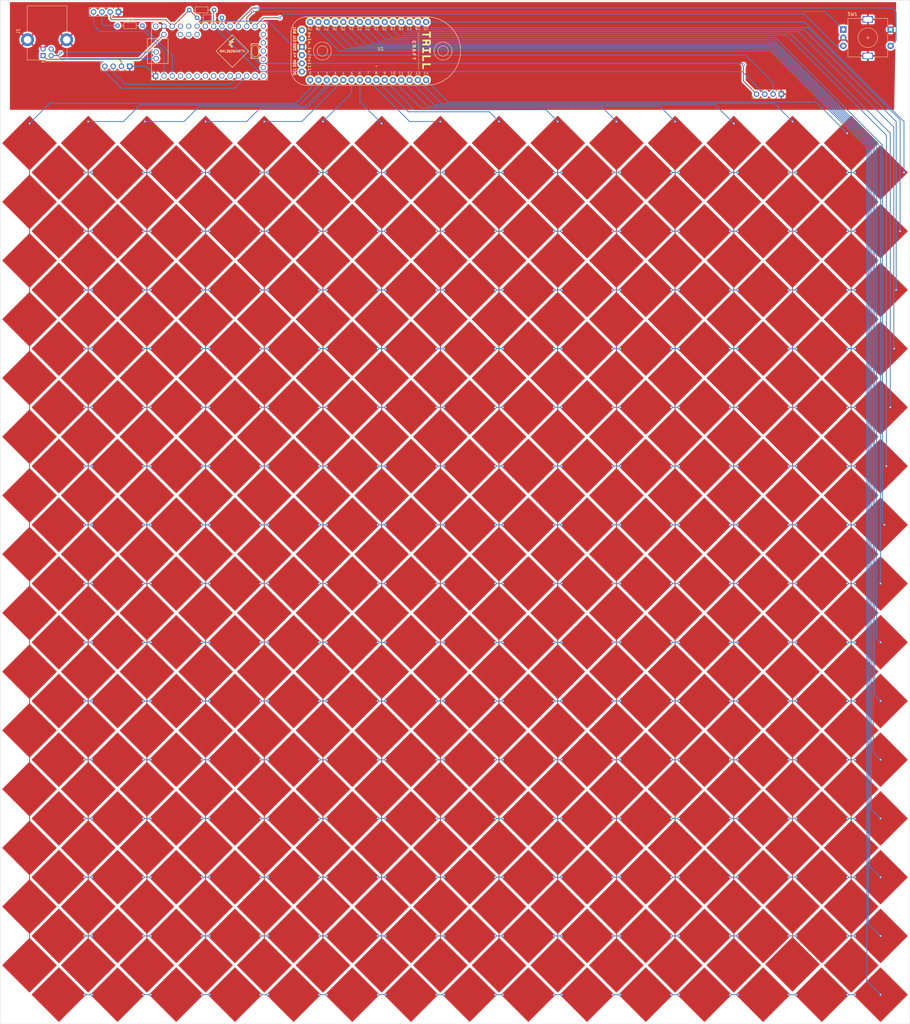
<source format=kicad_pcb>
(kicad_pcb (version 20211014) (generator pcbnew)
  (layers (0 "F.Cu" signal) (31 "B.Cu" signal) (34 "B.Paste" user) (35 "F.Paste" user) (36 "B.SilkS" user "B.Silkscreen") (37 "F.SilkS" user "F.Silkscreen") (38 "B.Mask" user) (39 "F.Mask" user) (44 "Edge.Cuts" user))
  (net 0 "")
  (net 1 "unconnected-(U1-Pad1)")
  (net 2 "unconnected-(U1-Pad2)")
  (net 3 "unconnected-(U1-Pad3)")
  (net 4 "unconnected-(U1-Pad4)")
  (net 5 "unconnected-(U1-Pad7)")
  (net 6 "unconnected-(U1-Pad8)")
  (net 7 "unconnected-(U1-Pad9)")
  (net 8 "unconnected-(U1-Pad10)")
  (net 9 "unconnected-(U1-Pad11)")
  (net 10 "unconnected-(U1-Pad12)")
  (net 11 "unconnected-(U1-Pad13)")
  (net 12 "unconnected-(U1-Pad14)")
  (net 13 "unconnected-(U1-Pad15)")
  (net 14 "unconnected-(U1-Pad16)")
  (net 15 "unconnected-(U1-Pad17)")
  (net 16 "unconnected-(U1-Pad18)")
  (net 17 "unconnected-(U1-Pad19)")
  (net 18 "unconnected-(U1-Pad20)")
  (net 19 "unconnected-(U1-Pad21)")
  (net 20 "unconnected-(U1-Pad22)")
  (net 21 "unconnected-(U1-Pad23)")
  (net 22 "unconnected-(U1-Pad24)")
  (net 23 "unconnected-(U1-Pad25)")
  (net 24 "unconnected-(U1-Pad26)")
  (net 25 "unconnected-(U1-Pad27)")
  (net 26 "unconnected-(U1-Pad28)")
  (net 27 "unconnected-(U1-Pad29)")
  (net 35 "unconnected-(U2-Pad21)")
  (net 36 "unconnected-(U2-Pad22)")
  (net 37 "unconnected-(U2-Pad23)")
  (net 48 "unconnected-(U2-Pad12)")
  (net 49 "unconnected-(U2-Pad11)")
  (net 53 "Net-(R3-Pad2)")
  (net 54 "Net-(U2-Pad4)")
  (net 55 "Net-(U2-Pad5)")
  (net 56 "Net-(J1-Pad1)")
  (net 57 "unconnected-(U2-Pad2)")
  (net 58 "Net-(R1-Pad1)")
  (net 59 "Net-(R1-Pad2)")
  (net 60 "Net-(R2-Pad2)")
  (net 64 "unconnected-(U1-Pad6)")
  (net 65 "unconnected-(U1-Pad5)")
  (net 66 "unconnected-(U1-Pad0)")
  (net 67 "Net-(J1-Pad2)")
  (net 68 "Net-(J1-Pad3)")
  (net 69 "Net-(J1-Pad4)")
  (net 70 "unconnected-(R3-Pad1)")
  (net 71 "Net-(U2-Pad6)")
  (footprint "Resistor_THT:R_Axial_DIN0204_L3.6mm_D1.6mm_P7.62mm_Horizontal" (layer "F.Cu") (at 45.6 19.2)
    (fp_text reference "R3")
    (fp_text value "220")
  )
  (footprint "teensy:Teensy_LC" (layer "F.Cu") (at 73.8 27)
    (fp_text reference "U2" hide)
    (fp_text value "Teensy-LC")
  )
  (footprint "Connector_PinHeader_2.54mm:PinHeader_1x04_P2.54mm_Vertical" (layer "F.Cu") (at 249.2 40.2 -90)
    (fp_text reference "REF**" hide)
    (fp_text value "PinHeader_1x04_P2.54mm_Vertical" hide)
  )
  (footprint "trill-footprints:Trill_Craft" (layer "F.Cu") (at 124.8 27)
    (fp_text reference "U1")
    (fp_text value "Trill_Craft")
  )
  (footprint "Resistor_THT:R_Axial_DIN0204_L3.6mm_D1.6mm_P7.62mm_Horizontal" (layer "F.Cu") (at 67.59 14.4)
    (fp_text reference "R1" hide)
    (fp_text value "2.2k" hide)
  )
  (footprint "Resistor_THT:R_Axial_DIN0204_L3.6mm_D1.6mm_P7.62mm_Horizontal" (layer "F.Cu") (at 69.99 16.8)
    (fp_text reference "R2" hide)
    (fp_text value "2.2k" hide)
  )
  (footprint "Rotary_Encoder:RotaryEncoder_Alps_EC11E-Switch_Vertical_H20mm" (layer "F.Cu") (at 268.2 20.4)
    (fp_text reference "SW1")
    (fp_text value "RotaryEncoder_Switch")
  )
  (footprint "Connector_PinHeader_2.54mm:PinHeader_1x04_P2.54mm_Vertical" (layer "F.Cu") (at 45.88 15 -90)
    (fp_text reference "REF**" hide)
    (fp_text value "PinHeader_1x04_P2.54mm_Vertical" hide)
  )
  (footprint "Connector_USB:USB_B_Lumberg_2411_02_Horizontal" (layer "F.Cu") (at 22.75 28.3875 90)
    (fp_text reference "J1")
    (fp_text value "USB_B")
  )
  (footprint "Connector_PinHeader_2.54mm:PinHeader_1x04_P2.54mm_Vertical" (layer "F.Cu") (at 49.34 31.66 -90)
    (fp_text reference "REF**" hide)
    (fp_text value "PinHeader_1x04_P2.54mm_Vertical" hide)
  )
  (gr_line (start 9.6 11.4) (end 10.8 11.4) (layer "Edge.Cuts") (width 0.1))
  (gr_line (start 9.6 322.8) (end 9.6 325.2) (layer "Edge.Cuts") (width 0.1))
  (gr_line (start 9.6 127.2) (end 9.6 126) (layer "Edge.Cuts") (width 0.1))
  (gr_line (start 286.8 325.2) (end 288.6 325.2) (layer "Edge.Cuts") (width 0.1))
  (gr_line (start 288.6 325.2) (end 288.6 11.4) (layer "Edge.Cuts") (width 0.1))
  (gr_line (start 9.6 325.2) (end 286.8 325.2) (layer "Edge.Cuts") (width 0.1))
  (gr_line (start 9.6 127.2) (end 9.6 322.8) (layer "Edge.Cuts") (width 0.1))
  (gr_line (start 9.6 126) (end 9.6 11.4) (layer "Edge.Cuts") (width 0.1))
  (gr_line (start 288.6 11.4) (end 10.8 11.4) (layer "Edge.Cuts") (width 0.1))
  (segment (start 36.6 99) (end 36.6 101.4) (width 0.25) (layer "F.Cu") (net 1))
  (segment (start 36.6 243) (end 36.6 245.4) (width 0.25) (layer "F.Cu") (net 1))
  (segment (start 36.6 207) (end 36.6 209.4) (width 0.25) (layer "F.Cu") (net 1))
  (segment (start 36.6 189) (end 36.6 191.4) (width 0.25) (layer "F.Cu") (net 1))
  (segment (start 36.6 279) (end 36.6 281.4) (width 0.25) (layer "F.Cu") (net 1))
  (segment (start 36.6 135) (end 36.6 137.4) (width 0.25) (layer "F.Cu") (net 1))
  (segment (start 36.6 81) (end 36.6 83.4) (width 0.25) (layer "F.Cu") (net 1))
  (segment (start 36.6 171) (end 36.6 173.4) (width 0.25) (layer "F.Cu") (net 1))
  (segment (start 36.6 225) (end 36.6 227.4) (width 0.25) (layer "F.Cu") (net 1))
  (segment (start 36.6 63) (end 36.6 65.4) (width 0.25) (layer "F.Cu") (net 1))
  (segment (start 36.6 261) (end 36.6 263.4) (width 0.25) (layer "F.Cu") (net 1))
  (segment (start 36.6 153) (end 36.6 155.4) (width 0.25) (layer "F.Cu") (net 1))
  (segment (start 36.6 297) (end 36.6 299.4) (width 0.25) (layer "F.Cu") (net 1))
  (segment (start 36.6 117) (end 36.6 119.4) (width 0.25) (layer "F.Cu") (net 1))
  (via (at 36.6 48.6) (size 0.8) (drill 0.4) (layers "F.Cu" "B.Cu") (net 1))
  (segment (start 107.216883 37.683117) (end 107.216883 35.8646) (width 0.25) (layer "B.Cu") (net 1))
  (segment (start 101.4 43.5) (end 107.216883 37.683117) (width 0.25) (layer "B.Cu") (net 1))
  (segment (start 36.6 48.6) (end 47.4 48.6) (width 0.25) (layer "B.Cu") (net 1))
  (segment (start 52.5 43.5) (end 101.4 43.5) (width 0.25) (layer "B.Cu") (net 1))
  (segment (start 47.4 48.6) (end 52.5 43.5) (width 0.25) (layer "B.Cu") (net 1))
  (segment (start 54.6 63) (end 54.6 65.4) (width 0.25) (layer "F.Cu") (net 2))
  (segment (start 54.6 243) (end 54.6 245.4) (width 0.25) (layer "F.Cu") (net 2))
  (segment (start 54.6 171) (end 54.6 173.4) (width 0.25) (layer "F.Cu") (net 2))
  (segment (start 54.6 225) (end 54.6 227.4) (width 0.25) (layer "F.Cu") (net 2))
  (segment (start 54.6 207) (end 54.6 209.4) (width 0.25) (layer "F.Cu") (net 2))
  (segment (start 54.6 135) (end 54.6 137.4) (width 0.25) (layer "F.Cu") (net 2))
  (segment (start 54.6 99) (end 54.6 101.4) (width 0.25) (layer "F.Cu") (net 2))
  (segment (start 54.6 81) (end 54.6 83.4) (width 0.25) (layer "F.Cu") (net 2))
  (segment (start 54.6 117) (end 54.6 119.4) (width 0.25) (layer "F.Cu") (net 2))
  (segment (start 54.6 153) (end 54.6 155.4) (width 0.25) (layer "F.Cu") (net 2))
  (segment (start 54.6 189) (end 54.6 191.4) (width 0.25) (layer "F.Cu") (net 2))
  (segment (start 54.6 297) (end 54.6 299.4) (width 0.25) (layer "F.Cu") (net 2))
  (segment (start 54.6 261) (end 54.6 263.4) (width 0.25) (layer "F.Cu") (net 2))
  (segment (start 54.6 279) (end 54.6 281.4) (width 0.25) (layer "F.Cu") (net 2))
  (via (at 54 48.6) (size 0.8) (drill 0.4) (layers "F.Cu" "B.Cu") (net 2))
  (segment (start 70.65 43.95) (end 66 48.6) (width 0.25) (layer "B.Cu") (net 2))
  (segment (start 66 48.6) (end 54 48.6) (width 0.25) (layer "B.Cu") (net 2))
  (segment (start 109.756883 35.8646) (end 109.756883 37.393117) (width 0.25) (layer "B.Cu") (net 2))
  (segment (start 109.756883 37.393117) (end 103.2 43.95) (width 0.25) (layer "B.Cu") (net 2))
  (segment (start 103.2 43.95) (end 70.65 43.95) (width 0.25) (layer "B.Cu") (net 2))
  (segment (start 72.6 99) (end 72.6 101.4) (width 0.25) (layer "F.Cu") (net 3))
  (segment (start 72.6 171) (end 72.6 173.4) (width 0.25) (layer "F.Cu") (net 3))
  (segment (start 72.6 135) (end 72.6 137.4) (width 0.25) (layer "F.Cu") (net 3))
  (segment (start 72.6 225) (end 72.6 227.4) (width 0.25) (layer "F.Cu") (net 3))
  (segment (start 72.6 63) (end 72.6 65.4) (width 0.25) (layer "F.Cu") (net 3))
  (segment (start 72.6 243) (end 72.6 245.4) (width 0.25) (layer "F.Cu") (net 3))
  (segment (start 72.6 81) (end 72.6 83.4) (width 0.25) (layer "F.Cu") (net 3))
  (segment (start 72.6 153) (end 72.6 155.4) (width 0.25) (layer "F.Cu") (net 3))
  (segment (start 72.6 117) (end 72.6 119.4) (width 0.25) (layer "F.Cu") (net 3))
  (segment (start 72.6 261) (end 72.6 263.4) (width 0.25) (layer "F.Cu") (net 3))
  (segment (start 72.6 297) (end 72.6 299.4) (width 0.25) (layer "F.Cu") (net 3))
  (segment (start 72.6 189) (end 72.6 191.4) (width 0.25) (layer "F.Cu") (net 3))
  (segment (start 72.6 207) (end 72.6 209.4) (width 0.25) (layer "F.Cu") (net 3))
  (segment (start 72.6 279) (end 72.6 281.4) (width 0.25) (layer "F.Cu") (net 3))
  (via (at 72.6 48.6) (size 0.8) (drill 0.4) (layers "F.Cu" "B.Cu") (net 3))
  (segment (start 103.761483 44.4) (end 89.4 44.4) (width 0.25) (layer "B.Cu") (net 3))
  (segment (start 112.296883 35.8646) (end 103.761483 44.4) (width 0.25) (layer "B.Cu") (net 3))
  (segment (start 89.4 44.4) (end 85.2 48.6) (width 0.25) (layer "B.Cu") (net 3))
  (segment (start 85.2 48.6) (end 72.6 48.6) (width 0.25) (layer "B.Cu") (net 3))
  (segment (start 90.6 243) (end 90.6 245.4) (width 0.25) (layer "F.Cu") (net 4))
  (segment (start 90.6 261) (end 90.6 263.4) (width 0.25) (layer "F.Cu") (net 4))
  (segment (start 90.6 225) (end 90.6 227.4) (width 0.25) (layer "F.Cu") (net 4))
  (segment (start 90.6 99) (end 90.6 101.4) (width 0.25) (layer "F.Cu") (net 4))
  (segment (start 90.6 135) (end 90.6 137.4) (width 0.25) (layer "F.Cu") (net 4))
  (segment (start 90.6 117) (end 90.6 119.4) (width 0.25) (layer "F.Cu") (net 4))
  (segment (start 90.6 171) (end 90.6 173.4) (width 0.25) (layer "F.Cu") (net 4))
  (segment (start 90.6 81) (end 90.6 83.4) (width 0.25) (layer "F.Cu") (net 4))
  (segment (start 90.6 153) (end 90.6 155.4) (width 0.25) (layer "F.Cu") (net 4))
  (segment (start 90.6 63) (end 90.6 65.4) (width 0.25) (layer "F.Cu") (net 4))
  (segment (start 90.6 207) (end 90.6 209.4) (width 0.25) (layer "F.Cu") (net 4))
  (segment (start 90.6 189) (end 90.6 191.4) (width 0.25) (layer "F.Cu") (net 4))
  (segment (start 90.6 279) (end 90.6 281.4) (width 0.25) (layer "F.Cu") (net 4))
  (segment (start 90.6 297) (end 90.6 299.4) (width 0.25) (layer "F.Cu") (net 4))
  (via (at 90.6 48.6) (size 0.8) (drill 0.4) (layers "F.Cu" "B.Cu") (net 4))
  (segment (start 102.101483 48.6) (end 114.836883 35.8646) (width 0.25) (layer "B.Cu") (net 4))
  (segment (start 90.6 48.6) (end 102.101483 48.6) (width 0.25) (layer "B.Cu") (net 4))
  (segment (start 144.6 153) (end 144.6 155.4) (width 0.25) (layer "F.Cu") (net 5))
  (segment (start 144.6 297) (end 144.6 299.4) (width 0.25) (layer "F.Cu") (net 5))
  (segment (start 144.6 63) (end 144.6 65.4) (width 0.25) (layer "F.Cu") (net 5))
  (segment (start 144.6 243) (end 144.6 245.4) (width 0.25) (layer "F.Cu") (net 5))
  (segment (start 144.6 99) (end 144.6 101.4) (width 0.25) (layer "F.Cu") (net 5))
  (segment (start 144.6 189) (end 144.6 191.4) (width 0.25) (layer "F.Cu") (net 5))
  (segment (start 144.6 207) (end 144.6 209.4) (width 0.25) (layer "F.Cu") (net 5))
  (segment (start 144.6 117) (end 144.6 119.4) (width 0.25) (layer "F.Cu") (net 5))
  (segment (start 144.6 261) (end 144.6 263.4) (width 0.25) (layer "F.Cu") (net 5))
  (segment (start 144.6 135) (end 144.6 137.4) (width 0.25) (layer "F.Cu") (net 5))
  (segment (start 144.6 171) (end 144.6 173.4) (width 0.25) (layer "F.Cu") (net 5))
  (segment (start 144.6 225) (end 144.6 227.4) (width 0.25) (layer "F.Cu") (net 5))
  (segment (start 144.6 81) (end 144.6 83.4) (width 0.25) (layer "F.Cu") (net 5))
  (segment (start 144.6 279) (end 144.6 281.4) (width 0.25) (layer "F.Cu") (net 5))
  (via (at 144.6 48.6) (size 0.8) (drill 0.4) (layers "F.Cu" "B.Cu") (net 5))
  (segment (start 135.192283 48.6) (end 144.6 48.6) (width 0.25) (layer "B.Cu") (net 5))
  (segment (start 122.456883 35.8646) (end 135.192283 48.6) (width 0.25) (layer "B.Cu") (net 5))
  (segment (start 162.6 189) (end 162.6 191.4) (width 0.25) (layer "F.Cu") (net 6))
  (segment (start 162.6 63) (end 162.6 65.4) (width 0.25) (layer "F.Cu") (net 6))
  (segment (start 162.6 135) (end 162.6 137.4) (width 0.25) (layer "F.Cu") (net 6))
  (segment (start 162.6 279) (end 162.6 281.4) (width 0.25) (layer "F.Cu") (net 6))
  (segment (start 162.6 243) (end 162.6 245.4) (width 0.25) (layer "F.Cu") (net 6))
  (segment (start 162.6 261) (end 162.6 263.4) (width 0.25) (layer "F.Cu") (net 6))
  (segment (start 162.6 225) (end 162.6 227.4) (width 0.25) (layer "F.Cu") (net 6))
  (segment (start 162.6 117) (end 162.6 119.4) (width 0.25) (layer "F.Cu") (net 6))
  (segment (start 162.6 207) (end 162.6 209.4) (width 0.25) (layer "F.Cu") (net 6))
  (segment (start 162.6 171) (end 162.6 173.4) (width 0.25) (layer "F.Cu") (net 6))
  (segment (start 162.6 81) (end 162.6 83.4) (width 0.25) (layer "F.Cu") (net 6))
  (segment (start 162.6 153) (end 162.6 155.4) (width 0.25) (layer "F.Cu") (net 6))
  (segment (start 162.6 297) (end 162.6 299.4) (width 0.25) (layer "F.Cu") (net 6))
  (segment (start 162.6 99) (end 162.6 101.4) (width 0.25) (layer "F.Cu") (net 6))
  (via (at 162.6 48.6) (size 0.8) (drill 0.4) (layers "F.Cu" "B.Cu") (net 6))
  (segment (start 134.732283 45.6) (end 159.6 45.6) (width 0.25) (layer "B.Cu") (net 6))
  (segment (start 159.6 45.6) (end 162.6 48.6) (width 0.25) (layer "B.Cu") (net 6))
  (segment (start 124.996883 35.8646) (end 134.732283 45.6) (width 0.25) (layer "B.Cu") (net 6))
  (segment (start 180.6 135) (end 180.6 137.4) (width 0.25) (layer "F.Cu") (net 7))
  (segment (start 180.6 153) (end 180.6 155.4) (width 0.25) (layer "F.Cu") (net 7))
  (segment (start 180.6 63) (end 180.6 65.4) (width 0.25) (layer "F.Cu") (net 7))
  (segment (start 180.6 243) (end 180.6 245.4) (width 0.25) (layer "F.Cu") (net 7))
  (segment (start 180.6 279) (end 180.6 281.4) (width 0.25) (layer "F.Cu") (net 7))
  (segment (start 180.6 171) (end 180.6 173.4) (width 0.25) (layer "F.Cu") (net 7))
  (segment (start 180.6 189) (end 180.6 191.4) (width 0.25) (layer "F.Cu") (net 7))
  (segment (start 180.6 225) (end 180.6 227.4) (width 0.25) (layer "F.Cu") (net 7))
  (segment (start 180.6 99) (end 180.6 101.4) (width 0.25) (layer "F.Cu") (net 7))
  (segment (start 180.6 207) (end 180.6 209.4) (width 0.25) (layer "F.Cu") (net 7))
  (segment (start 180.6 117) (end 180.6 119.4) (width 0.25) (layer "F.Cu") (net 7))
  (segment (start 180.6 297) (end 180.6 299.4) (width 0.25) (layer "F.Cu") (net 7))
  (segment (start 180.6 261) (end 180.6 263.4) (width 0.25) (layer "F.Cu") (net 7))
  (segment (start 180.6 81) (end 180.6 83.4) (width 0.25) (layer "F.Cu") (net 7))
  (via (at 180.6 48.6) (size 0.8) (drill 0.4) (layers "F.Cu" "B.Cu") (net 7))
  (segment (start 136.672283 45) (end 177 45) (width 0.25) (layer "B.Cu") (net 7))
  (segment (start 177 45) (end 180.6 48.6) (width 0.25) (layer "B.Cu") (net 7))
  (segment (start 127.536883 35.8646) (end 136.672283 45) (width 0.25) (layer "B.Cu") (net 7))
  (segment (start 198.6 243) (end 198.6 245.4) (width 0.25) (layer "F.Cu") (net 8))
  (segment (start 198.6 207) (end 198.6 209.4) (width 0.25) (layer "F.Cu") (net 8))
  (segment (start 198.6 153) (end 198.6 155.4) (width 0.25) (layer "F.Cu") (net 8))
  (segment (start 198.6 225) (end 198.6 227.4) (width 0.25) (layer "F.Cu") (net 8))
  (segment (start 198.6 171) (end 198.6 173.4) (width 0.25) (layer "F.Cu") (net 8))
  (segment (start 198.6 117) (end 198.6 119.4) (width 0.25) (layer "F.Cu") (net 8))
  (segment (start 198.6 99) (end 198.6 101.4) (width 0.25) (layer "F.Cu") (net 8))
  (segment (start 198.6 261) (end 198.6 263.4) (width 0.25) (layer "F.Cu") (net 8))
  (segment (start 198.6 135) (end 198.6 137.4) (width 0.25) (layer "F.Cu") (net 8))
  (segment (start 198.6 81) (end 198.6 83.4) (width 0.25) (layer "F.Cu") (net 8))
  (segment (start 198.6 279) (end 198.6 281.4) (width 0.25) (layer "F.Cu") (net 8))
  (segment (start 198.6 297) (end 198.6 299.4) (width 0.25) (layer "F.Cu") (net 8))
  (segment (start 198.6 189) (end 198.6 191.4) (width 0.25) (layer "F.Cu") (net 8))
  (segment (start 198.6 63) (end 198.6 65.4) (width 0.25) (layer "F.Cu") (net 8))
  (via (at 198.6 48.6) (size 0.8) (drill 0.4) (layers "F.Cu" "B.Cu") (net 8))
  (segment (start 194.4 44.4) (end 198.6 48.6) (width 0.25) (layer "B.Cu") (net 8))
  (segment (start 138.612283 44.4) (end 194.4 44.4) (width 0.25) (layer "B.Cu") (net 8))
  (segment (start 130.076883 35.8646) (end 138.612283 44.4) (width 0.25) (layer "B.Cu") (net 8))
  (segment (start 216.6 135) (end 216.6 137.4) (width 0.25) (layer "F.Cu") (net 9))
  (segment (start 216.6 207) (end 216.6 209.4) (width 0.25) (layer "F.Cu") (net 9))
  (segment (start 216.6 153) (end 216.6 155.4) (width 0.25) (layer "F.Cu") (net 9))
  (segment (start 216.6 117) (end 216.6 119.4) (width 0.25) (layer "F.Cu") (net 9))
  (segment (start 216.6 81) (end 216.6 83.4) (width 0.25) (layer "F.Cu") (net 9))
  (segment (start 216.6 297) (end 216.6 299.4) (width 0.25) (layer "F.Cu") (net 9))
  (segment (start 216.6 189) (end 216.6 191.4) (width 0.25) (layer "F.Cu") (net 9))
  (segment (start 216.6 225) (end 216.6 227.4) (width 0.25) (layer "F.Cu") (net 9))
  (segment (start 216.6 171) (end 216.6 173.4) (width 0.25) (layer "F.Cu") (net 9))
  (segment (start 216.6 99) (end 216.6 101.4) (width 0.25) (layer "F.Cu") (net 9))
  (segment (start 216.6 243) (end 216.6 245.4) (width 0.25) (layer "F.Cu") (net 9))
  (segment (start 216.6 279) (end 216.6 281.4) (width 0.25) (layer "F.Cu") (net 9))
  (segment (start 216.6 261) (end 216.6 263.4) (width 0.25) (layer "F.Cu") (net 9))
  (segment (start 216.6 63) (end 216.6 65.4) (width 0.25) (layer "F.Cu") (net 9))
  (via (at 216.6 48.6) (size 0.8) (drill 0.4) (layers "F.Cu" "B.Cu") (net 9))
  (segment (start 132.616883 35.8646) (end 140.702283 43.95) (width 0.25) (layer "B.Cu") (net 9))
  (segment (start 211.95 43.95) (end 216.6 48.6) (width 0.25) (layer "B.Cu") (net 9))
  (segment (start 140.702283 43.95) (end 211.95 43.95) (width 0.25) (layer "B.Cu") (net 9))
  (segment (start 234.6 81) (end 234.6 83.4) (width 0.25) (layer "F.Cu") (net 10))
  (segment (start 234.6 153) (end 234.6 155.4) (width 0.25) (layer "F.Cu") (net 10))
  (segment (start 234.6 261) (end 234.6 263.4) (width 0.25) (layer "F.Cu") (net 10))
  (segment (start 234.6 117) (end 234.6 119.4) (width 0.25) (layer "F.Cu") (net 10))
  (segment (start 234.6 189) (end 234.6 191.4) (width 0.25) (layer "F.Cu") (net 10))
  (segment (start 234.6 135) (end 234.6 137.4) (width 0.25) (layer "F.Cu") (net 10))
  (segment (start 234.6 297) (end 234.6 299.4) (width 0.25) (layer "F.Cu") (net 10))
  (segment (start 234.6 171) (end 234.6 173.4) (width 0.25) (layer "F.Cu") (net 10))
  (segment (start 234.6 243) (end 234.6 245.4) (width 0.25) (layer "F.Cu") (net 10))
  (segment (start 234.6 225) (end 234.6 227.4) (width 0.25) (layer "F.Cu") (net 10))
  (segment (start 234.6 63) (end 234.6 65.4) (width 0.25) (layer "F.Cu") (net 10))
  (segment (start 234.6 99) (end 234.6 101.4) (width 0.25) (layer "F.Cu") (net 10))
  (segment (start 234.6 279) (end 234.6 281.4) (width 0.25) (layer "F.Cu") (net 10))
  (segment (start 234.6 207) (end 234.6 209.4) (width 0.25) (layer "F.Cu") (net 10))
  (via (at 234.6 49.2) (size 0.8) (drill 0.4) (layers "F.Cu" "B.Cu") (net 10))
  (segment (start 135.156883 35.8646) (end 142.792283 43.5) (width 0.25) (layer "B.Cu") (net 10))
  (segment (start 228.9 43.5) (end 234.6 49.2) (width 0.25) (layer "B.Cu") (net 10))
  (segment (start 142.792283 43.5) (end 228.9 43.5) (width 0.25) (layer "B.Cu") (net 10))
  (segment (start 252.6 81) (end 252.6 83.4) (width 0.25) (layer "F.Cu") (net 11))
  (segment (start 252.6 135) (end 252.6 137.4) (width 0.25) (layer "F.Cu") (net 11))
  (segment (start 252.6 117) (end 252.6 119.4) (width 0.25) (layer "F.Cu") (net 11))
  (segment (start 252.6 261) (end 252.6 263.4) (width 0.25) (layer "F.Cu") (net 11))
  (segment (start 252.6 243) (end 252.6 245.4) (width 0.25) (layer "F.Cu") (net 11))
  (segment (start 252.6 63) (end 252.6 65.4) (width 0.25) (layer "F.Cu") (net 11))
  (segment (start 252.6 171) (end 252.6 173.4) (width 0.25) (layer "F.Cu") (net 11))
  (segment (start 252.6 189) (end 252.6 191.4) (width 0.25) (layer "F.Cu") (net 11))
  (segment (start 252.6 279) (end 252.6 281.4) (width 0.25) (layer "F.Cu") (net 11))
  (segment (start 252.6 225) (end 252.6 227.4) (width 0.25) (layer "F.Cu") (net 11))
  (segment (start 252.6 297) (end 252.6 299.4) (width 0.25) (layer "F.Cu") (net 11))
  (segment (start 252.6 207) (end 252.6 209.4) (width 0.25) (layer "F.Cu") (net 11))
  (segment (start 252.6 153) (end 252.6 155.4) (width 0.25) (layer "F.Cu") (net 11))
  (segment (start 252.6 99) (end 252.6 101.4) (width 0.25) (layer "F.Cu") (net 11))
  (via (at 252.6 48.6) (size 0.8) (drill 0.4) (layers "F.Cu" "B.Cu") (net 11))
  (segment (start 247.05 43.05) (end 252.6 48.6) (width 0.25) (layer "B.Cu") (net 11))
  (segment (start 144.882283 43.05) (end 247.05 43.05) (width 0.25) (layer "B.Cu") (net 11))
  (segment (start 137.696883 35.8646) (end 144.882283 43.05) (width 0.25) (layer "B.Cu") (net 11))
  (segment (start 270.6 261) (end 270.6 263.4) (width 0.25) (layer "F.Cu") (net 12))
  (segment (start 270.6 243) (end 270.6 245.4) (width 0.25) (layer "F.Cu") (net 12))
  (segment (start 270.6 207) (end 270.6 209.4) (width 0.25) (layer "F.Cu") (net 12))
  (segment (start 270.6 99) (end 270.6 101.4) (width 0.25) (layer "F.Cu") (net 12))
  (segment (start 270.6 225) (end 270.6 227.4) (width 0.25) (layer "F.Cu") (net 12))
  (segment (start 270.6 297) (end 270.6 299.4) (width 0.25) (layer "F.Cu") (net 12))
  (segment (start 270.6 279) (end 270.6 281.4) (width 0.25) (layer "F.Cu") (net 12))
  (segment (start 270.6 63) (end 270.6 65.4) (width 0.25) (layer "F.Cu") (net 12))
  (segment (start 270.6 117) (end 270.6 119.4) (width 0.25) (layer "F.Cu") (net 12))
  (segment (start 270.6 153) (end 270.6 155.4) (width 0.25) (layer "F.Cu") (net 12))
  (segment (start 270.6 81) (end 270.6 83.4) (width 0.25) (layer "F.Cu") (net 12))
  (segment (start 270.6 189) (end 270.6 191.4) (width 0.25) (layer "F.Cu") (net 12))
  (segment (start 270.6 135) (end 270.6 137.4) (width 0.25) (layer "F.Cu") (net 12))
  (segment (start 270.6 171) (end 270.6 173.4) (width 0.25) (layer "F.Cu") (net 12))
  (via (at 269.4 52.2) (size 0.8) (drill 0.4) (layers "F.Cu" "B.Cu") (net 12))
  (segment (start 259.8 42.6) (end 269.4 52.2) (width 0.25) (layer "B.Cu") (net 12))
  (segment (start 140.236883 35.8646) (end 146.972283 42.6) (width 0.25) (layer "B.Cu") (net 12))
  (segment (start 146.972283 42.6) (end 259.8 42.6) (width 0.25) (layer "B.Cu") (net 12))
  (via (at 286.8 64.2) (size 0.8) (drill 0.4) (layers "F.Cu" "B.Cu") (net 13))
  (via (at 91.8 64.2) (size 0.8) (drill 0.4) (layers "F.Cu" "B.Cu") (net 13))
  (via (at 71.4 64.2) (size 0.8) (drill 0.4) (layers "F.Cu" "B.Cu") (net 13))
  (via (at 197.4 64.2) (size 0.8) (drill 0.4) (layers "F.Cu" "B.Cu") (net 13))
  (via (at 235.8 64.2) (size 0.8) (drill 0.4) (layers "F.Cu" "B.Cu") (net 13))
  (via (at 179.4 64.2) (size 0.8) (drill 0.4) (layers "F.Cu" "B.Cu") (net 13))
  (via (at 233.4 64.2) (size 0.8) (drill 0.4) (layers "F.Cu" "B.Cu") (net 13))
  (via (at 253.8 64.2) (size 0.8) (drill 0.4) (layers "F.Cu" "B.Cu") (net 13))
  (via (at 161.4 64.2) (size 0.8) (drill 0.4) (layers "F.Cu" "B.Cu") (net 13))
  (via (at 35.4 64.2) (size 0.8) (drill 0.4) (layers "F.Cu" "B.Cu") (net 13))
  (via (at 73.8 64.2) (size 0.8) (drill 0.4) (layers "F.Cu" "B.Cu") (net 13))
  (via (at 215.4 64.2) (size 0.8) (drill 0.4) (layers "F.Cu" "B.Cu") (net 13))
  (via (at 55.8 64.2) (size 0.8) (drill 0.4) (layers "F.Cu" "B.Cu") (net 13))
  (via (at 271.8 64.2) (size 0.8) (drill 0.4) (layers "F.Cu" "B.Cu") (net 13))
  (via (at 143.4 64.2) (size 0.8) (drill 0.4) (layers "F.Cu" "B.Cu") (net 13))
  (via (at 269.4 64.2) (size 0.8) (drill 0.4) (layers "F.Cu" "B.Cu") (net 13))
  (via (at 251.4 64.2) (size 0.8) (drill 0.4) (layers "F.Cu" "B.Cu") (net 13))
  (via (at 37.8 64.2) (size 0.8) (drill 0.4) (layers "F.Cu" "B.Cu") (net 13))
  (via (at 145.8 64.2) (size 0.8) (drill 0.4) (layers "F.Cu" "B.Cu") (net 13))
  (via (at 53.4 64.2) (size 0.8) (drill 0.4) (layers "F.Cu" "B.Cu") (net 13))
  (via (at 127.8 64.2) (size 0.8) (drill 0.4) (layers "F.Cu" "B.Cu") (net 13))
  (via (at 163.8 64.2) (size 0.8) (drill 0.4) (layers "F.Cu" "B.Cu") (net 13))
  (via (at 217.8 64.2) (size 0.8) (drill 0.4) (layers "F.Cu" "B.Cu") (net 13))
  (via (at 89.4 64.2) (size 0.8) (drill 0.4) (layers "F.Cu" "B.Cu") (net 13))
  (via (at 199.8 64.2) (size 0.8) (drill 0.4) (layers "F.Cu" "B.Cu") (net 13))
  (via (at 125.4 64.2) (size 0.8) (drill 0.4) (layers "F.Cu" "B.Cu") (net 13))
  (via (at 181.8 64.2) (size 0.8) (drill 0.4) (layers "F.Cu" "B.Cu") (net 13))
  (via (at 109.8 64.2) (size 0.8) (drill 0.4) (layers "F.Cu" "B.Cu") (net 13))
  (via (at 107.4 64.2) (size 0.8) (drill 0.4) (layers "F.Cu" "B.Cu") (net 13))
  (segment (start 217.8 64.2) (end 215.4 64.2) (width 0.25) (layer "B.Cu") (net 13))
  (segment (start 271.8 64.2) (end 269.4 64.2) (width 0.25) (layer "B.Cu") (net 13))
  (segment (start 145.8 64.2) (end 143.4 64.2) (width 0.25) (layer "B.Cu") (net 13))
  (segment (start 91.8 64.2) (end 89.4 64.2) (width 0.25) (layer "B.Cu") (net 13))
  (segment (start 127.8 64.2) (end 125.4 64.2) (width 0.25) (layer "B.Cu") (net 13))
  (segment (start 37.8 64.2) (end 35.4 64.2) (width 0.25) (layer "B.Cu") (net 13))
  (segment (start 163.8 64.2) (end 161.4 64.2) (width 0.25) (layer "B.Cu") (net 13))
  (segment (start 73.8 64.2) (end 71.4 64.2) (width 0.25) (layer "B.Cu") (net 13))
  (segment (start 235.8 64.2) (end 233.4 64.2) (width 0.25) (layer "B.Cu") (net 13))
  (segment (start 140.236883 18.0846) (end 256.2846 18.0846) (width 0.25) (layer "B.Cu") (net 13))
  (segment (start 286.8 48.6) (end 286.8 64.2) (width 0.25) (layer "B.Cu") (net 13))
  (segment (start 109.8 64.2) (end 107.4 64.2) (width 0.25) (layer "B.Cu") (net 13))
  (segment (start 181.8 64.2) (end 179.4 64.2) (width 0.25) (layer "B.Cu") (net 13))
  (segment (start 199.8 64.2) (end 197.4 64.2) (width 0.25) (layer "B.Cu") (net 13))
  (segment (start 256.2846 18.0846) (end 286.8 48.6) (width 0.25) (layer "B.Cu") (net 13))
  (segment (start 253.8 64.2) (end 251.4 64.2) (width 0.25) (layer "B.Cu") (net 13))
  (segment (start 55.8 64.2) (end 53.4 64.2) (width 0.25) (layer "B.Cu") (net 13))
  (via (at 271.8 82.2) (size 0.8) (drill 0.4) (layers "F.Cu" "B.Cu") (net 14))
  (via (at 107.4 82.2) (size 0.8) (drill 0.4) (layers "F.Cu" "B.Cu") (net 14))
  (via (at 269.4 82.2) (size 0.8) (drill 0.4) (layers "F.Cu" "B.Cu") (net 14))
  (via (at 125.4 82.2) (size 0.8) (drill 0.4) (layers "F.Cu" "B.Cu") (net 14))
  (via (at 235.8 82.2) (size 0.8) (drill 0.4) (layers "F.Cu" "B.Cu") (net 14))
  (via (at 197.4 82.2) (size 0.8) (drill 0.4) (layers "F.Cu" "B.Cu") (net 14))
  (via (at 215.4 82.2) (size 0.8) (drill 0.4) (layers "F.Cu" "B.Cu") (net 14))
  (via (at 199.8 82.2) (size 0.8) (drill 0.4) (layers "F.Cu" "B.Cu") (net 14))
  (via (at 251.4 82.2) (size 0.8) (drill 0.4) (layers "F.Cu" "B.Cu") (net 14))
  (via (at 37.8 82.2) (size 0.8) (drill 0.4) (layers "F.Cu" "B.Cu") (net 14))
  (via (at 217.8 82.2) (size 0.8) (drill 0.4) (layers "F.Cu" "B.Cu") (net 14))
  (via (at 35.4 82.2) (size 0.8) (drill 0.4) (layers "F.Cu" "B.Cu") (net 14))
  (via (at 161.4 82.2) (size 0.8) (drill 0.4) (layers "F.Cu" "B.Cu") (net 14))
  (via (at 143.4 82.2) (size 0.8) (drill 0.4) (layers "F.Cu" "B.Cu") (net 14))
  (via (at 109.8 82.2) (size 0.8) (drill 0.4) (layers "F.Cu" "B.Cu") (net 14))
  (via (at 163.8 82.2) (size 0.8) (drill 0.4) (layers "F.Cu" "B.Cu") (net 14))
  (via (at 145.8 82.2) (size 0.8) (drill 0.4) (layers "F.Cu" "B.Cu") (net 14))
  (via (at 91.8 82.2) (size 0.8) (drill 0.4) (layers "F.Cu" "B.Cu") (net 14))
  (via (at 55.8 82.2) (size 0.8) (drill 0.4) (layers "F.Cu" "B.Cu") (net 14))
  (via (at 53.4 82.2) (size 0.8) (drill 0.4) (layers "F.Cu" "B.Cu") (net 14))
  (via (at 71.4 82.2) (size 0.8) (drill 0.4) (layers "F.Cu" "B.Cu") (net 14))
  (via (at 233.4 82.2) (size 0.8) (drill 0.4) (layers "F.Cu" "B.Cu") (net 14))
  (via (at 73.8 82.2) (size 0.8) (drill 0.4) (layers "F.Cu" "B.Cu") (net 14))
  (via (at 127.8 82.2) (size 0.8) (drill 0.4) (layers "F.Cu" "B.Cu") (net 14))
  (via (at 285.6 82.2) (size 0.8) (drill 0.4) (layers "F.Cu" "B.Cu") (net 14))
  (via (at 89.4 82.2) (size 0.8) (drill 0.4) (layers "F.Cu" "B.Cu") (net 14))
  (via (at 253.8 82.2) (size 0.8) (drill 0.4) (layers "F.Cu" "B.Cu") (net 14))
  (via (at 181.8 82.2) (size 0.8) (drill 0.4) (layers "F.Cu" "B.Cu") (net 14))
  (via (at 179.4 82.2) (size 0.8) (drill 0.4) (layers "F.Cu" "B.Cu") (net 14))
  (segment (start 217.8 82.2) (end 215.4 82.2) (width 0.25) (layer "B.Cu") (net 14))
  (segment (start 199.8 82.2) (end 197.4 82.2) (width 0.25) (layer "B.Cu") (net 14))
  (segment (start 235.8 82.2) (end 233.4 82.2) (width 0.25) (layer "B.Cu") (net 14))
  (segment (start 127.8 82.2) (end 125.4 82.2) (width 0.25) (layer "B.Cu") (net 14))
  (segment (start 91.8 82.2) (end 89.4 82.2) (width 0.25) (layer "B.Cu") (net 14))
  (segment (start 55.8 82.2) (end 53.4 82.2) (width 0.25) (layer "B.Cu") (net 14))
  (segment (start 271.8 82.2) (end 269.4 82.2) (width 0.25) (layer "B.Cu") (net 14))
  (segment (start 109.8 82.2) (end 107.4 82.2) (width 0.25) (layer "B.Cu") (net 14))
  (segment (start 37.8 82.2) (end 35.4 82.2) (width 0.25) (layer "B.Cu") (net 14))
  (segment (start 73.8 82.2) (end 71.4 82.2) (width 0.25) (layer "B.Cu") (net 14))
  (segment (start 137.696883 18.0846) (end 139.430481 19.818198) (width 0.25) (layer "B.Cu") (net 14))
  (segment (start 285.6 48.036396) (end 285.6 82.2) (width 0.25) (layer "B.Cu") (net 14))
  (segment (start 257.381802 19.818198) (end 285.6 48.036396) (width 0.25) (layer "B.Cu") (net 14))
  (segment (start 139.430481 19.818198) (end 257.381802 19.818198) (width 0.25) (layer "B.Cu") (net 14))
  (segment (start 145.8 82.2) (end 143.4 82.2) (width 0.25) (layer "B.Cu") (net 14))
  (segment (start 163.8 82.2) (end 161.4 82.2) (width 0.25) (layer "B.Cu") (net 14))
  (segment (start 253.8 82.2) (end 251.4 82.2) (width 0.25) (layer "B.Cu") (net 14))
  (segment (start 181.8 82.2) (end 179.4 82.2) (width 0.25) (layer "B.Cu") (net 14))
  (via (at 284.4 100.2) (size 0.8) (drill 0.4) (layers "F.Cu" "B.Cu") (net 15))
  (via (at 199.8 100.2) (size 0.8) (drill 0.4) (layers "F.Cu" "B.Cu") (net 15))
  (via (at 179.4 100.2) (size 0.8) (drill 0.4) (layers "F.Cu" "B.Cu") (net 15))
  (via (at 143.4 100.2) (size 0.8) (drill 0.4) (layers "F.Cu" "B.Cu") (net 15))
  (via (at 235.8 100.2) (size 0.8) (drill 0.4) (layers "F.Cu" "B.Cu") (net 15))
  (via (at 271.8 100.2) (size 0.8) (drill 0.4) (layers "F.Cu" "B.Cu") (net 15))
  (via (at 55.8 100.2) (size 0.8) (drill 0.4) (layers "F.Cu" "B.Cu") (net 15))
  (via (at 91.8 100.2) (size 0.8) (drill 0.4) (layers "F.Cu" "B.Cu") (net 15))
  (via (at 161.4 100.2) (size 0.8) (drill 0.4) (layers "F.Cu" "B.Cu") (net 15))
  (via (at 163.8 100.2) (size 0.8) (drill 0.4) (layers "F.Cu" "B.Cu") (net 15))
  (via (at 181.8 100.2) (size 0.8) (drill 0.4) (layers "F.Cu" "B.Cu") (net 15))
  (via (at 269.4 100.2) (size 0.8) (drill 0.4) (layers "F.Cu" "B.Cu") (net 15))
  (via (at 89.4 100.2) (size 0.8) (drill 0.4) (layers "F.Cu" "B.Cu") (net 15))
  (via (at 253.8 100.2) (size 0.8) (drill 0.4) (layers "F.Cu" "B.Cu") (net 15))
  (via (at 215.4 100.2) (size 0.8) (drill 0.4) (layers "F.Cu" "B.Cu") (net 15))
  (via (at 145.8 100.2) (size 0.8) (drill 0.4) (layers "F.Cu" "B.Cu") (net 15))
  (via (at 37.8 100.2) (size 0.8) (drill 0.4) (layers "F.Cu" "B.Cu") (net 15))
  (via (at 127.8 100.2) (size 0.8) (drill 0.4) (layers "F.Cu" "B.Cu") (net 15))
  (via (at 35.4 100.2) (size 0.8) (drill 0.4) (layers "F.Cu" "B.Cu") (net 15))
  (via (at 73.8 100.2) (size 0.8) (drill 0.4) (layers "F.Cu" "B.Cu") (net 15))
  (via (at 251.4 100.2) (size 0.8) (drill 0.4) (layers "F.Cu" "B.Cu") (net 15))
  (via (at 71.4 100.2) (size 0.8) (drill 0.4) (layers "F.Cu" "B.Cu") (net 15))
  (via (at 53.4 100.2) (size 0.8) (drill 0.4) (layers "F.Cu" "B.Cu") (net 15))
  (via (at 107.4 100.2) (size 0.8) (drill 0.4) (layers "F.Cu" "B.Cu") (net 15))
  (via (at 109.8 100.2) (size 0.8) (drill 0.4) (layers "F.Cu" "B.Cu") (net 15))
  (via (at 217.8 100.2) (size 0.8) (drill 0.4) (layers "F.Cu" "B.Cu") (net 15))
  (via (at 125.4 100.2) (size 0.8) (drill 0.4) (layers "F.Cu" "B.Cu") (net 15))
  (via (at 197.4 100.2) (size 0.8) (drill 0.4) (layers "F.Cu" "B.Cu") (net 15))
  (via (at 233.4 100.2) (size 0.8) (drill 0.4) (layers "F.Cu" "B.Cu") (net 15))
  (segment (start 181.8 100.2) (end 179.4 100.2) (width 0.25) (layer "B.Cu") (net 15))
  (segment (start 145.8 100.2) (end 143.4 100.2) (width 0.25) (layer "B.Cu") (net 15))
  (segment (start 271.8 100.2) (end 269.4 100.2) (width 0.25) (layer "B.Cu") (net 15))
  (segment (start 284.4 100.2) (end 284.4 48.6) (width 0.25) (layer "B.Cu") (net 15))
  (segment (start 256.2 20.4) (end 137.472283 20.4) (width 0.25) (layer "B.Cu") (net 15))
  (segment (start 73.8 100.2) (end 71.4 100.2) (width 0.25) (layer "B.Cu") (net 15))
  (segment (start 199.8 100.2) (end 197.4 100.2) (width 0.25) (layer "B.Cu") (net 15))
  (segment (start 55.8 100.2) (end 53.4 100.2) (width 0.25) (layer "B.Cu") (net 15))
  (segment (start 253.8 100.2) (end 251.4 100.2) (width 0.25) (layer "B.Cu") (net 15))
  (segment (start 109.8 100.2) (end 107.4 100.2) (width 0.25) (layer "B.Cu") (net 15))
  (segment (start 235.8 100.2) (end 233.4 100.2) (width 0.25) (layer "B.Cu") (net 15))
  (segment (start 91.8 100.2) (end 89.4 100.2) (width 0.25) (layer "B.Cu") (net 15))
  (segment (start 137.472283 20.4) (end 135.156883 18.0846) (width 0.25) (layer "B.Cu") (net 15))
  (segment (start 217.8 100.2) (end 215.4 100.2) (width 0.25) (layer "B.Cu") (net 15))
  (segment (start 163.8 100.2) (end 161.4 100.2) (width 0.25) (layer "B.Cu") (net 15))
  (segment (start 37.8 100.2) (end 35.4 100.2) (width 0.25) (layer "B.Cu") (net 15))
  (segment (start 284.4 48.6) (end 256.2 20.4) (width 0.25) (layer "B.Cu") (net 15))
  (segment (start 127.8 100.2) (end 125.4 100.2) (width 0.25) (layer "B.Cu") (net 15))
  (via (at 143.4 118.2) (size 0.8) (drill 0.4) (layers "F.Cu" "B.Cu") (net 16))
  (via (at 233.4 118.2) (size 0.8) (drill 0.4) (layers "F.Cu" "B.Cu") (net 16))
  (via (at 215.4 118.2) (size 0.8) (drill 0.4) (layers "F.Cu" "B.Cu") (net 16))
  (via (at 235.8 118.2) (size 0.8) (drill 0.4) (layers "F.Cu" "B.Cu") (net 16))
  (via (at 91.8 118.2) (size 0.8) (drill 0.4) (layers "F.Cu" "B.Cu") (net 16))
  (via (at 125.4 118.2) (size 0.8) (drill 0.4) (layers "F.Cu" "B.Cu") (net 16))
  (via (at 251.4 118.2) (size 0.8) (drill 0.4) (layers "F.Cu" "B.Cu") (net 16))
  (via (at 145.8 118.2) (size 0.8) (drill 0.4) (layers "F.Cu" "B.Cu") (net 16))
  (via (at 107.4 118.2) (size 0.8) (drill 0.4) (layers "F.Cu" "B.Cu") (net 16))
  (via (at 163.8 118.2) (size 0.8) (drill 0.4) (layers "F.Cu" "B.Cu") (net 16))
  (via (at 71.4 118.2) (size 0.8) (drill 0.4) (layers "F.Cu" "B.Cu") (net 16))
  (via (at 253.8 118.2) (size 0.8) (drill 0.4) (layers "F.Cu" "B.Cu") (net 16))
  (via (at 271.8 118.2) (size 0.8) (drill 0.4) (layers "F.Cu" "B.Cu") (net 16))
  (via (at 127.8 118.2) (size 0.8) (drill 0.4) (layers "F.Cu" "B.Cu") (net 16))
  (via (at 109.8 118.2) (size 0.8) (drill 0.4) (layers "F.Cu" "B.Cu") (net 16))
  (via (at 55.8 118.2) (size 0.8) (drill 0.4) (layers "F.Cu" "B.Cu") (net 16))
  (via (at 181.8 118.2) (size 0.8) (drill 0.4) (layers "F.Cu" "B.Cu") (net 16))
  (via (at 37.8 118.2) (size 0.8) (drill 0.4) (layers "F.Cu" "B.Cu") (net 16))
  (via (at 199.8 118.2) (size 0.8) (drill 0.4) (layers "F.Cu" "B.Cu") (net 16))
  (via (at 283.8 118.2) (size 0.8) (drill 0.4) (layers "F.Cu" "B.Cu") (net 16))
  (via (at 269.4 118.2) (size 0.8) (drill 0.4) (layers "F.Cu" "B.Cu") (net 16))
  (via (at 217.8 118.2) (size 0.8) (drill 0.4) (layers "F.Cu" "B.Cu") (net 16))
  (via (at 73.8 118.2) (size 0.8) (drill 0.4) (layers "F.Cu" "B.Cu") (net 16))
  (via (at 35.4 118.2) (size 0.8) (drill 0.4) (layers "F.Cu" "B.Cu") (net 16))
  (via (at 197.4 118.2) (size 0.8) (drill 0.4) (layers "F.Cu" "B.Cu") (net 16))
  (via (at 89.4 118.2) (size 0.8) (drill 0.4) (layers "F.Cu" "B.Cu") (net 16))
  (via (at 179.4 118.2) (size 0.8) (drill 0.4) (layers "F.Cu" "B.Cu") (net 16))
  (via (at 53.4 118.2) (size 0.8) (drill 0.4) (layers "F.Cu" "B.Cu") (net 16))
  (via (at 161.4 118.2) (size 0.8) (drill 0.4) (layers "F.Cu" "B.Cu") (net 16))
  (segment (start 135.532283 21) (end 254.4 21) (width 0.25) (layer "B.Cu") (net 16))
  (segment (start 199.8 118.2) (end 197.4 118.2) (width 0.25) (layer "B.Cu") (net 16))
  (segment (start 132.616883 18.0846) (end 135.532283 21) (width 0.25) (layer "B.Cu") (net 16))
  (segment (start 145.8 118.2) (end 143.4 118.2) (width 0.25) (layer "B.Cu") (net 16))
  (segment (start 283.675 118.075) (end 283.8 118.2) (width 0.25) (layer "B.Cu") (net 16))
  (segment (start 271.8 118.2) (end 269.4 118.2) (width 0.25) (layer "B.Cu") (net 16))
  (segment (start 253.8 118.2) (end 251.4 118.2) (width 0.25) (layer "B.Cu") (net 16))
  (segment (start 217.8 118.2) (end 215.4 118.2) (width 0.25) (layer "B.Cu") (net 16))
  (segment (start 109.8 118.2) (end 107.4 118.2) (width 0.25) (layer "B.Cu") (net 16))
  (segment (start 235.8 118.2) (end 233.4 118.2) (width 0.25) (layer "B.Cu") (net 16))
  (segment (start 283.675 50.275) (end 283.675 118.075) (width 0.25) (layer "B.Cu") (net 16))
  (segment (start 181.8 118.2) (end 179.4 118.2) (width 0.25) (layer "B.Cu") (net 16))
  (segment (start 254.4 21) (end 283.675 50.275) (width 0.25) (layer "B.Cu") (net 16))
  (segment (start 37.8 118.2) (end 35.4 118.2) (width 0.25) (layer "B.Cu") (net 16))
  (segment (start 163.8 118.2) (end 161.4 118.2) (width 0.25) (layer "B.Cu") (net 16))
  (segment (start 91.8 118.2) (end 89.4 118.2) (width 0.25) (layer "B.Cu") (net 16))
  (segment (start 73.8 118.2) (end 71.4 118.2) (width 0.25) (layer "B.Cu") (net 16))
  (segment (start 127.8 118.2) (end 125.4 118.2) (width 0.25) (layer "B.Cu") (net 16))
  (segment (start 55.8 118.2) (end 53.4 118.2) (width 0.25) (layer "B.Cu") (net 16))
  (via (at 251.4 136.2) (size 0.8) (drill 0.4) (layers "F.Cu" "B.Cu") (net 17))
  (via (at 125.4 136.2) (size 0.8) (drill 0.4) (layers "F.Cu" "B.Cu") (net 17))
  (via (at 89.4 136.2) (size 0.8) (drill 0.4) (layers "F.Cu" "B.Cu") (net 17))
  (via (at 199.8 136.2) (size 0.8) (drill 0.4) (layers "F.Cu" "B.Cu") (net 17))
  (via (at 179.4 136.2) (size 0.8) (drill 0.4) (layers "F.Cu" "B.Cu") (net 17))
  (via (at 181.8 136.2) (size 0.8) (drill 0.4) (layers "F.Cu" "B.Cu") (net 17))
  (via (at 109.8 136.2) (size 0.8) (drill 0.4) (layers "F.Cu" "B.Cu") (net 17))
  (via (at 107.4 136.2) (size 0.8) (drill 0.4) (layers "F.Cu" "B.Cu") (net 17))
  (via (at 71.4 136.2) (size 0.8) (drill 0.4) (layers "F.Cu" "B.Cu") (net 17))
  (via (at 73.8 136.2) (size 0.8) (drill 0.4) (layers "F.Cu" "B.Cu") (net 17))
  (via (at 163.8 136.2) (size 0.8) (drill 0.4) (layers "F.Cu" "B.Cu") (net 17))
  (via (at 161.4 136.2) (size 0.8) (drill 0.4) (layers "F.Cu" "B.Cu") (net 17))
  (via (at 271.8 136.2) (size 0.8) (drill 0.4) (layers "F.Cu" "B.Cu") (net 17))
  (via (at 215.4 136.2) (size 0.8) (drill 0.4) (layers "F.Cu" "B.Cu") (net 17))
  (via (at 197.4 136.2) (size 0.8) (drill 0.4) (layers "F.Cu" "B.Cu") (net 17))
  (via (at 143.4 136.2) (size 0.8) (drill 0.4) (layers "F.Cu" "B.Cu") (net 17))
  (via (at 217.8 136.2) (size 0.8) (drill 0.4) (layers "F.Cu" "B.Cu") (net 17))
  (via (at 235.8 136.2) (size 0.8) (drill 0.4) (layers "F.Cu" "B.Cu") (net 17))
  (via (at 53.4 136.2) (size 0.8) (drill 0.4) (layers "F.Cu" "B.Cu") (net 17))
  (via (at 91.8 136.2) (size 0.8) (drill 0.4) (layers "F.Cu" "B.Cu") (net 17))
  (via (at 282.6 136.2) (size 0.8) (drill 0.4) (layers "F.Cu" "B.Cu") (net 17))
  (via (at 127.8 136.2) (size 0.8) (drill 0.4) (layers "F.Cu" "B.Cu") (net 17))
  (via (at 37.8 136.2) (size 0.8) (drill 0.4) (layers "F.Cu" "B.Cu") (net 17))
  (via (at 145.8 136.2) (size 0.8) (drill 0.4) (layers "F.Cu" "B.Cu") (net 17))
  (via (at 233.4 136.2) (size 0.8) (drill 0.4) (layers "F.Cu" "B.Cu") (net 17))
  (via (at 35.4 136.2) (size 0.8) (drill 0.4) (layers "F.Cu" "B.Cu") (net 17))
  (via (at 253.8 136.2) (size 0.8) (drill 0.4) (layers "F.Cu" "B.Cu") (net 17))
  (via (at 269.4 136.2) (size 0.8) (drill 0.4) (layers "F.Cu" "B.Cu") (net 17))
  (via (at 55.8 136.2) (size 0.8) (drill 0.4) (layers "F.Cu" "B.Cu") (net 17))
  (segment (start 145.8 136.2) (end 143.4 136.2) (width 0.25) (layer "B.Cu") (net 17))
  (segment (start 199.8 136.2) (end 197.4 136.2) (width 0.25) (layer "B.Cu") (net 17))
  (segment (start 163.8 136.2) (end 161.4 136.2) (width 0.25) (layer "B.Cu") (net 17))
  (segment (start 235.8 136.2) (end 233.4 136.2) (width 0.25) (layer "B.Cu") (net 17))
  (segment (start 271.8 136.2) (end 269.4 136.2) (width 0.25) (layer "B.Cu") (net 17))
  (segment (start 37.8 136.2) (end 35.4 136.2) (width 0.25) (layer "B.Cu") (net 17))
  (segment (start 253.8 136.2) (end 251.4 136.2) (width 0.25) (layer "B.Cu") (net 17))
  (segment (start 217.8 136.2) (end 215.4 136.2) (width 0.25) (layer "B.Cu") (net 17))
  (segment (start 181.8 136.2) (end 179.4 136.2) (width 0.25) (layer "B.Cu") (net 17))
  (segment (start 109.8 136.2) (end 107.4 136.2) (width 0.25) (layer "B.Cu") (net 17))
  (segment (start 130.076883 18.0846) (end 133.592283 21.6) (width 0.25) (layer "B.Cu") (net 17))
  (segment (start 252 21.6) (end 282.6 52.2) (width 0.25) (layer "B.Cu") (net 17))
  (segment (start 55.8 136.2) (end 53.4 136.2) (width 0.25) (layer "B.Cu") (net 17))
  (segment (start 73.8 136.2) (end 71.4 136.2) (width 0.25) (layer "B.Cu") (net 17))
  (segment (start 282.6 52.2) (end 282.6 136.2) (width 0.25) (layer "B.Cu") (net 17))
  (segment (start 127.8 136.2) (end 125.4 136.2) (width 0.25) (layer "B.Cu") (net 17))
  (segment (start 133.592283 21.6) (end 252 21.6) (width 0.25) (layer "B.Cu") (net 17))
  (segment (start 91.8 136.2) (end 89.4 136.2) (width 0.25) (layer "B.Cu") (net 17))
  (via (at 35.4 154.2) (size 0.8) (drill 0.4) (layers "F.Cu" "B.Cu") (net 18))
  (via (at 37.8 154.2) (size 0.8) (drill 0.4) (layers "F.Cu" "B.Cu") (net 18))
  (via (at 251.4 154.2) (size 0.8) (drill 0.4) (layers "F.Cu" "B.Cu") (net 18))
  (via (at 107.4 154.2) (size 0.8) (drill 0.4) (layers "F.Cu" "B.Cu") (net 18))
  (via (at 71.4 154.2) (size 0.8) (drill 0.4) (layers "F.Cu" "B.Cu") (net 18))
  (via (at 235.8 154.2) (size 0.8) (drill 0.4) (layers "F.Cu" "B.Cu") (net 18))
  (via (at 143.4 154.2) (size 0.8) (drill 0.4) (layers "F.Cu" "B.Cu") (net 18))
  (via (at 161.4 154.2) (size 0.8) (drill 0.4) (layers "F.Cu" "B.Cu") (net 18))
  (via (at 269.4 154.2) (size 0.8) (drill 0.4) (layers "F.Cu" "B.Cu") (net 18))
  (via (at 89.4 154.2) (size 0.8) (drill 0.4) (layers "F.Cu" "B.Cu") (net 18))
  (via (at 181.8 154.2) (size 0.8) (drill 0.4) (layers "F.Cu" "B.Cu") (net 18))
  (via (at 55.8 154.2) (size 0.8) (drill 0.4) (layers "F.Cu" "B.Cu") (net 18))
  (via (at 281.4 154.2) (size 0.8) (drill 0.4) (layers "F.Cu" "B.Cu") (net 18))
  (via (at 127.8 154.2) (size 0.8) (drill 0.4) (layers "F.Cu" "B.Cu") (net 18))
  (via (at 125.4 154.2) (size 0.8) (drill 0.4) (layers "F.Cu" "B.Cu") (net 18))
  (via (at 179.4 154.2) (size 0.8) (drill 0.4) (layers "F.Cu" "B.Cu") (net 18))
  (via (at 91.8 154.2) (size 0.8) (drill 0.4) (layers "F.Cu" "B.Cu") (net 18))
  (via (at 145.8 154.2) (size 0.8) (drill 0.4) (layers "F.Cu" "B.Cu") (net 18))
  (via (at 163.8 154.2) (size 0.8) (drill 0.4) (layers "F.Cu" "B.Cu") (net 18))
  (via (at 109.8 154.2) (size 0.8) (drill 0.4) (layers "F.Cu" "B.Cu") (net 18))
  (via (at 197.4 154.2) (size 0.8) (drill 0.4) (layers "F.Cu" "B.Cu") (net 18))
  (via (at 217.8 154.2) (size 0.8) (drill 0.4) (layers "F.Cu" "B.Cu") (net 18))
  (via (at 253.8 154.2) (size 0.8) (drill 0.4) (layers "F.Cu" "B.Cu") (net 18))
  (via (at 199.8 154.2) (size 0.8) (drill 0.4) (layers "F.Cu" "B.Cu") (net 18))
  (via (at 73.8 154.2) (size 0.8) (drill 0.4) (layers "F.Cu" "B.Cu") (net 18))
  (via (at 271.8 154.2) (size 0.8) (drill 0.4) (layers "F.Cu" "B.Cu") (net 18))
  (via (at 233.4 154.2) (size 0.8) (drill 0.4) (layers "F.Cu" "B.Cu") (net 18))
  (via (at 215.4 154.2) (size 0.8) (drill 0.4) (layers "F.Cu" "B.Cu") (net 18))
  (via (at 53.4 154.2) (size 0.8) (drill 0.4) (layers "F.Cu" "B.Cu") (net 18))
  (segment (start 131.652283 22.2) (end 250.8 22.2) (width 0.25) (layer "B.Cu") (net 18))
  (segment (start 199.8 154.2) (end 197.4 154.2) (width 0.25) (layer "B.Cu") (net 18))
  (segment (start 127.8 154.2) (end 125.4 154.2) (width 0.25) (layer "B.Cu") (net 18))
  (segment (start 37.8 154.2) (end 35.4 154.2) (width 0.25) (layer "B.Cu") (net 18))
  (segment (start 271.8 154.2) (end 269.4 154.2) (width 0.25) (layer "B.Cu") (net 18))
  (segment (start 91.8 154.2) (end 89.4 154.2) (width 0.25) (layer "B.Cu") (net 18))
  (segment (start 145.8 154.2) (end 143.4 154.2) (width 0.25) (layer "B.Cu") (net 18))
  (segment (start 181.8 154.2) (end 179.4 154.2) (width 0.25) (layer "B.Cu") (net 18))
  (segment (start 73.8 154.2) (end 71.4 154.2) (width 0.25) (layer "B.Cu") (net 18))
  (segment (start 127.536883 18.0846) (end 131.652283 22.2) (width 0.25) (layer "B.Cu") (net 18))
  (segment (start 253.8 154.2) (end 251.4 154.2) (width 0.25) (layer "B.Cu") (net 18))
  (segment (start 235.8 154.2) (end 233.4 154.2) (width 0.25) (layer "B.Cu") (net 18))
  (segment (start 163.8 154.2) (end 161.4 154.2) (width 0.25) (layer "B.Cu") (net 18))
  (segment (start 217.8 154.2) (end 215.4 154.2) (width 0.25) (layer "B.Cu") (net 18))
  (segment (start 55.8 154.2) (end 53.4 154.2) (width 0.25) (layer "B.Cu") (net 18))
  (segment (start 109.8 154.2) (end 107.4 154.2) (width 0.25) (layer "B.Cu") (net 18))
  (segment (start 281.4 52.8) (end 281.4 154.2) (width 0.25) (layer "B.Cu") (net 18))
  (segment (start 250.8 22.2) (end 281.4 52.8) (width 0.25) (layer "B.Cu") (net 18))
  (via (at 127.8 172.2) (size 0.8) (drill 0.4) (layers "F.Cu" "B.Cu") (net 19))
  (via (at 89.4 172.2) (size 0.8) (drill 0.4) (layers "F.Cu" "B.Cu") (net 19))
  (via (at 37.8 172.2) (size 0.8) (drill 0.4) (layers "F.Cu" "B.Cu") (net 19))
  (via (at 91.8 172.2) (size 0.8) (drill 0.4) (layers "F.Cu" "B.Cu") (net 19))
  (via (at 269.4 172.2) (size 0.8) (drill 0.4) (layers "F.Cu" "B.Cu") (net 19))
  (via (at 215.4 172.2) (size 0.8) (drill 0.4) (layers "F.Cu" "B.Cu") (net 19))
  (via (at 143.4 172.2) (size 0.8) (drill 0.4) (layers "F.Cu" "B.Cu") (net 19))
  (via (at 107.4 172.2) (size 0.8) (drill 0.4) (layers "F.Cu" "B.Cu") (net 19))
  (via (at 280.8 172.2) (size 0.8) (drill 0.4) (layers "F.Cu" "B.Cu") (net 19))
  (via (at 71.4 172.2) (size 0.8) (drill 0.4) (layers "F.Cu" "B.Cu") (net 19))
  (via (at 53.4 172.2) (size 0.8) (drill 0.4) (layers "F.Cu" "B.Cu") (net 19))
  (via (at 199.8 172.2) (size 0.8) (drill 0.4) (layers "F.Cu" "B.Cu") (net 19))
  (via (at 217.8 172.2) (size 0.8) (drill 0.4) (layers "F.Cu" "B.Cu") (net 19))
  (via (at 161.4 172.2) (size 0.8) (drill 0.4) (layers "F.Cu" "B.Cu") (net 19))
  (via (at 251.4 172.2) (size 0.8) (drill 0.4) (layers "F.Cu" "B.Cu") (net 19))
  (via (at 253.8 172.2) (size 0.8) (drill 0.4) (layers "F.Cu" "B.Cu") (net 19))
  (via (at 35.4 172.2) (size 0.8) (drill 0.4) (layers "F.Cu" "B.Cu") (net 19))
  (via (at 109.8 172.2) (size 0.8) (drill 0.4) (layers "F.Cu" "B.Cu") (net 19))
  (via (at 73.8 172.2) (size 0.8) (drill 0.4) (layers "F.Cu" "B.Cu") (net 19))
  (via (at 181.8 172.2) (size 0.8) (drill 0.4) (layers "F.Cu" "B.Cu") (net 19))
  (via (at 145.8 172.2) (size 0.8) (drill 0.4) (layers "F.Cu" "B.Cu") (net 19))
  (via (at 271.8 172.2) (size 0.8) (drill 0.4) (layers "F.Cu" "B.Cu") (net 19))
  (via (at 163.8 172.2) (size 0.8) (drill 0.4) (layers "F.Cu" "B.Cu") (net 19))
  (via (at 55.8 172.2) (size 0.8) (drill 0.4) (layers "F.Cu" "B.Cu") (net 19))
  (via (at 125.4 172.2) (size 0.8) (drill 0.4) (layers "F.Cu" "B.Cu") (net 19))
  (via (at 179.4 172.2) (size 0.8) (drill 0.4) (layers "F.Cu" "B.Cu") (net 19))
  (via (at 233.4 172.2) (size 0.8) (drill 0.4) (layers "F.Cu" "B.Cu") (net 19))
  (via (at 197.4 172.2) (size 0.8) (drill 0.4) (layers "F.Cu" "B.Cu") (net 19))
  (via (at 235.8 172.2) (size 0.8) (drill 0.4) (layers "F.Cu" "B.Cu") (net 19))
  (segment (start 280.2 55.8) (end 247.2 22.8) (width 0.25) (layer "B.Cu") (net 19))
  (segment (start 109.8 172.2) (end 107.4 172.2) (width 0.25) (layer "B.Cu") (net 19))
  (segment (start 280.2 171.6) (end 280.2 55.8) (width 0.25) (layer "B.Cu") (net 19))
  (segment (start 163.8 172.2) (end 161.4 172.2) (width 0.25) (layer "B.Cu") (net 19))
  (segment (start 55.8 172.2) (end 53.4 172.2) (width 0.25) (layer "B.Cu") (net 19))
  (segment (start 127.8 172.2) (end 125.4 172.2) (width 0.25) (layer "B.Cu") (net 19))
  (segment (start 129.712283 22.8) (end 124.996883 18.0846) (width 0.25) (layer "B.Cu") (net 19))
  (segment (start 73.8 172.2) (end 71.4 172.2) (width 0.25) (layer "B.Cu") (net 19))
  (segment (start 247.2 22.8) (end 129.712283 22.8) (width 0.25) (layer "B.Cu") (net 19))
  (segment (start 253.8 172.2) (end 251.4 172.2) (width 0.25) (layer "B.Cu") (net 19))
  (segment (start 280.8 172.2) (end 280.2 171.6) (width 0.25) (layer "B.Cu") (net 19))
  (segment (start 217.8 172.2) (end 215.4 172.2) (width 0.25) (layer "B.Cu") (net 19))
  (segment (start 145.8 172.2) (end 143.4 172.2) (width 0.25) (layer "B.Cu") (net 19))
  (segment (start 91.8 172.2) (end 89.4 172.2) (width 0.25) (layer "B.Cu") (net 19))
  (segment (start 271.8 172.2) (end 269.4 172.2) (width 0.25) (layer "B.Cu") (net 19))
  (segment (start 181.8 172.2) (end 179.4 172.2) (width 0.25) (layer "B.Cu") (net 19))
  (segment (start 199.8 172.2) (end 197.4 172.2) (width 0.25) (layer "B.Cu") (net 19))
  (segment (start 235.8 172.2) (end 233.4 172.2) (width 0.25) (layer "B.Cu") (net 19))
  (segment (start 37.8 172.2) (end 35.4 172.2) (width 0.25) (layer "B.Cu") (net 19))
  (via (at 233.4 190.2) (size 0.8) (drill 0.4) (layers "F.Cu" "B.Cu") (net 20))
  (via (at 161.4 190.2) (size 0.8) (drill 0.4) (layers "F.Cu" "B.Cu") (net 20))
  (via (at 279.6 190.2) (size 0.8) (drill 0.4) (layers "F.Cu" "B.Cu") (net 20))
  (via (at 89.4 190.2) (size 0.8) (drill 0.4) (layers "F.Cu" "B.Cu") (net 20))
  (via (at 35.4 190.2) (size 0.8) (drill 0.4) (layers "F.Cu" "B.Cu") (net 20))
  (via (at 55.8 190.2) (size 0.8) (drill 0.4) (layers "F.Cu" "B.Cu") (net 20))
  (via (at 253.8 190.2) (size 0.8) (drill 0.4) (layers "F.Cu" "B.Cu") (net 20))
  (via (at 127.8 190.2) (size 0.8) (drill 0.4) (layers "F.Cu" "B.Cu") (net 20))
  (via (at 125.4 190.2) (size 0.8) (drill 0.4) (layers "F.Cu" "B.Cu") (net 20))
  (via (at 235.8 190.2) (size 0.8) (drill 0.4) (layers "F.Cu" "B.Cu") (net 20))
  (via (at 179.4 190.2) (size 0.8) (drill 0.4) (layers "F.Cu" "B.Cu") (net 20))
  (via (at 109.8 190.2) (size 0.8) (drill 0.4) (layers "F.Cu" "B.Cu") (net 20))
  (via (at 251.4 190.2) (size 0.8) (drill 0.4) (layers "F.Cu" "B.Cu") (net 20))
  (via (at 271.8 190.2) (size 0.8) (drill 0.4) (layers "F.Cu" "B.Cu") (net 20))
  (via (at 181.8 190.2) (size 0.8) (drill 0.4) (layers "F.Cu" "B.Cu") (net 20))
  (via (at 143.4 190.2) (size 0.8) (drill 0.4) (layers "F.Cu" "B.Cu") (net 20))
  (via (at 163.8 190.2) (size 0.8) (drill 0.4) (layers "F.Cu" "B.Cu") (net 20))
  (via (at 145.8 190.2) (size 0.8) (drill 0.4) (layers "F.Cu" "B.Cu") (net 20))
  (via (at 73.8 190.2) (size 0.8) (drill 0.4) (layers "F.Cu" "B.Cu") (net 20))
  (via (at 53.4 190.2) (size 0.8) (drill 0.4) (layers "F.Cu" "B.Cu") (net 20))
  (via (at 107.4 190.2) (size 0.8) (drill 0.4) (layers "F.Cu" "B.Cu") (net 20))
  (via (at 37.8 190.2) (size 0.8) (drill 0.4) (layers "F.Cu" "B.Cu") (net 20))
  (via (at 217.8 190.2) (size 0.8) (drill 0.4) (layers "F.Cu" "B.Cu") (net 20))
  (via (at 197.4 190.2) (size 0.8) (drill 0.4) (layers "F.Cu" "B.Cu") (net 20))
  (via (at 215.4 190.2) (size 0.8) (drill 0.4) (layers "F.Cu" "B.Cu") (net 20))
  (via (at 91.8 190.2) (size 0.8) (drill 0.4) (layers "F.Cu" "B.Cu") (net 20))
  (via (at 269.4 190.2) (size 0.8) (drill 0.4) (layers "F.Cu" "B.Cu") (net 20))
  (via (at 199.8 190.2) (size 0.8) (drill 0.4) (layers "F.Cu" "B.Cu") (net 20))
  (via (at 71.4 190.2) (size 0.8) (drill 0.4) (layers "F.Cu" "B.Cu") (net 20))
  (segment (start 127.8 190.2) (end 125.4 190.2) (width 0.25) (layer "B.Cu") (net 20))
  (segment (start 109.8 190.2) (end 107.4 190.2) (width 0.25) (layer "B.Cu") (net 20))
  (segment (start 37.8 190.2) (end 35.4 190.2) (width 0.25) (layer "B.Cu") (net 20))
  (segment (start 253.8 190.2) (end 251.4 190.2) (width 0.25) (layer "B.Cu") (net 20))
  (segment (start 127.772283 23.4) (end 246.6 23.4) (width 0.25) (layer "B.Cu") (net 20))
  (segment (start 163.8 190.2) (end 161.4 190.2) (width 0.25) (layer "B.Cu") (net 20))
  (segment (start 217.8 190.2) (end 215.4 190.2) (width 0.25) (layer "B.Cu") (net 20))
  (segment (start 122.456883 18.0846) (end 127.772283 23.4) (width 0.25) (layer "B.Cu") (net 20))
  (segment (start 73.8 190.2) (end 71.4 190.2) (width 0.25) (layer "B.Cu") (net 20))
  (segment (start 271.8 190.2) (end 269.4 190.2) (width 0.25) (layer "B.Cu") (net 20))
  (segment (start 246.6 23.4) (end 279.6 56.4) (width 0.25) (layer "B.Cu") (net 20))
  (segment (start 279.6 56.4) (end 279.6 190.2) (width 0.25) (layer "B.Cu") (net 20))
  (segment (start 145.8 190.2) (end 143.4 190.2) (width 0.25) (layer "B.Cu") (net 20))
  (segment (start 199.8 190.2) (end 197.4 190.2) (width 0.25) (layer "B.Cu") (net 20))
  (segment (start 55.8 190.2) (end 53.4 190.2) (width 0.25) (layer "B.Cu") (net 20))
  (segment (start 181.8 190.2) (end 179.4 190.2) (width 0.25) (layer "B.Cu") (net 20))
  (segment (start 235.8 190.2) (end 233.4 190.2) (width 0.25) (layer "B.Cu") (net 20))
  (segment (start 91.8 190.2) (end 89.4 190.2) (width 0.25) (layer "B.Cu") (net 20))
  (via (at 91.8 208.2) (size 0.8) (drill 0.4) (layers "F.Cu" "B.Cu") (net 21))
  (via (at 233.4 208.2) (size 0.8) (drill 0.4) (layers "F.Cu" "B.Cu") (net 21))
  (via (at 217.8 208.2) (size 0.8) (drill 0.4) (layers "F.Cu" "B.Cu") (net 21))
  (via (at 35.4 208.2) (size 0.8) (drill 0.4) (layers "F.Cu" "B.Cu") (net 21))
  (via (at 145.8 208.2) (size 0.8) (drill 0.4) (layers "F.Cu" "B.Cu") (net 21))
  (via (at 55.8 208.2) (size 0.8) (drill 0.4) (layers "F.Cu" "B.Cu") (net 21))
  (via (at 235.8 208.2) (size 0.8) (drill 0.4) (layers "F.Cu" "B.Cu") (net 21))
  (via (at 163.8 208.2) (size 0.8) (drill 0.4) (layers "F.Cu" "B.Cu") (net 21))
  (via (at 71.4 208.2) (size 0.8) (drill 0.4) (layers "F.Cu" "B.Cu") (net 21))
  (via (at 279.6 208.2) (size 0.8) (drill 0.4) (layers "F.Cu" "B.Cu") (net 21))
  (via (at 199.8 208.2) (size 0.8) (drill 0.4) (layers "F.Cu" "B.Cu") (net 21))
  (via (at 73.8 208.2) (size 0.8) (drill 0.4) (layers "F.Cu" "B.Cu") (net 21))
  (via (at 179.4 208.2) (size 0.8) (drill 0.4) (layers "F.Cu" "B.Cu") (net 21))
  (via (at 251.4 208.2) (size 0.8) (drill 0.4) (layers "F.Cu" "B.Cu") (net 21))
  (via (at 271.8 208.2) (size 0.8) (drill 0.4) (layers "F.Cu" "B.Cu") (net 21))
  (via (at 269.4 208.2) (size 0.8) (drill 0.4) (layers "F.Cu" "B.Cu") (net 21))
  (via (at 127.8 208.2) (size 0.8) (drill 0.4) (layers "F.Cu" "B.Cu") (net 21))
  (via (at 143.4 208.2) (size 0.8) (drill 0.4) (layers "F.Cu" "B.Cu") (net 21))
  (via (at 125.4 208.2) (size 0.8) (drill 0.4) (layers "F.Cu" "B.Cu") (net 21))
  (via (at 53.4 208.2) (size 0.8) (drill 0.4) (layers "F.Cu" "B.Cu") (net 21))
  (via (at 181.8 208.2) (size 0.8) (drill 0.4) (layers "F.Cu" "B.Cu") (net 21))
  (via (at 37.8 208.2) (size 0.8) (drill 0.4) (layers "F.Cu" "B.Cu") (net 21))
  (via (at 107.4 208.2) (size 0.8) (drill 0.4) (layers "F.Cu" "B.Cu") (net 21))
  (via (at 215.4 208.2) (size 0.8) (drill 0.4) (layers "F.Cu" "B.Cu") (net 21))
  (via (at 89.4 208.2) (size 0.8) (drill 0.4) (layers "F.Cu" "B.Cu") (net 21))
  (via (at 253.8 208.2) (size 0.8) (drill 0.4) (layers "F.Cu" "B.Cu") (net 21))
  (via (at 161.4 208.2) (size 0.8) (drill 0.4) (layers "F.Cu" "B.Cu") (net 21))
  (via (at 109.8 208.2) (size 0.8) (drill 0.4) (layers "F.Cu" "B.Cu") (net 21))
  (via (at 197.4 208.2) (size 0.8) (drill 0.4) (layers "F.Cu" "B.Cu") (net 21))
  (segment (start 119.916883 18.0846) (end 125.832283 24) (width 0.25) (layer "B.Cu") (net 21))
  (segment (start 181.8 208.2) (end 179.4 208.2) (width 0.25) (layer "B.Cu") (net 21))
  (segment (start 253.8 208.2) (end 251.4 208.2) (width 0.25) (layer "B.Cu") (net 21))
  (segment (start 73.8 208.2) (end 71.4 208.2) (width 0.25) (layer "B.Cu") (net 21))
  (segment (start 271.8 208.2) (end 269.4 208.2) (width 0.25) (layer "B.Cu") (net 21))
  (segment (start 217.8 208.2) (end 215.4 208.2) (width 0.25) (layer "B.Cu") (net 21))
  (segment (start 55.8 208.2) (end 53.4 208.2) (width 0.25) (layer "B.Cu") (net 21))
  (segment (start 37.8 208.2) (end 35.4 208.2) (width 0.25) (layer "B.Cu") (net 21))
  (segment (start 127.8 208.2) (end 125.4 208.2) (width 0.25) (layer "B.Cu") (net 21))
  (segment (start 246.563604 24) (end 278.4 55.836396) (width 0.25) (layer "B.Cu") (net 21))
  (segment (start 163.8 208.2) (end 161.4 208.2) (width 0.25) (layer "B.Cu") (net 21))
  (segment (start 199.8 208.2) (end 197.4 208.2) (width 0.25) (layer "B.Cu") (net 21))
  (segment (start 278.4 207) (end 279.6 208.2) (width 0.25) (layer "B.Cu") (net 21))
  (segment (start 235.8 208.2) (end 233.4 208.2) (width 0.25) (layer "B.Cu") (net 21))
  (segment (start 145.8 208.2) (end 143.4 208.2) (width 0.25) (layer "B.Cu") (net 21))
  (segment (start 91.8 208.2) (end 89.4 208.2) (width 0.25) (layer "B.Cu") (net 21))
  (segment (start 278.4 55.836396) (end 278.4 207) (width 0.25) (layer "B.Cu") (net 21))
  (segment (start 109.8 208.2) (end 107.4 208.2) (width 0.25) (layer "B.Cu") (net 21))
  (segment (start 125.832283 24) (end 246.563604 24) (width 0.25) (layer "B.Cu") (net 21))
  (via (at 55.8 226.2) (size 0.8) (drill 0.4) (layers "F.Cu" "B.Cu") (net 22))
  (via (at 127.8 226.2) (size 0.8) (drill 0.4) (layers "F.Cu" "B.Cu") (net 22))
  (via (at 143.4 226.2) (size 0.8) (drill 0.4) (layers "F.Cu" "B.Cu") (net 22))
  (via (at 145.8 226.2) (size 0.8) (drill 0.4) (layers "F.Cu" "B.Cu") (net 22))
  (via (at 125.4 226.2) (size 0.8) (drill 0.4) (layers "F.Cu" "B.Cu") (net 22))
  (via (at 89.4 226.2) (size 0.8) (drill 0.4) (layers "F.Cu" "B.Cu") (net 22))
  (via (at 199.8 226.2) (size 0.8) (drill 0.4) (layers "F.Cu" "B.Cu") (net 22))
  (via (at 73.8 226.2) (size 0.8) (drill 0.4) (layers "F.Cu" "B.Cu") (net 22))
  (via (at 235.8 226.2) (size 0.8) (drill 0.4) (layers "F.Cu" "B.Cu") (net 22))
  (via (at 91.8 226.2) (size 0.8) (drill 0.4) (layers "F.Cu" "B.Cu") (net 22))
  (via (at 71.4 226.2) (size 0.8) (drill 0.4) (layers "F.Cu" "B.Cu") (net 22))
  (via (at 215.4 226.2) (size 0.8) (drill 0.4) (layers "F.Cu" "B.Cu") (net 22))
  (via (at 269.4 226.2) (size 0.8) (drill 0.4) (layers "F.Cu" "B.Cu") (net 22))
  (via (at 107.4 226.2) (size 0.8) (drill 0.4) (layers "F.Cu" "B.Cu") (net 22))
  (via (at 35.4 226.2) (size 0.8) (drill 0.4) (layers "F.Cu" "B.Cu") (net 22))
  (via (at 163.8 226.2) (size 0.8) (drill 0.4) (layers "F.Cu" "B.Cu") (net 22))
  (via (at 233.4 226.2) (size 0.8) (drill 0.4) (layers "F.Cu" "B.Cu") (net 22))
  (via (at 253.8 226.2) (size 0.8) (drill 0.4) (layers "F.Cu" "B.Cu") (net 22))
  (via (at 251.4 226.2) (size 0.8) (drill 0.4) (layers "F.Cu" "B.Cu") (net 22))
  (via (at 279.6 226.2) (size 0.8) (drill 0.4) (layers "F.Cu" "B.Cu") (net 22))
  (via (at 179.4 226.2) (size 0.8) (drill 0.4) (layers "F.Cu" "B.Cu") (net 22))
  (via (at 161.4 226.2) (size 0.8) (drill 0.4) (layers "F.Cu" "B.Cu") (net 22))
  (via (at 217.8 226.2) (size 0.8) (drill 0.4) (layers "F.Cu" "B.Cu") (net 22))
  (via (at 37.8 226.2) (size 0.8) (drill 0.4) (layers "F.Cu" "B.Cu") (net 22))
  (via (at 181.8 226.2) (size 0.8) (drill 0.4) (layers "F.Cu" "B.Cu") (net 22))
  (via (at 109.8 226.2) (size 0.8) (drill 0.4) (layers "F.Cu" "B.Cu") (net 22))
  (via (at 53.4 226.2) (size 0.8) (drill 0.4) (layers "F.Cu" "B.Cu") (net 22))
  (via (at 271.8 226.2) (size 0.8) (drill 0.4) (layers "F.Cu" "B.Cu") (net 22))
  (via (at 197.4 226.2) (size 0.8) (drill 0.4) (layers "F.Cu" "B.Cu") (net 22))
  (segment (start 109.8 226.2) (end 107.4 226.2) (width 0.25) (layer "B.Cu") (net 22))
  (segment (start 253.8 226.2) (end 251.4 226.2) (width 0.25) (layer "B.Cu") (net 22))
  (segment (start 277.8 223.8) (end 277.8 55.872792) (width 0.25) (layer "B.Cu") (net 22))
  (segment (start 277.8 55.872792) (end 246.527208 24.6) (width 0.25) (layer "B.Cu") (net 22))
  (segment (start 277.8 223.8) (end 277.8 224.4) (width 0.25) (layer "B.Cu") (net 22))
  (segment (start 277.8 224.4) (end 279.6 226.2) (width 0.25) (layer "B.Cu") (net 22))
  (segment (start 199.8 226.2) (end 197.4 226.2) (width 0.25) (layer "B.Cu") (net 22))
  (segment (start 127.8 226.2) (end 125.4 226.2) (width 0.25) (layer "B.Cu") (net 22))
  (segment (start 123.892283 24.6) (end 117.376883 18.0846) (width 0.25) (layer "B.Cu") (net 22))
  (segment (start 235.8 226.2) (end 233.4 226.2) (width 0.25) (layer "B.Cu") (net 22))
  (segment (start 246.527208 24.6) (end 123.892283 24.6) (width 0.25) (layer "B.Cu") (net 22))
  (segment (start 91.8 226.2) (end 89.4 226.2) (width 0.25) (layer "B.Cu") (net 22))
  (segment (start 145.8 226.2) (end 143.4 226.2) (width 0.25) (layer "B.Cu") (net 22))
  (segment (start 55.8 226.2) (end 53.4 226.2) (width 0.25) (layer "B.Cu") (net 22))
  (segment (start 181.8 226.2) (end 179.4 226.2) (width 0.25) (layer "B.Cu") (net 22))
  (segment (start 271.8 226.2) (end 269.4 226.2) (width 0.25) (layer "B.Cu") (net 22))
  (segment (start 37.8 226.2) (end 35.4 226.2) (width 0.25) (layer "B.Cu") (net 22))
  (segment (start 217.8 226.2) (end 215.4 226.2) (width 0.25) (layer "B.Cu") (net 22))
  (segment (start 163.8 226.2) (end 161.4 226.2) (width 0.25) (layer "B.Cu") (net 22))
  (segment (start 73.8 226.2) (end 71.4 226.2) (width 0.25) (layer "B.Cu") (net 22))
  (via (at 181.8 244.2) (size 0.8) (drill 0.4) (layers "F.Cu" "B.Cu") (net 23))
  (via (at 91.8 244.2) (size 0.8) (drill 0.4) (layers "F.Cu" "B.Cu") (net 23))
  (via (at 161.4 244.2) (size 0.8) (drill 0.4) (layers "F.Cu" "B.Cu") (net 23))
  (via (at 125.4 244.2) (size 0.8) (drill 0.4) (layers "F.Cu" "B.Cu") (net 23))
  (via (at 253.8 244.2) (size 0.8) (drill 0.4) (layers "F.Cu" "B.Cu") (net 23))
  (via (at 271.8 244.2) (size 0.8) (drill 0.4) (layers "F.Cu" "B.Cu") (net 23))
  (via (at 37.8 244.2) (size 0.8) (drill 0.4) (layers "F.Cu" "B.Cu") (net 23))
  (via (at 217.8 244.2) (size 0.8) (drill 0.4) (layers "F.Cu" "B.Cu") (net 23))
  (via (at 269.4 244.2) (size 0.8) (drill 0.4) (layers "F.Cu" "B.Cu") (net 23))
  (via (at 197.4 244.2) (size 0.8) (drill 0.4) (layers "F.Cu" "B.Cu") (net 23))
  (via (at 199.8 244.2) (size 0.8) (drill 0.4) (layers "F.Cu" "B.Cu") (net 23))
  (via (at 55.8 244.2) (size 0.8) (drill 0.4) (layers "F.Cu" "B.Cu") (net 23))
  (via (at 53.4 244.2) (size 0.8) (drill 0.4) (layers "F.Cu" "B.Cu") (net 23))
  (via (at 109.8 244.2) (size 0.8) (drill 0.4) (layers "F.Cu" "B.Cu") (net 23))
  (via (at 179.4 244.2) (size 0.8) (drill 0.4) (layers "F.Cu" "B.Cu") (net 23))
  (via (at 35.4 244.2) (size 0.8) (drill 0.4) (layers "F.Cu" "B.Cu") (net 23))
  (via (at 89.4 244.2) (size 0.8) (drill 0.4) (layers "F.Cu" "B.Cu") (net 23))
  (via (at 235.8 244.2) (size 0.8) (drill 0.4) (layers "F.Cu" "B.Cu") (net 23))
  (via (at 215.4 244.2) (size 0.8) (drill 0.4) (layers "F.Cu" "B.Cu") (net 23))
  (via (at 71.4 244.2) (size 0.8) (drill 0.4) (layers "F.Cu" "B.Cu") (net 23))
  (via (at 127.8 244.2) (size 0.8) (drill 0.4) (layers "F.Cu" "B.Cu") (net 23))
  (via (at 107.4 244.2) (size 0.8) (drill 0.4) (layers "F.Cu" "B.Cu") (net 23))
  (via (at 279.6 244.2) (size 0.8) (drill 0.4) (layers "F.Cu" "B.Cu") (net 23))
  (via (at 251.4 244.2) (size 0.8) (drill 0.4) (layers "F.Cu" "B.Cu") (net 23))
  (via (at 73.8 244.2) (size 0.8) (drill 0.4) (layers "F.Cu" "B.Cu") (net 23))
  (via (at 233.4 244.2) (size 0.8) (drill 0.4) (layers "F.Cu" "B.Cu") (net 23))
  (via (at 145.8 244.2) (size 0.8) (drill 0.4) (layers "F.Cu" "B.Cu") (net 23))
  (via (at 143.4 244.2) (size 0.8) (drill 0.4) (layers "F.Cu" "B.Cu") (net 23))
  (via (at 163.8 244.2) (size 0.8) (drill 0.4) (layers "F.Cu" "B.Cu") (net 23))
  (segment (start 91.8 244.2) (end 89.4 244.2) (width 0.25) (layer "B.Cu") (net 23))
  (segment (start 109.8 244.2) (end 107.4 244.2) (width 0.25) (layer "B.Cu") (net 23))
  (segment (start 163.8 244.2) (end 161.4 244.2) (width 0.25) (layer "B.Cu") (net 23))
  (segment (start 37.8 244.2) (end 35.4 244.2) (width 0.25) (layer "B.Cu") (net 23))
  (segment (start 217.8 244.2) (end 215.4 244.2) (width 0.25) (layer "B.Cu") (net 23))
  (segment (start 277.35 241.95) (end 277.35 56.059188) (width 0.25) (layer "B.Cu") (net 23))
  (segment (start 253.8 244.2) (end 251.4 244.2) (width 0.25) (layer "B.Cu") (net 23))
  (segment (start 73.8 244.2) (end 71.4 244.2) (width 0.25) (layer "B.Cu") (net 23))
  (segment (start 127.8 244.2) (end 125.4 244.2) (width 0.25) (layer "B.Cu") (net 23))
  (segment (start 277.35 56.059188) (end 246.340812 25.05) (width 0.25) (layer "B.Cu") (net 23))
  (segment (start 246.340812 25.05) (end 121.802283 25.05) (width 0.25) (layer "B.Cu") (net 23))
  (segment (start 145.8 244.2) (end 143.4 244.2) (width 0.25) (layer "B.Cu") (net 23))
  (segment (start 235.8 244.2) (end 233.4 244.2) (width 0.25) (layer "B.Cu") (net 23))
  (segment (start 199.8 244.2) (end 197.4 244.2) (width 0.25) (layer "B.Cu") (net 23))
  (segment (start 271.8 244.2) (end 269.4 244.2) (width 0.25) (layer "B.Cu") (net 23))
  (segment (start 181.8 244.2) (end 179.4 244.2) (width 0.25) (layer "B.Cu") (net 23))
  (segment (start 279.6 244.2) (end 277.35 241.95) (width 0.25) (layer "B.Cu") (net 23))
  (segment (start 55.8 244.2) (end 53.4 244.2) (width 0.25) (layer "B.Cu") (net 23))
  (segment (start 121.802283 25.05) (end 114.836883 18.0846) (width 0.25) (layer "B.Cu") (net 23))
  (via (at 163.8 262.2) (size 0.8) (drill 0.4) (layers "F.Cu" "B.Cu") (net 24))
  (via (at 35.4 262.2) (size 0.8) (drill 0.4) (layers "F.Cu" "B.Cu") (net 24))
  (via (at 233.4 262.2) (size 0.8) (drill 0.4) (layers "F.Cu" "B.Cu") (net 24))
  (via (at 199.8 262.2) (size 0.8) (drill 0.4) (layers "F.Cu" "B.Cu") (net 24))
  (via (at 143.4 262.2) (size 0.8) (drill 0.4) (layers "F.Cu" "B.Cu") (net 24))
  (via (at 179.4 262.2) (size 0.8) (drill 0.4) (layers "F.Cu" "B.Cu") (net 24))
  (via (at 181.8 262.2) (size 0.8) (drill 0.4) (layers "F.Cu" "B.Cu") (net 24))
  (via (at 269.4 262.2) (size 0.8) (drill 0.4) (layers "F.Cu" "B.Cu") (net 24))
  (via (at 161.4 262.2) (size 0.8) (drill 0.4) (layers "F.Cu" "B.Cu") (net 24))
  (via (at 217.8 262.2) (size 0.8) (drill 0.4) (layers "F.Cu" "B.Cu") (net 24))
  (via (at 125.4 262.2) (size 0.8) (drill 0.4) (layers "F.Cu" "B.Cu") (net 24))
  (via (at 127.8 262.2) (size 0.8) (drill 0.4) (layers "F.Cu" "B.Cu") (net 24))
  (via (at 197.4 262.2) (size 0.8) (drill 0.4) (layers "F.Cu" "B.Cu") (net 24))
  (via (at 107.4 262.2) (size 0.8) (drill 0.4) (layers "F.Cu" "B.Cu") (net 24))
  (via (at 89.4 262.2) (size 0.8) (drill 0.4) (layers "F.Cu" "B.Cu") (net 24))
  (via (at 145.8 262.2) (size 0.8) (drill 0.4) (layers "F.Cu" "B.Cu") (net 24))
  (via (at 279.6 262.2) (size 0.8) (drill 0.4) (layers "F.Cu" "B.Cu") (net 24))
  (via (at 253.8 262.2) (size 0.8) (drill 0.4) (layers "F.Cu" "B.Cu") (net 24))
  (via (at 271.8 262.2) (size 0.8) (drill 0.4) (layers "F.Cu" "B.Cu") (net 24))
  (via (at 55.8 262.2) (size 0.8) (drill 0.4) (layers "F.Cu" "B.Cu") (net 24))
  (via (at 71.4 262.2) (size 0.8) (drill 0.4) (layers "F.Cu" "B.Cu") (net 24))
  (via (at 235.8 262.2) (size 0.8) (drill 0.4) (layers "F.Cu" "B.Cu") (net 24))
  (via (at 251.4 262.2) (size 0.8) (drill 0.4) (layers "F.Cu" "B.Cu") (net 24))
  (via (at 215.4 262.2) (size 0.8) (drill 0.4) (layers "F.Cu" "B.Cu") (net 24))
  (via (at 37.8 262.2) (size 0.8) (drill 0.4) (layers "F.Cu" "B.Cu") (net 24))
  (via (at 91.8 262.2) (size 0.8) (drill 0.4) (layers "F.Cu" "B.Cu") (net 24))
  (via (at 73.8 262.2) (size 0.8) (drill 0.4) (layers "F.Cu" "B.Cu") (net 24))
  (via (at 53.4 262.2) (size 0.8) (drill 0.4) (layers "F.Cu" "B.Cu") (net 24))
  (via (at 109.8 262.2) (size 0.8) (drill 0.4) (layers "F.Cu" "B.Cu") (net 24))
  (segment (start 246.154416 25.5) (end 119.712283 25.5) (width 0.25) (layer "B.Cu") (net 24))
  (segment (start 73.8 262.2) (end 71.4 262.2) (width 0.25) (layer "B.Cu") (net 24))
  (segment (start 145.8 262.2) (end 143.4 262.2) (width 0.25) (layer "B.Cu") (net 24))
  (segment (start 276.75 259.35) (end 276.75 56.095584) (width 0.25) (layer "B.Cu") (net 24))
  (segment (start 181.8 262.2) (end 179.4 262.2) (width 0.25) (layer "B.Cu") (net 24))
  (segment (start 91.8 262.2) (end 89.4 262.2) (width 0.25) (layer "B.Cu") (net 24))
  (segment (start 199.8 262.2) (end 197.4 262.2) (width 0.25) (layer "B.Cu") (net 24))
  (segment (start 217.8 262.2) (end 215.4 262.2) (width 0.25) (layer "B.Cu") (net 24))
  (segment (start 253.8 262.2) (end 251.4 262.2) (width 0.25) (layer "B.Cu") (net 24))
  (segment (start 276.75 56.095584) (end 246.154416 25.5) (width 0.25) (layer "B.Cu") (net 24))
  (segment (start 127.8 262.2) (end 125.4 262.2) (width 0.25) (layer "B.Cu") (net 24))
  (segment (start 163.8 262.2) (end 161.4 262.2) (width 0.25) (layer "B.Cu") (net 24))
  (segment (start 109.8 262.2) (end 107.4 262.2) (width 0.25) (layer "B.Cu") (net 24))
  (segment (start 271.8 262.2) (end 269.4 262.2) (width 0.25) (layer "B.Cu") (net 24))
  (segment (start 55.8 262.2) (end 53.4 262.2) (width 0.25) (layer "B.Cu") (net 24))
  (segment (start 279.6 262.2) (end 276.75 259.35) (width 0.25) (layer "B.Cu") (net 24))
  (segment (start 119.712283 25.5) (end 112.296883 18.0846) (width 0.25) (layer "B.Cu") (net 24))
  (segment (start 235.8 262.2) (end 233.4 262.2) (width 0.25) (layer "B.Cu") (net 24))
  (segment (start 37.8 262.2) (end 35.4 262.2) (width 0.25) (layer "B.Cu") (net 24))
  (via (at 215.4 280.2) (size 0.8) (drill 0.4) (layers "F.Cu" "B.Cu") (net 25))
  (via (at 179.4 280.2) (size 0.8) (drill 0.4) (layers "F.Cu" "B.Cu") (net 25))
  (via (at 217.8 280.2) (size 0.8) (drill 0.4) (layers "F.Cu" "B.Cu") (net 25))
  (via (at 143.4 280.2) (size 0.8) (drill 0.4) (layers "F.Cu" "B.Cu") (net 25))
  (via (at 253.8 280.2) (size 0.8) (drill 0.4) (layers "F.Cu" "B.Cu") (net 25))
  (via (at 125.4 280.2) (size 0.8) (drill 0.4) (layers "F.Cu" "B.Cu") (net 25))
  (via (at 271.8 280.2) (size 0.8) (drill 0.4) (layers "F.Cu" "B.Cu") (net 25))
  (via (at 161.4 280.2) (size 0.8) (drill 0.4) (layers "F.Cu" "B.Cu") (net 25))
  (via (at 199.8 280.2) (size 0.8) (drill 0.4) (layers "F.Cu" "B.Cu") (net 25))
  (via (at 181.8 280.2) (size 0.8) (drill 0.4) (layers "F.Cu" "B.Cu") (net 25))
  (via (at 91.8 280.2) (size 0.8) (drill 0.4) (layers "F.Cu" "B.Cu") (net 25))
  (via (at 55.8 280.2) (size 0.8) (drill 0.4) (layers "F.Cu" "B.Cu") (net 25))
  (via (at 89.4 280.2) (size 0.8) (drill 0.4) (layers "F.Cu" "B.Cu") (net 25))
  (via (at 251.4 280.2) (size 0.8) (drill 0.4) (layers "F.Cu" "B.Cu") (net 25))
  (via (at 71.4 280.2) (size 0.8) (drill 0.4) (layers "F.Cu" "B.Cu") (net 25))
  (via (at 235.8 280.2) (size 0.8) (drill 0.4) (layers "F.Cu" "B.Cu") (net 25))
  (via (at 127.8 280.2) (size 0.8) (drill 0.4) (layers "F.Cu" "B.Cu") (net 25))
  (via (at 145.8 280.2) (size 0.8) (drill 0.4) (layers "F.Cu" "B.Cu") (net 25))
  (via (at 197.4 280.2) (size 0.8) (drill 0.4) (layers "F.Cu" "B.Cu") (net 25))
  (via (at 233.4 280.2) (size 0.8) (drill 0.4) (layers "F.Cu" "B.Cu") (net 25))
  (via (at 279.6 280.2) (size 0.8) (drill 0.4) (layers "F.Cu" "B.Cu") (net 25))
  (via (at 107.4 280.2) (size 0.8) (drill 0.4) (layers "F.Cu" "B.Cu") (net 25))
  (via (at 53.4 280.2) (size 0.8) (drill 0.4) (layers "F.Cu" "B.Cu") (net 25))
  (via (at 35.4 280.2) (size 0.8) (drill 0.4) (layers "F.Cu" "B.Cu") (net 25))
  (via (at 163.8 280.2) (size 0.8) (drill 0.4) (layers "F.Cu" "B.Cu") (net 25))
  (via (at 269.4 280.2) (size 0.8) (drill 0.4) (layers "F.Cu" "B.Cu") (net 25))
  (via (at 109.8 280.2) (size 0.8) (drill 0.4) (layers "F.Cu" "B.Cu") (net 25))
  (via (at 73.8 280.2) (size 0.8) (drill 0.4) (layers "F.Cu" "B.Cu") (net 25))
  (via (at 37.8 280.2) (size 0.8) (drill 0.4) (layers "F.Cu" "B.Cu") (net 25))
  (segment (start 199.8 280.2) (end 197.4 280.2) (width 0.25) (layer "B.Cu") (net 25))
  (segment (start 109.8 280.2) (end 107.4 280.2) (width 0.25) (layer "B.Cu") (net 25))
  (segment (start 217.8 280.2) (end 215.4 280.2) (width 0.25) (layer "B.Cu") (net 25))
  (segment (start 37.8 280.2) (end 35.4 280.2) (width 0.25) (layer "B.Cu") (net 25))
  (segment (start 245.96802 25.95) (end 276.3 56.28198) (width 0.25) (layer "B.Cu") (net 25))
  (segment (start 145.8 280.2) (end 143.4 280.2) (width 0.25) (layer "B.Cu") (net 25))
  (segment (start 163.8 280.2) (end 161.4 280.2) (width 0.25) (layer "B.Cu") (net 25))
  (segment (start 73.8 280.2) (end 71.4 280.2) (width 0.25) (layer "B.Cu") (net 25))
  (segment (start 55.8 280.2) (end 53.4 280.2) (width 0.25) (layer "B.Cu") (net 25))
  (segment (start 181.8 280.2) (end 179.4 280.2) (width 0.25) (layer "B.Cu") (net 25))
  (segment (start 253.8 280.2) (end 251.4 280.2) (width 0.25) (layer "B.Cu") (net 25))
  (segment (start 127.8 280.2) (end 125.4 280.2) (width 0.25) (layer "B.Cu") (net 25))
  (segment (start 276.3 276.9) (end 279.6 280.2) (width 0.25) (layer "B.Cu") (net 25))
  (segment (start 276.3 56.28198) (end 276.3 276.9) (width 0.25) (layer "B.Cu") (net 25))
  (segment (start 109.756883 18.0846) (end 117.622283 25.95) (width 0.25) (layer "B.Cu") (net 25))
  (segment (start 91.8 280.2) (end 89.4 280.2) (width 0.25) (layer "B.Cu") (net 25))
  (segment (start 117.622283 25.95) (end 245.96802 25.95) (width 0.25) (layer "B.Cu") (net 25))
  (segment (start 235.8 280.2) (end 233.4 280.2) (width 0.25) (layer "B.Cu") (net 25))
  (segment (start 271.8 280.2) (end 269.4 280.2) (width 0.25) (layer "B.Cu") (net 25))
  (via (at 109.8 298.2) (size 0.8) (drill 0.4) (layers "F.Cu" "B.Cu") (net 26))
  (via (at 271.8 298.2) (size 0.8) (drill 0.4) (layers "F.Cu" "B.Cu") (net 26))
  (via (at 215.4 298.2) (size 0.8) (drill 0.4) (layers "F.Cu" "B.Cu") (net 26))
  (via (at 89.4 298.2) (size 0.8) (drill 0.4) (layers "F.Cu" "B.Cu") (net 26))
  (via (at 55.8 298.2) (size 0.8) (drill 0.4) (layers "F.Cu" "B.Cu") (net 26))
  (via (at 143.4 298.2) (size 0.8) (drill 0.4) (layers "F.Cu" "B.Cu") (net 26))
  (via (at 37.8 298.2) (size 0.8) (drill 0.4) (layers "F.Cu" "B.Cu") (net 26))
  (via (at 253.8 298.2) (size 0.8) (drill 0.4) (layers "F.Cu" "B.Cu") (net 26))
  (via (at 199.8 298.2) (size 0.8) (drill 0.4) (layers "F.Cu" "B.Cu") (net 26))
  (via (at 235.8 298.2) (size 0.8) (drill 0.4) (layers "F.Cu" "B.Cu") (net 26))
  (via (at 163.8 298.2) (size 0.8) (drill 0.4) (layers "F.Cu" "B.Cu") (net 26))
  (via (at 269.4 298.2) (size 0.8) (drill 0.4) (layers "F.Cu" "B.Cu") (net 26))
  (via (at 125.4 298.2) (size 0.8) (drill 0.4) (layers "F.Cu" "B.Cu") (net 26))
  (via (at 251.4 298.2) (size 0.8) (drill 0.4) (layers "F.Cu" "B.Cu") (net 26))
  (via (at 181.8 298.2) (size 0.8) (drill 0.4) (layers "F.Cu" "B.Cu") (net 26))
  (via (at 53.4 298.2) (size 0.8) (drill 0.4) (layers "F.Cu" "B.Cu") (net 26))
  (via (at 91.8 298.2) (size 0.8) (drill 0.4) (layers "F.Cu" "B.Cu") (net 26))
  (via (at 279.6 298.2) (size 0.8) (drill 0.4) (layers "F.Cu" "B.Cu") (net 26))
  (via (at 71.4 298.2) (size 0.8) (drill 0.4) (layers "F.Cu" "B.Cu") (net 26))
  (via (at 179.4 298.2) (size 0.8) (drill 0.4) (layers "F.Cu" "B.Cu") (net 26))
  (via (at 35.4 298.2) (size 0.8) (drill 0.4) (layers "F.Cu" "B.Cu") (net 26))
  (via (at 197.4 298.2) (size 0.8) (drill 0.4) (layers "F.Cu" "B.Cu") (net 26))
  (via (at 161.4 298.2) (size 0.8) (drill 0.4) (layers "F.Cu" "B.Cu") (net 26))
  (via (at 145.8 298.2) (size 0.8) (drill 0.4) (layers "F.Cu" "B.Cu") (net 26))
  (via (at 107.4 298.2) (size 0.8) (drill 0.4) (layers "F.Cu" "B.Cu") (net 26))
  (via (at 127.8 298.2) (size 0.8) (drill 0.4) (layers "F.Cu" "B.Cu") (net 26))
  (via (at 233.4 298.2) (size 0.8) (drill 0.4) (layers "F.Cu" "B.Cu") (net 26))
  (via (at 217.8 298.2) (size 0.8) (drill 0.4) (layers "F.Cu" "B.Cu") (net 26))
  (via (at 73.8 298.2) (size 0.8) (drill 0.4) (layers "F.Cu" "B.Cu") (net 26))
  (segment (start 271.8 298.2) (end 269.4 298.2) (width 0.25) (layer "B.Cu") (net 26))
  (segment (start 55.8 298.2) (end 53.4 298.2) (width 0.25) (layer "B.Cu") (net 26))
  (segment (start 275.85 56.468376) (end 245.781624 26.4) (width 0.25) (layer "B.Cu") (net 26))
  (segment (start 279.6 298.2) (end 275.85 294.45) (width 0.25) (layer "B.Cu") (net 26))
  (segment (start 253.8 298.2) (end 251.4 298.2) (width 0.25) (layer "B.Cu") (net 26))
  (segment (start 163.8 298.2) (end 161.4 298.2) (width 0.25) (layer "B.Cu") (net 26))
  (segment (start 245.781624 26.4) (end 115.532283 26.4) (width 0.25) (layer "B.Cu") (net 26))
  (segment (start 109.8 298.2) (end 107.4 298.2) (width 0.25) (layer "B.Cu") (net 26))
  (segment (start 145.8 298.2) (end 143.4 298.2) (width 0.25) (layer "B.Cu") (net 26))
  (segment (start 235.8 298.2) (end 233.4 298.2) (width 0.25) (layer "B.Cu") (net 26))
  (segment (start 37.8 298.2) (end 35.4 298.2) (width 0.25) (layer "B.Cu") (net 26))
  (segment (start 217.8 298.2) (end 215.4 298.2) (width 0.25) (layer "B.Cu") (net 26))
  (segment (start 199.8 298.2) (end 197.4 298.2) (width 0.25) (layer "B.Cu") (net 26))
  (segment (start 91.8 298.2) (end 89.4 298.2) (width 0.25) (layer "B.Cu") (net 26))
  (segment (start 73.8 298.2) (end 71.4 298.2) (width 0.25) (layer "B.Cu") (net 26))
  (segment (start 115.532283 26.4) (end 107.216883 18.0846) (width 0.25) (layer "B.Cu") (net 26))
  (segment (start 127.8 298.2) (end 125.4 298.2) (width 0.25) (layer "B.Cu") (net 26))
  (segment (start 181.8 298.2) (end 179.4 298.2) (width 0.25) (layer "B.Cu") (net 26))
  (segment (start 275.85 294.45) (end 275.85 56.468376) (width 0.25) (layer "B.Cu") (net 26))
  (via (at 179.4 316.2) (size 0.8) (drill 0.4) (layers "F.Cu" "B.Cu") (net 27))
  (via (at 279.6 316.2) (size 0.8) (drill 0.4) (layers "F.Cu" "B.Cu") (net 27))
  (via (at 269.4 316.2) (size 0.8) (drill 0.4) (layers "F.Cu" "B.Cu") (net 27))
  (via (at 253.8 316.2) (size 0.8) (drill 0.4) (layers "F.Cu" "B.Cu") (net 27))
  (via (at 127.8 316.2) (size 0.8) (drill 0.4) (layers "F.Cu" "B.Cu") (net 27))
  (via (at 125.4 316.2) (size 0.8) (drill 0.4) (layers "F.Cu" "B.Cu") (net 27))
  (via (at 55.8 316.2) (size 0.8) (drill 0.4) (layers "F.Cu" "B.Cu") (net 27))
  (via (at 143.4 316.2) (size 0.8) (drill 0.4) (layers "F.Cu" "B.Cu") (net 27))
  (via (at 71.4 316.2) (size 0.8) (drill 0.4) (layers "F.Cu" "B.Cu") (net 27))
  (via (at 251.4 316.2) (size 0.8) (drill 0.4) (layers "F.Cu" "B.Cu") (net 27))
  (via (at 37.8 316.2) (size 0.8) (drill 0.4) (layers "F.Cu" "B.Cu") (net 27))
  (via (at 35.4 316.2) (size 0.8) (drill 0.4) (layers "F.Cu" "B.Cu") (net 27))
  (via (at 109.8 316.2) (size 0.8) (drill 0.4) (layers "F.Cu" "B.Cu") (net 27))
  (via (at 161.4 316.2) (size 0.8) (drill 0.4) (layers "F.Cu" "B.Cu") (net 27))
  (via (at 235.8 316.2) (size 0.8) (drill 0.4) (layers "F.Cu" "B.Cu") (net 27))
  (via (at 181.8 316.2) (size 0.8) (drill 0.4) (layers "F.Cu" "B.Cu") (net 27))
  (via (at 91.8 316.2) (size 0.8) (drill 0.4) (layers "F.Cu" "B.Cu") (net 27))
  (via (at 107.4 316.2) (size 0.8) (drill 0.4) (layers "F.Cu" "B.Cu") (net 27))
  (via (at 233.4 316.2) (size 0.8) (drill 0.4) (layers "F.Cu" "B.Cu") (net 27))
  (via (at 217.8 316.2) (size 0.8) (drill 0.4) (layers "F.Cu" "B.Cu") (net 27))
  (via (at 145.8 316.2) (size 0.8) (drill 0.4) (layers "F.Cu" "B.Cu") (net 27))
  (via (at 53.4 316.2) (size 0.8) (drill 0.4) (layers "F.Cu" "B.Cu") (net 27))
  (via (at 73.8 316.2) (size 0.8) (drill 0.4) (layers "F.Cu" "B.Cu") (net 27))
  (via (at 89.4 316.2) (size 0.8) (drill 0.4) (layers "F.Cu" "B.Cu") (net 27))
  (via (at 197.4 316.2) (size 0.8) (drill 0.4) (layers "F.Cu" "B.Cu") (net 27))
  (via (at 163.8 316.2) (size 0.8) (drill 0.4) (layers "F.Cu" "B.Cu") (net 27))
  (via (at 215.4 316.2) (size 0.8) (drill 0.4) (layers "F.Cu" "B.Cu") (net 27))
  (via (at 271.8 316.2) (size 0.8) (drill 0.4) (layers "F.Cu" "B.Cu") (net 27))
  (via (at 199.8 316.2) (size 0.8) (drill 0.4) (layers "F.Cu" "B.Cu") (net 27))
  (segment (start 245.745228 27) (end 275.4 56.654772) (width 0.25) (layer "B.Cu") (net 27))
  (segment (start 275.4 312) (end 279.6 316.2) (width 0.25) (layer "B.Cu") (net 27))
  (segment (start 37.8 316.2) (end 35.4 316.2) (width 0.25) (layer "B.Cu") (net 27))
  (segment (start 163.8 316.2) (end 161.4 316.2) (width 0.25) (layer "B.Cu") (net 27))
  (segment (start 109.8 316.2) (end 107.4 316.2) (width 0.25) (layer "B.Cu") (net 27))
  (segment (start 199.8 316.2) (end 197.4 316.2) (width 0.25) (layer "B.Cu") (net 27))
  (segment (start 217.8 316.2) (end 215.4 316.2) (width 0.25) (layer "B.Cu") (net 27))
  (segment (start 275.4 56.654772) (end 275.4 312) (width 0.25) (layer "B.Cu") (net 27))
  (segment (start 104.676883 18.0846) (end 113.592283 27) (width 0.25) (layer "B.Cu") (net 27))
  (segment (start 73.8 316.2) (end 71.4 316.2) (width 0.25) (layer "B.Cu") (net 27))
  (segment (start 145.8 316.2) (end 143.4 316.2) (width 0.25) (layer "B.Cu") (net 27))
  (segment (start 235.8 316.2) (end 233.4 316.2) (width 0.25) (layer "B.Cu") (net 27))
  (segment (start 253.8 316.2) (end 251.4 316.2) (width 0.25) (layer "B.Cu") (net 27))
  (segment (start 113.592283 27) (end 245.745228 27) (width 0.25) (layer "B.Cu") (net 27))
  (segment (start 271.8 316.2) (end 269.4 316.2) (width 0.25) (layer "B.Cu") (net 27))
  (segment (start 91.8 316.2) (end 89.4 316.2) (width 0.25) (layer "B.Cu") (net 27))
  (segment (start 181.8 316.2) (end 179.4 316.2) (width 0.25) (layer "B.Cu") (net 27))
  (segment (start 127.8 316.2) (end 125.4 316.2) (width 0.25) (layer "B.Cu") (net 27))
  (segment (start 55.8 316.2) (end 53.4 316.2) (width 0.25) (layer "B.Cu") (net 27))
  (segment (start 87.77 19.38) (end 90.35 16.8) (width 0.25) (layer "F.Cu") (net 35))
  (segment (start 90.35 16.8) (end 95.4 16.8) (width 0.25) (layer "F.Cu") (net 35))
  (via (at 95.4 16.8) (size 0.8) (drill 0.4) (layers "F.Cu" "B.Cu") (net 35))
  (segment (start 268.2 25.4) (end 266 25.4) (width 0.25) (layer "B.Cu") (net 35))
  (segment (start 266 25.4) (end 256.2 15.6) (width 0.25) (layer "B.Cu") (net 35))
  (segment (start 96.6 15.6) (end 256.2 15.6) (width 0.25) (layer "B.Cu") (net 35))
  (segment (start 95.4 16.8) (end 96.6 15.6) (width 0.25) (layer "B.Cu") (net 35))
  (segment (start 85.23 16.77) (end 87 15) (width 0.25) (layer "F.Cu") (net 36))
  (segment (start 85.23 19.38) (end 85.23 16.77) (width 0.25) (layer "F.Cu") (net 36))
  (segment (start 87 15) (end 87 14.8755) (width 0.25) (layer "F.Cu") (net 36))
  (via (at 87 14.8755) (size 0.8) (drill 0.4) (layers "F.Cu" "B.Cu") (net 36))
  (segment (start 268.2 20.4) (end 262.6755 14.8755) (width 0.25) (layer "B.Cu") (net 36))
  (segment (start 262.6755 14.8755) (end 87 14.8755) (width 0.25) (layer "B.Cu") (net 36))
  (segment (start 82.69 19.38) (end 82.69 18.160195) (width 0.25) (layer "F.Cu") (net 37))
  (segment (start 87.050195 13.8) (end 88.2 13.8) (width 0.25) (layer "F.Cu") (net 37))
  (segment (start 82.69 18.160195) (end 87.050195 13.8) (width 0.25) (layer "F.Cu") (net 37))
  (via (at 88.2 13.8) (size 0.8) (drill 0.4) (layers "F.Cu" "B.Cu") (net 37))
  (segment (start 88.2 13.8) (end 283.2 13.8) (width 0.25) (layer "B.Cu") (net 37))
  (segment (start 284.4 15) (end 283.2 13.8) (width 0.25) (layer "B.Cu") (net 37))
  (segment (start 284.4 23.7) (end 284.4 15) (width 0.25) (layer "B.Cu") (net 37))
  (segment (start 282.7 25.4) (end 284.4 23.7) (width 0.25) (layer "B.Cu") (net 37))
  (segment (start 41.72 33.32) (end 41.72 31.66) (width 0.25) (layer "B.Cu") (net 48))
  (segment (start 85.23 34.62) (end 81.45 38.4) (width 0.25) (layer "B.Cu") (net 48))
  (segment (start 81.45 38.4) (end 46.8 38.4) (width 0.25) (layer "B.Cu") (net 48))
  (segment (start 46.8 38.4) (end 41.72 33.32) (width 0.25) (layer "B.Cu") (net 48))
  (segment (start 82.69 34.62) (end 80.11 37.2) (width 0.25) (layer "B.Cu") (net 49))
  (segment (start 48 37.2) (end 44.26 33.46) (width 0.25) (layer "B.Cu") (net 49))
  (segment (start 80.11 37.2) (end 48 37.2) (width 0.25) (layer "B.Cu") (net 49))
  (segment (start 44.26 33.46) (end 44.26 31.66) (width 0.25) (layer "B.Cu") (net 49))
  (segment (start 62.37 28.35) (end 53.22 19.2) (width 0.25) (layer "B.Cu") (net 53))
  (segment (start 62.37 34.62) (end 62.37 28.35) (width 0.25) (layer "B.Cu") (net 53))
  (segment (start 46.0875 29.5125) (end 52.2375 29.5125) (width 0.25) (layer "F.Cu") (net 56))
  (segment (start 23.875 29.5125) (end 46.0875 29.5125) (width 0.25) (layer "F.Cu") (net 56))
  (segment (start 46.8 30.225) (end 46.0875 29.5125) (width 0.25) (layer "F.Cu") (net 56))
  (segment (start 52.2375 29.5125) (end 59.83 21.92) (width 0.25) (layer "F.Cu") (net 56))
  (segment (start 46.8 31.66) (end 46.8 30.225) (width 0.25) (layer "F.Cu") (net 56))
  (segment (start 22.75 28.3875) (end 23.875 29.5125) (width 0.25) (layer "F.Cu") (net 56))
  (segment (start 38.26 19.06) (end 38.26 15) (width 0.25) (layer "B.Cu") (net 57))
  (segment (start 40.2 21) (end 38.26 19.06) (width 0.25) (layer "B.Cu") (net 57))
  (segment (start 59.83 26.994134) (end 53.835866 21) (width 0.25) (layer "B.Cu") (net 57))
  (segment (start 53.835866 21) (end 40.2 21) (width 0.25) (layer "B.Cu") (net 57))
  (segment (start 59.83 34.62) (end 59.83 26.994134) (width 0.25) (layer "B.Cu") (net 57))
  (segment (start 67.59 14.4) (end 62.61 19.38) (width 0.25) (layer "F.Cu") (net 58))
  (segment (start 62.61 19.38) (end 62.37 19.38) (width 0.25) (layer "F.Cu") (net 58))
  (segment (start 69.99 16.8) (end 67.59 14.4) (width 0.25) (layer "F.Cu") (net 58))
  (segment (start 43.8 17.4) (end 43.34 16.94) (width 0.25) (layer "F.Cu") (net 58))
  (segment (start 60.39 17.4) (end 43.8 17.4) (width 0.25) (layer "F.Cu") (net 58))
  (segment (start 43.34 16.94) (end 43.34 15) (width 0.25) (layer "F.Cu") (net 58))
  (segment (start 62.37 19.38) (end 60.39 17.4) (width 0.25) (layer "F.Cu") (net 58))
  (segment (start 71.015 17.825) (end 91.717283 17.825) (width 0.25) (layer "B.Cu") (net 58))
  (segment (start 69.99 16.8) (end 71.015 17.825) (width 0.25) (layer "B.Cu") (net 58))
  (segment (start 238.2446 28.2446) (end 246.66 36.66) (width 0.25) (layer "B.Cu") (net 58))
  (segment (start 233.9554 28.2446) (end 238.2446 28.2446) (width 0.25) (layer "B.Cu") (net 58))
  (segment (start 102.136883 28.2446) (end 233.9554 28.2446) (width 0.25) (layer "B.Cu") (net 58))
  (segment (start 246.66 36.66) (end 246.66 40.2) (width 0.25) (layer "B.Cu") (net 58))
  (segment (start 91.717283 17.825) (end 102.136883 28.2446) (width 0.25) (layer "B.Cu") (net 58))
  (segment (start 75.07 14.54) (end 75.21 14.4) (width 0.25) (layer "F.Cu") (net 59))
  (segment (start 75.07 19.38) (end 75.07 14.54) (width 0.25) (layer "F.Cu") (net 59))
  (segment (start 102.136883 33.3246) (end 89.0146 33.3246) (width 0.25) (layer "B.Cu") (net 59))
  (segment (start 89.0146 33.3246) (end 75.07 19.38) (width 0.25) (layer "B.Cu") (net 59))
  (segment (start 102.136883 33.3246) (end 233.6754 33.3246) (width 0.25) (layer "B.Cu") (net 59))
  (segment (start 233.6754 33.3246) (end 237.2446 33.3246) (width 0.25) (layer "B.Cu") (net 59))
  (segment (start 237.2446 33.3246) (end 244.12 40.2) (width 0.25) (layer "B.Cu") (net 59))
  (segment (start 237.6 36.22) (end 241.58 40.2) (width 0.25) (layer "F.Cu") (net 60))
  (segment (start 77.61 19.38) (end 77.61 16.8) (width 0.25) (layer "F.Cu") (net 60))
  (segment (start 237.6 31.2) (end 237.6 36.22) (width 0.25) (layer "F.Cu") (net 60))
  (via (at 237.6 31.2) (size 0.8) (drill 0.4) (layers "F.Cu" "B.Cu") (net 60))
  (segment (start 237.1846 30.7846) (end 237.6 31.2) (width 0.25) (layer "B.Cu") (net 60))
  (segment (start 102.136883 30.7846) (end 237.1846 30.7846) (width 0.25) (layer "B.Cu") (net 60))
  (segment (start 89.0146 30.7846) (end 77.61 19.38) (width 0.25) (layer "B.Cu") (net 60))
  (segment (start 102.136883 30.7846) (end 89.0146 30.7846) (width 0.25) (layer "B.Cu") (net 60))
  (segment (start 126.6 153) (end 126.6 155.4) (width 0.25) (layer "F.Cu") (net 64))
  (segment (start 126.6 135) (end 126.6 137.4) (width 0.25) (layer "F.Cu") (net 64))
  (segment (start 126.6 297) (end 126.6 299.4) (width 0.25) (layer "F.Cu") (net 64))
  (segment (start 126.6 99) (end 126.6 101.4) (width 0.25) (layer "F.Cu") (net 64))
  (segment (start 126.6 117) (end 126.6 119.4) (width 0.25) (layer "F.Cu") (net 64))
  (segment (start 126.6 63) (end 126.6 65.4) (width 0.25) (layer "F.Cu") (net 64))
  (segment (start 126.6 189) (end 126.6 191.4) (width 0.25) (layer "F.Cu") (net 64))
  (segment (start 126.6 243) (end 126.6 245.4) (width 0.25) (layer "F.Cu") (net 64))
  (segment (start 126.6 225) (end 126.6 227.4) (width 0.25) (layer "F.Cu") (net 64))
  (segment (start 126.6 261) (end 126.6 263.4) (width 0.25) (layer "F.Cu") (net 64))
  (segment (start 126.6 81) (end 126.6 83.4) (width 0.25) (layer "F.Cu") (net 64))
  (segment (start 126.6 207) (end 126.6 209.4) (width 0.25) (layer "F.Cu") (net 64))
  (segment (start 126.6 279) (end 126.6 281.4) (width 0.25) (layer "F.Cu") (net 64))
  (segment (start 126.6 171) (end 126.6 173.4) (width 0.25) (layer "F.Cu") (net 64))
  (via (at 126.6 49.2) (size 0.8) (drill 0.4) (layers "F.Cu" "B.Cu") (net 64))
  (segment (start 119.916883 42.516883) (end 126.6 49.2) (width 0.25) (layer "B.Cu") (net 64))
  (segment (start 119.916883 35.8646) (end 119.916883 42.516883) (width 0.25) (layer "B.Cu") (net 64))
  (segment (start 108.6 117) (end 108.6 119.4) (width 0.25) (layer "F.Cu") (net 65))
  (segment (start 108.6 171) (end 108.6 173.4) (width 0.25) (layer "F.Cu") (net 65))
  (segment (start 108.6 297) (end 108.6 299.4) (width 0.25) (layer "F.Cu") (net 65))
  (segment (start 108.6 261) (end 108.6 263.4) (width 0.25) (layer "F.Cu") (net 65))
  (segment (start 108.6 207) (end 108.6 209.4) (width 0.25) (layer "F.Cu") (net 65))
  (segment (start 108.6 243) (end 108.6 245.4) (width 0.25) (layer "F.Cu") (net 65))
  (segment (start 108.6 279) (end 108.6 281.4) (width 0.25) (layer "F.Cu") (net 65))
  (segment (start 108.6 63) (end 108.6 65.4) (width 0.25) (layer "F.Cu") (net 65))
  (segment (start 108.6 99) (end 108.6 101.4) (width 0.25) (layer "F.Cu") (net 65))
  (segment (start 108.6 153) (end 108.6 155.4) (width 0.25) (layer "F.Cu") (net 65))
  (segment (start 108.6 81) (end 108.6 83.4) (width 0.25) (layer "F.Cu") (net 65))
  (segment (start 108.6 135) (end 108.6 137.4) (width 0.25) (layer "F.Cu") (net 65))
  (segment (start 108.6 189) (end 108.6 191.4) (width 0.25) (layer "F.Cu") (net 65))
  (segment (start 108.6 225) (end 108.6 227.4) (width 0.25) (layer "F.Cu") (net 65))
  (via (at 108.6 48.6) (size 0.8) (drill 0.4) (layers "F.Cu" "B.Cu") (net 65))
  (segment (start 117.376883 35.8646) (end 117.376883 39.823117) (width 0.25) (layer "B.Cu") (net 65))
  (segment (start 117.376883 39.823117) (end 108.6 48.6) (width 0.25) (layer "B.Cu") (net 65))
  (segment (start 18.6 99) (end 18.6 101.4) (width 0.25) (layer "F.Cu") (net 66))
  (segment (start 18.6 189) (end 18.6 191.4) (width 0.25) (layer "F.Cu") (net 66))
  (segment (start 18.6 279) (end 18.6 281.4) (width 0.25) (layer "F.Cu") (net 66))
  (segment (start 18.6 153) (end 18.6 155.4) (width 0.25) (layer "F.Cu") (net 66))
  (segment (start 18.6 135) (end 18.6 137.4) (width 0.25) (layer "F.Cu") (net 66))
  (segment (start 18.6 207) (end 18.6 209.4) (width 0.25) (layer "F.Cu") (net 66))
  (segment (start 18.6 243) (end 18.6 245.4) (width 0.25) (layer "F.Cu") (net 66))
  (segment (start 18.6 225) (end 18.6 227.4) (width 0.25) (layer "F.Cu") (net 66))
  (segment (start 18.6 81) (end 18.6 83.4) (width 0.25) (layer "F.Cu") (net 66))
  (segment (start 18.6 261) (end 18.6 263.4) (width 0.25) (layer "F.Cu") (net 66))
  (segment (start 18.6 297) (end 18.6 299.4) (width 0.25) (layer "F.Cu") (net 66))
  (segment (start 18.6 171) (end 18.6 173.4) (width 0.25) (layer "F.Cu") (net 66))
  (segment (start 18.6 63) (end 18.6 65.4) (width 0.25) (layer "F.Cu") (net 66))
  (segment (start 18.6 117) (end 18.6 119.4) (width 0.25) (layer "F.Cu") (net 66))
  (via (at 18.6 49.2) (size 0.8) (drill 0.4) (layers "F.Cu" "B.Cu") (net 66))
  (segment (start 25.65 43.05) (end 25.2 42.6) (width 0.25) (layer "B.Cu") (net 66))
  (segment (start 100.2 43.05) (end 25.65 43.05) (width 0.25) (layer "B.Cu") (net 66))
  (segment (start 18.6 49.2) (end 25.2 42.6) (width 0.25) (layer "B.Cu") (net 66))
  (segment (start 104.676883 38.573117) (end 100.2 43.05) (width 0.25) (layer "B.Cu") (net 66))
  (segment (start 104.676883 35.8646) (end 104.676883 38.573117) (width 0.25) (layer "B.Cu") (net 66))
  (segment (start 27.4125 28.3875) (end 25.25 28.3875) (width 0.25) (layer "F.Cu") (net 67))
  (segment (start 28.2 27.6) (end 27.4125 28.3875) (width 0.25) (layer "F.Cu") (net 67))
  (via (at 28.2 27.6) (size 0.8) (drill 0.4) (layers "F.Cu" "B.Cu") (net 67))
  (segment (start 28.4952 27.3048) (end 28.2 27.6) (width 0.25) (layer "B.Cu") (net 67))
  (segment (start 57.4678 27.3048) (end 28.4952 27.3048) (width 0.25) (layer "B.Cu") (net 67))
  (segment (start 28.1485 29.286) (end 25.25 26.3875) (width 0.25) (layer "B.Cu") (net 68))
  (segment (start 57.4678 29.286) (end 28.1485 29.286) (width 0.25) (layer "B.Cu") (net 68))
  (segment (start 49.34 31.66) (end 54.33 31.66) (width 0.25) (layer "B.Cu") (net 69))
  (segment (start 54.33 31.66) (end 57.29 34.62) (width 0.25) (layer "B.Cu") (net 69))
  (segment (start 41.4 19.2) (end 40.8 18.6) (width 0.25) (layer "B.Cu") (net 70))
  (segment (start 45.6 19.2) (end 41.4 19.2) (width 0.25) (layer "B.Cu") (net 70))
  (segment (start 40.8 18.6) (end 40.8 15) (width 0.25) (layer "B.Cu") (net 70))
  (zone (net 27) (net_name "unconnected-(U1-Pad29)") (layer "F.Cu") (connect_pads (clearance 0.508)) (min_thickness 0.254) (fill yes (thermal_gap 0.508) (thermal_bridge_width 0.508))
    (polygon (pts (xy 180 316.2) (xy 171.6 324.6) (xy 163.2 316.2) (xy 171.6 307.8)))
  )
  (zone (net 8) (net_name "unconnected-(U1-Pad10)") (layer "F.Cu") (connect_pads (clearance 0.508)) (min_thickness 0.254) (fill yes (thermal_gap 0.508) (thermal_bridge_width 0.508))
    (polygon (pts (xy 207 55.2) (xy 198.6 63.6) (xy 190.2 55.2) (xy 198.6 46.8)))
  )
  (zone (net 9) (net_name "unconnected-(U1-Pad11)") (layer "F.Cu") (connect_pads (clearance 0.508)) (min_thickness 0.254) (fill yes (thermal_gap 0.508) (thermal_bridge_width 0.508))
    (polygon (pts (xy 225 145.2) (xy 216.6 153.6) (xy 208.2 145.2) (xy 216.6 136.8)))
  )
  (zone (net 66) (net_name "unconnected-(U1-Pad0)") (layer "F.Cu") (connect_pads (clearance 0.508)) (min_thickness 0.254) (fill yes (thermal_gap 0.508) (thermal_bridge_width 0.508))
    (polygon (pts (xy 27 217.2) (xy 18.6 225.6) (xy 10.2 217.2) (xy 18.6 208.8)))
  )
  (zone (net 16) (net_name "unconnected-(U1-Pad18)") (layer "F.Cu") (connect_pads (clearance 0.508)) (min_thickness 0.254) (fill yes (thermal_gap 0.508) (thermal_bridge_width 0.508))
    (polygon (pts (xy 108 118.2) (xy 99.6 126.6) (xy 91.2 118.2) (xy 99.6 109.8)))
  )
  (zone (net 25) (net_name "unconnected-(U1-Pad27)") (layer "F.Cu") (connect_pads (clearance 0.508)) (min_thickness 0.254) (fill yes (thermal_gap 0.508) (thermal_bridge_width 0.508))
    (polygon (pts (xy 126 280.2) (xy 117.6 288.6) (xy 109.2 280.2) (xy 117.6 271.8)))
  )
  (zone (net 14) (net_name "unconnected-(U1-Pad16)") (layer "F.Cu") (connect_pads (clearance 0.508)) (min_thickness 0.254) (fill yes (thermal_gap 0.508) (thermal_bridge_width 0.508))
    (polygon (pts (xy 288 82.2) (xy 279.6 90.6) (xy 271.2 82.2) (xy 279.6 73.8)))
  )
  (zone (net 23) (net_name "unconnected-(U1-Pad25)") (layer "F.Cu") (connect_pads (clearance 0.508)) (min_thickness 0.254) (fill yes (thermal_gap 0.508) (thermal_bridge_width 0.508))
    (polygon (pts (xy 180 244.2) (xy 171.6 252.6) (xy 163.2 244.2) (xy 171.6 235.8)))
  )
  (zone (net 9) (net_name "unconnected-(U1-Pad11)") (layer "F.Cu") (connect_pads (clearance 0.508)) (min_thickness 0.254) (fill yes (thermal_gap 0.508) (thermal_bridge_width 0.508))
    (polygon (pts (xy 225 253.2) (xy 216.6 261.6) (xy 208.2 253.2) (xy 216.6 244.8)))
  )
  (zone (net 15) (net_name "unconnected-(U1-Pad17)") (layer "F.Cu") (connect_pads (clearance 0.508)) (min_thickness 0.254) (fill yes (thermal_gap 0.508) (thermal_bridge_width 0.508))
    (polygon (pts (xy 162 100.2) (xy 153.6 108.6) (xy 145.2 100.2) (xy 153.6 91.8)))
  )
  (zone (net 14) (net_name "unconnected-(U1-Pad16)") (layer "F.Cu") (connect_pads (clearance 0.508)) (min_thickness 0.254) (fill yes (thermal_gap 0.508) (thermal_bridge_width 0.508))
    (polygon (pts (xy 234 82.2) (xy 225.6 90.6) (xy 217.2 82.2) (xy 225.6 73.8)))
  )
  (zone (net 8) (net_name "unconnected-(U1-Pad10)") (layer "F.Cu") (connect_pads (clearance 0.508)) (min_thickness 0.254) (fill yes (thermal_gap 0.508) (thermal_bridge_width 0.508))
    (polygon (pts (xy 207 109.2) (xy 198.6 117.6) (xy 190.2 109.2) (xy 198.6 100.8)))
  )
  (zone (net 2) (net_name "unconnected-(U1-Pad2)") (layer "F.Cu") (connect_pads (clearance 0.508)) (min_thickness 0.254) (fill yes (thermal_gap 0.508) (thermal_bridge_width 0.508))
    (polygon (pts (xy 63 271.2) (xy 54.6 279.6) (xy 46.2 271.2) (xy 54.6 262.8)))
  )
  (zone (net 12) (net_name "unconnected-(U1-Pad14)") (layer "F.Cu") (connect_pads (clearance 0.508)) (min_thickness 0.254) (fill yes (thermal_gap 0.508) (thermal_bridge_width 0.508))
    (polygon (pts (xy 279 109.2) (xy 270.6 117.6) (xy 262.2 109.2) (xy 270.6 100.8)))
  )
  (zone (net 12) (net_name "unconnected-(U1-Pad14)") (layer "F.Cu") (connect_pads (clearance 0.508)) (min_thickness 0.254) (fill yes (thermal_gap 0.508) (thermal_bridge_width 0.508))
    (polygon (pts (xy 279 235.2) (xy 270.6 243.6) (xy 262.2 235.2) (xy 270.6 226.8)))
  )
  (zone (net 18) (net_name "unconnected-(U1-Pad20)") (layer "F.Cu") (connect_pads (clearance 0.508)) (min_thickness 0.254) (fill yes (thermal_gap 0.508) (thermal_bridge_width 0.508))
    (polygon (pts (xy 126 154.2) (xy 117.6 162.6) (xy 109.2 154.2) (xy 117.6 145.8)))
  )
  (zone (net 9) (net_name "unconnected-(U1-Pad11)") (layer "F.Cu") (connect_pads (clearance 0.508)) (min_thickness 0.254) (fill yes (thermal_gap 0.508) (thermal_bridge_width 0.508))
    (polygon (pts (xy 225 163.2) (xy 216.6 171.6) (xy 208.2 163.2) (xy 216.6 154.8)))
  )
  (zone (net 24) (net_name "unconnected-(U1-Pad26)") (layer "F.Cu") (connect_pads (clearance 0.508)) (min_thickness 0.254) (fill yes (thermal_gap 0.508) (thermal_bridge_width 0.508))
    (polygon (pts (xy 126 262.2) (xy 117.6 270.6) (xy 109.2 262.2) (xy 117.6 253.8)))
  )
  (zone (net 13) (net_name "unconnected-(U1-Pad15)") (layer "F.Cu") (connect_pads (clearance 0.508)) (min_thickness 0.254) (fill yes (thermal_gap 0.508) (thermal_bridge_width 0.508))
    (polygon (pts (xy 270 64.2) (xy 261.6 72.6) (xy 253.2 64.2) (xy 261.6 55.8)))
  )
  (zone (net 3) (net_name "unconnected-(U1-Pad3)") (layer "F.Cu") (connect_pads (clearance 0.508)) (min_thickness 0.254) (fill yes (thermal_gap 0.508) (thermal_bridge_width 0.508))
    (polygon (pts (xy 81 235.2) (xy 72.6 243.6) (xy 64.2 235.2) (xy 72.6 226.8)))
  )
  (zone (net 11) (net_name "unconnected-(U1-Pad13)") (layer "F.Cu") (connect_pads (clearance 0.508)) (min_thickness 0.254) (fill yes (thermal_gap 0.508) (thermal_bridge_width 0.508))
    (polygon (pts (xy 261 271.2) (xy 252.6 279.6) (xy 244.2 271.2) (xy 252.6 262.8)))
  )
  (zone (net 3) (net_name "unconnected-(U1-Pad3)") (layer "F.Cu") (connect_pads (clearance 0.508)) (min_thickness 0.254) (fill yes (thermal_gap 0.508) (thermal_bridge_width 0.508))
    (polygon (pts (xy 81 73.2) (xy 72.6 81.6) (xy 64.2 73.2) (xy 72.6 64.8)))
  )
  (zone (net 10) (net_name "unconnected-(U1-Pad12)") (layer "F.Cu") (connect_pads (clearance 0.508)) (min_thickness 0.254) (fill yes (thermal_gap 0.508) (thermal_bridge_width 0.508))
    (polygon (pts (xy 243 253.2) (xy 234.6 261.6) (xy 226.2 253.2) (xy 234.6 244.8)))
  )
  (zone (net 8) (net_name "unconnected-(U1-Pad10)") (layer "F.Cu") (connect_pads (clearance 0.508)) (min_thickness 0.254) (fill yes (thermal_gap 0.508) (thermal_bridge_width 0.508))
    (polygon (pts (xy 207 217.2) (xy 198.6 225.6) (xy 190.2 217.2) (xy 198.6 208.8)))
  )
  (zone (net 9) (net_name "unconnected-(U1-Pad11)") (layer "F.Cu") (connect_pads (clearance 0.508)) (min_thickness 0.254) (fill yes (thermal_gap 0.508) (thermal_bridge_width 0.508))
    (polygon (pts (xy 225 55.2) (xy 216.6 63.6) (xy 208.2 55.2) (xy 216.6 46.8)))
  )
  (zone (net 7) (net_name "unconnected-(U1-Pad9)") (layer "F.Cu") (connect_pads (clearance 0.508)) (min_thickness 0.254) (fill yes (thermal_gap 0.508) (thermal_bridge_width 0.508))
    (polygon (pts (xy 189 253.2) (xy 180.6 261.6) (xy 172.2 253.2) (xy 180.6 244.8)))
  )
  (zone (net 23) (net_name "unconnected-(U1-Pad25)") (layer "F.Cu") (connect_pads (clearance 0.508)) (min_thickness 0.254) (fill yes (thermal_gap 0.508) (thermal_bridge_width 0.508))
    (polygon (pts (xy 288 244.2) (xy 279.6 252.6) (xy 271.2 244.2) (xy 279.6 235.8)))
  )
  (zone (net 6) (net_name "unconnected-(U1-Pad8)") (layer "F.Cu") (connect_pads (clearance 0.508)) (min_thickness 0.254) (fill yes (thermal_gap 0.508) (thermal_bridge_width 0.508))
    (polygon (pts (xy 171 217.2) (xy 162.6 225.6) (xy 154.2 217.2) (xy 162.6 208.8)))
  )
  (zone (net 10) (net_name "unconnected-(U1-Pad12)") (layer "F.Cu") (connect_pads (clearance 0.508)) (min_thickness 0.254) (fill yes (thermal_gap 0.508) (thermal_bridge_width 0.508))
    (polygon (pts (xy 243 73.2) (xy 234.6 81.6) (xy 226.2 73.2) (xy 234.6 64.8)))
  )
  (zone (net 27) (net_name "unconnected-(U1-Pad29)") (layer "F.Cu") (connect_pads (clearance 0.508)) (min_thickness 0.254) (fill yes (thermal_gap 0.508) (thermal_bridge_width 0.508))
    (polygon (pts (xy 144 316.2) (xy 135.6 324.6) (xy 127.2 316.2) (xy 135.6 307.8)))
  )
  (zone (net 11) (net_name "unconnected-(U1-Pad13)") (layer "F.Cu") (connect_pads (clearance 0.508)) (min_thickness 0.254) (fill yes (thermal_gap 0.508) (thermal_bridge_width 0.508))
    (polygon (pts (xy 261 73.2) (xy 252.6 81.6) (xy 244.2 73.2) (xy 252.6 64.8)))
  )
  (zone (net 25) (net_name "unconnected-(U1-Pad27)") (layer "F.Cu") (connect_pads (clearance 0.508)) (min_thickness 0.254) (fill yes (thermal_gap 0.508) (thermal_bridge_width 0.508))
    (polygon (pts (xy 108 280.2) (xy 99.6 288.6) (xy 91.2 280.2) (xy 99.6 271.8)))
  )
  (zone (net 26) (net_name "unconnected-(U1-Pad28)") (layer "F.Cu") (connect_pads (clearance 0.508)) (min_thickness 0.254) (fill yes (thermal_gap 0.508) (thermal_bridge_width 0.508))
    (polygon (pts (xy 54 298.2) (xy 45.6 306.6) (xy 37.2 298.2) (xy 45.6 289.8)))
  )
  (zone (net 7) (net_name "unconnected-(U1-Pad9)") (layer "F.Cu") (connect_pads (clearance 0.508)) (min_thickness 0.254) (fill yes (thermal_gap 0.508) (thermal_bridge_width 0.508))
    (polygon (pts (xy 189 307.2) (xy 180.6 315.6) (xy 172.2 307.2) (xy 180.6 298.8)))
  )
  (zone (net 25) (net_name "unconnected-(U1-Pad27)") (layer "F.Cu") (connect_pads (clearance 0.508)) (min_thickness 0.254) (fill yes (thermal_gap 0.508) (thermal_bridge_width 0.508))
    (polygon (pts (xy 288 280.2) (xy 279.6 288.6) (xy 271.2 280.2) (xy 279.6 271.8)))
  )
  (zone (net 10) (net_name "unconnected-(U1-Pad12)") (layer "F.Cu") (connect_pads (clearance 0.508)) (min_thickness 0.254) (fill yes (thermal_gap 0.508) (thermal_bridge_width 0.508))
    (polygon (pts (xy 243 181.2) (xy 234.6 189.6) (xy 226.2 181.2) (xy 234.6 172.8)))
  )
  (zone (net 27) (net_name "unconnected-(U1-Pad29)") (layer "F.Cu") (connect_pads (clearance 0.508)) (min_thickness 0.254) (fill yes (thermal_gap 0.508) (thermal_bridge_width 0.508))
    (polygon (pts (xy 72 316.2) (xy 63.6 324.6) (xy 55.2 316.2) (xy 63.6 307.8)))
  )
  (zone (net 23) (net_name "unconnected-(U1-Pad25)") (layer "F.Cu") (connect_pads (clearance 0.508)) (min_thickness 0.254) (fill yes (thermal_gap 0.508) (thermal_bridge_width 0.508))
    (polygon (pts (xy 252 244.2) (xy 243.6 252.6) (xy 235.2 244.2) (xy 243.6 235.8)))
  )
  (zone (net 20) (net_name "unconnected-(U1-Pad22)") (layer "F.Cu") (connect_pads (clearance 0.508)) (min_thickness 0.254) (fill yes (thermal_gap 0.508) (thermal_bridge_width 0.508))
    (polygon (pts (xy 72 190.2) (xy 63.6 198.6) (xy 55.2 190.2) (xy 63.6 181.8)))
  )
  (zone (net 19) (net_name "unconnected-(U1-Pad21)") (layer "F.Cu") (connect_pads (clearance 0.508)) (min_thickness 0.254) (fill yes (thermal_gap 0.508) (thermal_bridge_width 0.508))
    (polygon (pts (xy 252 172.2) (xy 243.6 180.6) (xy 235.2 172.2) (xy 243.6 163.8)))
  )
  (zone (net 19) (net_name "unconnected-(U1-Pad21)") (layer "F.Cu") (connect_pads (clearance 0.508)) (min_thickness 0.254) (fill yes (thermal_gap 0.508) (thermal_bridge_width 0.508))
    (polygon (pts (xy 36 172.2) (xy 27.6 180.6) (xy 19.2 172.2) (xy 27.6 163.8)))
  )
  (zone (net 13) (net_name "unconnected-(U1-Pad15)") (layer "F.Cu") (connect_pads (clearance 0.508)) (min_thickness 0.254) (fill yes (thermal_gap 0.508) (thermal_bridge_width 0.508))
    (polygon (pts (xy 198 64.2) (xy 189.6 72.6) (xy 181.2 64.2) (xy 189.6 55.8)))
  )
  (zone (net 12) (net_name "unconnected-(U1-Pad14)") (layer "F.Cu") (connect_pads (clearance 0.508)) (min_thickness 0.254) (fill yes (thermal_gap 0.508) (thermal_bridge_width 0.508))
    (polygon (pts (xy 279 55.2) (xy 270.6 63.6) (xy 262.2 55.2) (xy 270.6 46.8)))
  )
  (zone (net 25) (net_name "unconnected-(U1-Pad27)") (layer "F.Cu") (connect_pads (clearance 0.508)) (min_thickness 0.254) (fill yes (thermal_gap 0.508) (thermal_bridge_width 0.508))
    (polygon (pts (xy 216 280.2) (xy 207.6 288.6) (xy 199.2 280.2) (xy 207.6 271.8)))
  )
  (zone (net 7) (net_name "unconnected-(U1-Pad9)") (layer "F.Cu") (connect_pads (clearance 0.508)) (min_thickness 0.254) (fill yes (thermal_gap 0.508) (thermal_bridge_width 0.508))
    (polygon (pts (xy 189 109.2) (xy 180.6 117.6) (xy 172.2 109.2) (xy 180.6 100.8)))
  )
  (zone (net 26) (net_name "unconnected-(U1-Pad28)") (layer "F.Cu") (connect_pads (clearance 0.508)) (min_thickness 0.254) (fill yes (thermal_gap 0.508) (thermal_bridge_width 0.508))
    (polygon (pts (xy 288 298.2) (xy 279.6 306.6) (xy 271.2 298.2) (xy 279.6 289.8)))
  )
  (zone (net 8) (net_name "unconnected-(U1-Pad10)") (layer "F.Cu") (connect_pads (clearance 0.508)) (min_thickness 0.254) (fill yes (thermal_gap 0.508) (thermal_bridge_width 0.508))
    (polygon (pts (xy 207 91.2) (xy 198.6 99.6) (xy 190.2 91.2) (xy 198.6 82.8)))
  )
  (zone (net 7) (net_name "unconnected-(U1-Pad9)") (layer "F.Cu") (connect_pads (clearance 0.508)) (min_thickness 0.254) (fill yes (thermal_gap 0.508) (thermal_bridge_width 0.508))
    (polygon (pts (xy 189 181.2) (xy 180.6 189.6) (xy 172.2 181.2) (xy 180.6 172.8)))
  )
  (zone (net 65) (net_name "unconnected-(U1-Pad5)") (layer "F.Cu") (connect_pads (clearance 0.508)) (min_thickness 0.254) (fill yes (thermal_gap 0.508) (thermal_bridge_width 0.508))
    (polygon (pts (xy 117 253.2) (xy 108.6 261.6) (xy 100.2 253.2) (xy 108.6 244.8)))
  )
  (zone (net 16) (net_name "unconnected-(U1-Pad18)") (layer "F.Cu") (connect_pads (clearance 0.508)) (min_thickness 0.254) (fill yes (thermal_gap 0.508) (thermal_bridge_width 0.508))
    (polygon (pts (xy 180 118.2) (xy 171.6 126.6) (xy 163.2 118.2) (xy 171.6 109.8)))
  )
  (zone (net 14) (net_name "unconnected-(U1-Pad16)") (layer "F.Cu") (connect_pads (clearance 0.508)) (min_thickness 0.254) (fill yes (thermal_gap 0.508) (thermal_bridge_width 0.508))
    (polygon (pts (xy 270 82.2) (xy 261.6 90.6) (xy 253.2 82.2) (xy 261.6 73.8)))
  )
  (zone (net 14) (net_name "unconnected-(U1-Pad16)") (layer "F.Cu") (connect_pads (clearance 0.508)) (min_thickness 0.254) (fill yes (thermal_gap 0.508) (thermal_bridge_width 0.508))
    (polygon (pts (xy 72 82.2) (xy 63.6 90.6) (xy 55.2 82.2) (xy 63.6 73.8)))
  )
  (zone (net 2) (net_name "unconnected-(U1-Pad2)") (layer "F.Cu") (connect_pads (clearance 0.508)) (min_thickness 0.254) (fill yes (thermal_gap 0.508) (thermal_bridge_width 0.508))
    (polygon (pts (xy 63 55.2) (xy 54.6 63.6) (xy 46.2 55.2) (xy 54.6 46.8)))
  )
  (zone (net 13) (net_name "unconnected-(U1-Pad15)") (layer "F.Cu") (connect_pads (clearance 0.508)) (min_thickness 0.254) (fill yes (thermal_gap 0.508) (thermal_bridge_width 0.508))
    (polygon (pts (xy 216 64.2) (xy 207.6 72.6) (xy 199.2 64.2) (xy 207.6 55.8)))
  )
  (zone (net 65) (net_name "unconnected-(U1-Pad5)") (layer "F.Cu") (connect_pads (clearance 0.508)) (min_thickness 0.254) (fill yes (thermal_gap 0.508) (thermal_bridge_width 0.508))
    (polygon (pts (xy 117 91.2) (xy 108.6 99.6) (xy 100.2 91.2) (xy 108.6 82.8)))
  )
  (zone (net 22) (net_name "unconnected-(U1-Pad24)") (layer "F.Cu") (connect_pads (clearance 0.508)) (min_thickness 0.254) (fill yes (thermal_gap 0.508) (thermal_bridge_width 0.508))
    (polygon (pts (xy 90 226.2) (xy 81.6 234.6) (xy 73.2 226.2) (xy 81.6 217.8)))
  )
  (zone (net 12) (net_name "unconnected-(U1-Pad14)") (layer "F.Cu") (connect_pads (clearance 0.508)) (min_thickness 0.254) (fill yes (thermal_gap 0.508) (thermal_bridge_width 0.508))
    (polygon (pts (xy 279 217.2) (xy 270.6 225.6) (xy 262.2 217.2) (xy 270.6 208.8)))
  )
  (zone (net 4) (net_name "unconnected-(U1-Pad4)") (layer "F.Cu") (connect_pads (clearance 0.508)) (min_thickness 0.254) (fill yes (thermal_gap 0.508) (thermal_bridge_width 0.508))
    (polygon (pts (xy 99 127.2) (xy 90.6 135.6) (xy 82.2 127.2) (xy 90.6 118.8)))
  )
  (zone (net 12) (net_name "unconnected-(U1-Pad14)") (layer "F.Cu") (connect_pads (clearance 0.508)) (min_thickness 0.254) (fill yes (thermal_gap 0.508) (thermal_bridge_width 0.508))
    (polygon (pts (xy 279 181.2) (xy 270.6 189.6) (xy 262.2 181.2) (xy 270.6 172.8)))
  )
  (zone (net 10) (net_name "unconnected-(U1-Pad12)") (layer "F.Cu") (connect_pads (clearance 0.508)) (min_thickness 0.254) (fill yes (thermal_gap 0.508) (thermal_bridge_width 0.508))
    (polygon (pts (xy 243 235.2) (xy 234.6 243.6) (xy 226.2 235.2) (xy 234.6 226.8)))
  )
  (zone (net 13) (net_name "unconnected-(U1-Pad15)") (layer "F.Cu") (connect_pads (clearance 0.508)) (min_thickness 0.254) (fill yes (thermal_gap 0.508) (thermal_bridge_width 0.508))
    (polygon (pts (xy 72 64.2) (xy 63.6 72.6) (xy 55.2 64.2) (xy 63.6 55.8)))
  )
  (zone (net 66) (net_name "unconnected-(U1-Pad0)") (layer "F.Cu") (connect_pads (clearance 0.508)) (min_thickness 0.254) (fill yes (thermal_gap 0.508) (thermal_bridge_width 0.508))
    (polygon (pts (xy 27 91.2) (xy 18.6 99.6) (xy 10.2 91.2) (xy 18.6 82.8)))
  )
  (zone (net 6) (net_name "unconnected-(U1-Pad8)") (layer "F.Cu") (connect_pads (clearance 0.508)) (min_thickness 0.254) (fill yes (thermal_gap 0.508) (thermal_bridge_width 0.508))
    (polygon (pts (xy 171 235.2) (xy 162.6 243.6) (xy 154.2 235.2) (xy 162.6 226.8)))
  )
  (zone (net 5) (net_name "unconnected-(U1-Pad7)") (layer "F.Cu") (connect_pads (clearance 0.508)) (min_thickness 0.254) (fill yes (thermal_gap 0.508) (thermal_bridge_width 0.508))
    (polygon (pts (xy 153 127.2) (xy 144.6 135.6) (xy 136.2 127.2) (xy 144.6 118.8)))
  )
  (zone (net 1) (net_name "unconnected-(U1-Pad1)") (layer "F.Cu") (connect_pads (clearance 0.508)) (min_thickness 0.254) (fill yes (thermal_gap 0.508) (thermal_bridge_width 0.508))
    (polygon (pts (xy 45 109.2) (xy 36.6 117.6) (xy 28.2 109.2) (xy 36.6 100.8)))
  )
  (zone (net 23) (net_name "unconnected-(U1-Pad25)") (layer "F.Cu") (connect_pads (clearance 0.508)) (min_thickness 0.254) (fill yes (thermal_gap 0.508) (thermal_bridge_width 0.508))
    (polygon (pts (xy 36 244.2) (xy 27.6 252.6) (xy 19.2 244.2) (xy 27.6 235.8)))
  )
  (zone (net 4) (net_name "unconnected-(U1-Pad4)") (layer "F.Cu") (connect_pads (clearance 0.508)) (min_thickness 0.254) (fill yes (thermal_gap 0.508) (thermal_bridge_width 0.508))
    (polygon (pts (xy 99 91.2) (xy 90.6 99.6) (xy 82.2 91.2) (xy 90.6 82.8)))
  )
  (zone (net 9) (net_name "unconnected-(U1-Pad11)") (layer "F.Cu") (connect_pads (clearance 0.508)) (min_thickness 0.254) (fill yes (thermal_gap 0.508) (thermal_bridge_width 0.508))
    (polygon (pts (xy 225 73.2) (xy 216.6 81.6) (xy 208.2 73.2) (xy 216.6 64.8)))
  )
  (zone (net 7) (net_name "unconnected-(U1-Pad9)") (layer "F.Cu") (connect_pads (clearance 0.508)) (min_thickness 0.254) (fill yes (thermal_gap 0.508) (thermal_bridge_width 0.508))
    (polygon (pts (xy 189 91.2) (xy 180.6 99.6) (xy 172.2 91.2) (xy 180.6 82.8)))
  )
  (zone (net 18) (net_name "unconnected-(U1-Pad20)") (layer "F.Cu") (connect_pads (clearance 0.508)) (min_thickness 0.254) (fill yes (thermal_gap 0.508) (thermal_bridge_width 0.508))
    (polygon (pts (xy 216 154.2) (xy 207.6 162.6) (xy 199.2 154.2) (xy 207.6 145.8)))
  )
  (zone (net 11) (net_name "unconnected-(U1-Pad13)") (layer "F.Cu") (connect_pads (clearance 0.508)) (min_thickness 0.254) (fill yes (thermal_gap 0.508) (thermal_bridge_width 0.508))
    (polygon (pts (xy 261 55.2) (xy 252.6 63.6) (xy 244.2 55.2) (xy 252.6 46.8)))
  )
  (zone (net 11) (net_name "unconnected-(U1-Pad13)") (layer "F.Cu") (connect_pads (clearance 0.508)) (min_thickness 0.254) (fill yes (thermal_gap 0.508) (thermal_bridge_width 0.508))
    (polygon (pts (xy 261 127.2) (xy 252.6 135.6) (xy 244.2 127.2) (xy 252.6 118.8)))
  )
  (zone (net 13) (net_name "unconnected-(U1-Pad15)") (layer "F.Cu") (connect_pads (clearance 0.508)) (min_thickness 0.254) (fill yes (thermal_gap 0.508) (thermal_bridge_width 0.508))
    (polygon (pts (xy 234 64.2) (xy 225.6 72.6) (xy 217.2 64.2) (xy 225.6 55.8)))
  )
  (zone (net 27) (net_name "unconnected-(U1-Pad29)") (layer "F.Cu") (connect_pads (clearance 0.508)) (min_thickness 0.254) (fill yes (thermal_gap 0.508) (thermal_bridge_width 0.508))
    (polygon (pts (xy 90 316.2) (xy 81.6 324.6) (xy 73.2 316.2) (xy 81.6 307.8)))
  )
  (zone (net 14) (net_name "unconnected-(U1-Pad16)") (layer "F.Cu") (connect_pads (clearance 0.508)) (min_thickness 0.254) (fill yes (thermal_gap 0.508) (thermal_bridge_width 0.508))
    (polygon (pts (xy 216 82.2) (xy 207.6 90.6) (xy 199.2 82.2) (xy 207.6 73.8)))
  )
  (zone (net 2) (net_name "unconnected-(U1-Pad2)") (layer "F.Cu") (connect_pads (clearance 0.508)) (min_thickness 0.254) (fill yes (thermal_gap 0.508) (thermal_bridge_width 0.508))
    (polygon (pts (xy 63 289.2) (xy 54.6 297.6) (xy 46.2 289.2) (xy 54.6 280.8)))
  )
  (zone (net 10) (net_name "unconnected-(U1-Pad12)") (layer "F.Cu") (connect_pads (clearance 0.508)) (min_thickness 0.254) (fill yes (thermal_gap 0.508) (thermal_bridge_width 0.508))
    (polygon (pts (xy 243 91.2) (xy 234.6 99.6) (xy 226.2 91.2) (xy 234.6 82.8)))
  )
  (zone (net 11) (net_name "unconnected-(U1-Pad13)") (layer "F.Cu") (connect_pads (clearance 0.508)) (min_thickness 0.254) (fill yes (thermal_gap 0.508) (thermal_bridge_width 0.508))
    (polygon (pts (xy 261 199.2) (xy 252.6 207.6) (xy 244.2 199.2) (xy 252.6 190.8)))
  )
  (zone (net 18) (net_name "unconnected-(U1-Pad20)") (layer "F.Cu") (connect_pads (clearance 0.508)) (min_thickness 0.254) (fill yes (thermal_gap 0.508) (thermal_bridge_width 0.508))
    (polygon (pts (xy 198 154.2) (xy 189.6 162.6) (xy 181.2 154.2) (xy 189.6 145.8)))
  )
  (zone (net 14) (net_name "unconnected-(U1-Pad16)") (layer "F.Cu") (connect_pads (clearance 0.508)) (min_thickness 0.254) (fill yes (thermal_gap 0.508) (thermal_bridge_width 0.508))
    (polygon (pts (xy 126 82.2) (xy 117.6 90.6) (xy 109.2 82.2) (xy 117.6 73.8)))
  )
  (zone (net 22) (net_name "unconnected-(U1-Pad24)") (layer "F.Cu") (connect_pads (clearance 0.508)) (min_thickness 0.254) (fill yes (thermal_gap 0.508) (thermal_bridge_width 0.508))
    (polygon (pts (xy 126 226.2) (xy 117.6 234.6) (xy 109.2 226.2) (xy 117.6 217.8)))
  )
  (zone (net 64) (net_name "unconnected-(U1-Pad6)") (layer "F.Cu") (connect_pads (clearance 0.508)) (min_thickness 0.254) (fill yes (thermal_gap 0.508) (thermal_bridge_width 0.508))
    (polygon (pts (xy 135 289.2) (xy 126.6 297.6) (xy 118.2 289.2) (xy 126.6 280.8)))
  )
  (zone (net 1) (net_name "unconnected-(U1-Pad1)") (layer "F.Cu") (connect_pads (clearance 0.508)) (min_thickness 0.254) (fill yes (thermal_gap 0.508) (thermal_bridge_width 0.508))
    (polygon (pts (xy 45 127.2) (xy 36.6 135.6) (xy 28.2 127.2) (xy 36.6 118.8)))
  )
  (zone (net 14) (net_name "unconnected-(U1-Pad16)") (layer "F.Cu") (connect_pads (clearance 0.508)) (min_thickness 0.254) (fill yes (thermal_gap 0.508) (thermal_bridge_width 0.508))
    (polygon (pts (xy 180 82.2) (xy 171.6 90.6) (xy 163.2 82.2) (xy 171.6 73.8)))
  )
  (zone (net 15) (net_name "unconnected-(U1-Pad17)") (layer "F.Cu") (connect_pads (clearance 0.508)) (min_thickness 0.254) (fill yes (thermal_gap 0.508) (thermal_bridge_width 0.508))
    (polygon (pts (xy 90 100.2) (xy 81.6 108.6) (xy 73.2 100.2) (xy 81.6 91.8)))
  )
  (zone (net 5) (net_name "unconnected-(U1-Pad7)") (layer "F.Cu") (connect_pads (clearance 0.508)) (min_thickness 0.254) (fill yes (thermal_gap 0.508) (thermal_bridge_width 0.508))
    (polygon (pts (xy 153 145.2) (xy 144.6 153.6) (xy 136.2 145.2) (xy 144.6 136.8)))
  )
  (zone (net 25) (net_name "unconnected-(U1-Pad27)") (layer "F.Cu") (connect_pads (clearance 0.508)) (min_thickness 0.254) (fill yes (thermal_gap 0.508) (thermal_bridge_width 0.508))
    (polygon (pts (xy 144 280.2) (xy 135.6 288.6) (xy 127.2 280.2) (xy 135.6 271.8)))
  )
  (zone (net 64) (net_name "unconnected-(U1-Pad6)") (layer "F.Cu") (connect_pads (clearance 0.508)) (min_thickness 0.254) (fill yes (thermal_gap 0.508) (thermal_bridge_width 0.508))
    (polygon (pts (xy 135 73.2) (xy 126.6 81.6) (xy 118.2 73.2) (xy 126.6 64.8)))
  )
  (zone (net 7) (net_name "unconnected-(U1-Pad9)") (layer "F.Cu") (connect_pads (clearance 0.508)) (min_thickness 0.254) (fill yes (thermal_gap 0.508) (thermal_bridge_width 0.508))
    (polygon (pts (xy 189 271.2) (xy 180.6 279.6) (xy 172.2 271.2) (xy 180.6 262.8)))
  )
  (zone (net 25) (net_name "unconnected-(U1-Pad27)") (layer "F.Cu") (connect_pads (clearance 0.508)) (min_thickness 0.254) (fill yes (thermal_gap 0.508) (thermal_bridge_width 0.508))
    (polygon (pts (xy 234 280.2) (xy 225.6 288.6) (xy 217.2 280.2) (xy 225.6 271.8)))
  )
  (zone (net 65) (net_name "unconnected-(U1-Pad5)") (layer "F.Cu") (connect_pads (clearance 0.508)) (min_thickness 0.254) (fill yes (thermal_gap 0.508) (thermal_bridge_width 0.508))
    (polygon (pts (xy 117 235.2) (xy 108.6 243.6) (xy 100.2 235.2) (xy 108.6 226.8)))
  )
  (zone (net 26) (net_name "unconnected-(U1-Pad28)") (layer "F.Cu") (connect_pads (clearance 0.508)) (min_thickness 0.254) (fill yes (thermal_gap 0.508) (thermal_bridge_width 0.508))
    (polygon (pts (xy 270 298.2) (xy 261.6 306.6) (xy 253.2 298.2) (xy 261.6 289.8)))
  )
  (zone (net 16) (net_name "unconnected-(U1-Pad18)") (layer "F.Cu") (connect_pads (clearance 0.508)) (min_thickness 0.254) (fill yes (thermal_gap 0.508) (thermal_bridge_width 0.508))
    (polygon (pts (xy 90 118.2) (xy 81.6 126.6) (xy 73.2 118.2) (xy 81.6 109.8)))
  )
  (zone (net 21) (net_name "unconnected-(U1-Pad23)") (layer "F.Cu") (connect_pads (clearance 0.508)) (min_thickness 0.254) (fill yes (thermal_gap 0.508) (thermal_bridge_width 0.508))
    (polygon (pts (xy 90 208.2) (xy 81.6 216.6) (xy 73.2 208.2) (xy 81.6 199.8)))
  )
  (zone (net 5) (net_name "unconnected-(U1-Pad7)") (layer "F.Cu") (connect_pads (clearance 0.508)) (min_thickness 0.254) (fill yes (thermal_gap 0.508) (thermal_bridge_width 0.508))
    (polygon (pts (xy 153 181.2) (xy 144.6 189.6) (xy 136.2 181.2) (xy 144.6 172.8)))
  )
  (zone (net 9) (net_name "unconnected-(U1-Pad11)") (layer "F.Cu") (connect_pads (clearance 0.508)) (min_thickness 0.254) (fill yes (thermal_gap 0.508) (thermal_bridge_width 0.508))
    (polygon (pts (xy 225 127.2) (xy 216.6 135.6) (xy 208.2 127.2) (xy 216.6 118.8)))
  )
  (zone (net 19) (net_name "unconnected-(U1-Pad21)") (layer "F.Cu") (connect_pads (clearance 0.508)) (min_thickness 0.254) (fill yes (thermal_gap 0.508) (thermal_bridge_width 0.508))
    (polygon (pts (xy 234 172.2) (xy 225.6 180.6) (xy 217.2 172.2) (xy 225.6 163.8)))
  )
  (zone (net 13) (net_name "unconnected-(U1-Pad15)") (layer "F.Cu") (connect_pads (clearance 0.508)) (min_thickness 0.254) (fill yes (thermal_gap 0.508) (thermal_bridge_width 0.508))
    (polygon (pts (xy 288 64.2) (xy 279.6 72.6) (xy 271.2 64.2) (xy 279.6 55.8)))
  )
  (zone (net 21) (net_name "unconnected-(U1-Pad23)") (layer "F.Cu") (connect_pads (clearance 0.508)) (min_thickness 0.254) (fill yes (thermal_gap 0.508) (thermal_bridge_width 0.508))
    (polygon (pts (xy 198 208.2) (xy 189.6 216.6) (xy 181.2 208.2) (xy 189.6 199.8)))
  )
  (zone (net 17) (net_name "unconnected-(U1-Pad19)") (layer "F.Cu") (connect_pads (clearance 0.508)) (min_thickness 0.254) (fill yes (thermal_gap 0.508) (thermal_bridge_width 0.508))
    (polygon (pts (xy 180 136.2) (xy 171.6 144.6) (xy 163.2 136.2) (xy 171.6 127.8)))
  )
  (zone (net 2) (net_name "unconnected-(U1-Pad2)") (layer "F.Cu") (connect_pads (clearance 0.508)) (min_thickness 0.254) (fill yes (thermal_gap 0.508) (thermal_bridge_width 0.508))
    (polygon (pts (xy 63 253.2) (xy 54.6 261.6) (xy 46.2 253.2) (xy 54.6 244.8)))
  )
  (zone (net 1) (net_name "unconnected-(U1-Pad1)") (layer "F.Cu") (connect_pads (clearance 0.508)) (min_thickness 0.254) (fill yes (thermal_gap 0.508) (thermal_bridge_width 0.508))
    (polygon (pts (xy 45 271.2) (xy 36.6 279.6) (xy 28.2 271.2) (xy 36.6 262.8)))
  )
  (zone (net 23) (net_name "unconnected-(U1-Pad25)") (layer "F.Cu") (connect_pads (clearance 0.508)) (min_thickness 0.254) (fill yes (thermal_gap 0.508) (thermal_bridge_width 0.508))
    (polygon (pts (xy 270 244.2) (xy 261.6 252.6) (xy 253.2 244.2) (xy 261.6 235.8)))
  )
  (zone (net 16) (net_name "unconnected-(U1-Pad18)") (layer "F.Cu") (connect_pads (clearance 0.508)) (min_thickness 0.254) (fill yes (thermal_gap 0.508) (thermal_bridge_width 0.508))
    (polygon (pts (xy 198 118.2) (xy 189.6 126.6) (xy 181.2 118.2) (xy 189.6 109.8)))
  )
  (zone (net 15) (net_name "unconnected-(U1-Pad17)") (layer "F.Cu") (connect_pads (clearance 0.508)) (min_thickness 0.254) (fill yes (thermal_gap 0.508) (thermal_bridge_width 0.508))
    (polygon (pts (xy 36 100.2) (xy 27.6 108.6) (xy 19.2 100.2) (xy 27.6 91.8)))
  )
  (zone (net 19) (net_name "unconnected-(U1-Pad21)") (layer "F.Cu") (connect_pads (clearance 0.508)) (min_thickness 0.254) (fill yes (thermal_gap 0.508) (thermal_bridge_width 0.508))
    (polygon (pts (xy 126 172.2) (xy 117.6 180.6) (xy 109.2 172.2) (xy 117.6 163.8)))
  )
  (zone (net 26) (net_name "unconnected-(U1-Pad28)") (layer "F.Cu") (connect_pads (clearance 0.508)) (min_thickness 0.254) (fill yes (thermal_gap 0.508) (thermal_bridge_width 0.508))
    (polygon (pts (xy 234 298.2) (xy 225.6 306.6) (xy 217.2 298.2) (xy 225.6 289.8)))
  )
  (zone (net 66) (net_name "unconnected-(U1-Pad0)") (layer "F.Cu") (connect_pads (clearance 0.508)) (min_thickness 0.254) (fill yes (thermal_gap 0.508) (thermal_bridge_width 0.508))
    (polygon (pts (xy 27 253.2) (xy 18.6 261.6) (xy 10.2 253.2) (xy 18.6 244.8)))
  )
  (zone (net 20) (net_name "unconnected-(U1-Pad22)") (layer "F.Cu") (connect_pads (clearance 0.508)) (min_thickness 0.254) (fill yes (thermal_gap 0.508) (thermal_bridge_width 0.508))
    (polygon (pts (xy 126 190.2) (xy 117.6 198.6) (xy 109.2 190.2) (xy 117.6 181.8)))
  )
  (zone (net 18) (net_name "unconnected-(U1-Pad20)") (layer "F.Cu") (connect_pads (clearance 0.508)) (min_thickness 0.254) (fill yes (thermal_gap 0.508) (thermal_bridge_width 0.508))
    (polygon (pts (xy 54 154.2) (xy 45.6 162.6) (xy 37.2 154.2) (xy 45.6 145.8)))
  )
  (zone (net 22) (net_name "unconnected-(U1-Pad24)") (layer "F.Cu") (connect_pads (clearance 0.508)) (min_thickness 0.254) (fill yes (thermal_gap 0.508) (thermal_bridge_width 0.508))
    (polygon (pts (xy 216 226.2) (xy 207.6 234.6) (xy 199.2 226.2) (xy 207.6 217.8)))
  )
  (zone (net 23) (net_name "unconnected-(U1-Pad25)") (layer "F.Cu") (connect_pads (clearance 0.508)) (min_thickness 0.254) (fill yes (thermal_gap 0.508) (thermal_bridge_width 0.508))
    (polygon (pts (xy 108 244.2) (xy 99.6 252.6) (xy 91.2 244.2) (xy 99.6 235.8)))
  )
  (zone (net 26) (net_name "unconnected-(U1-Pad28)") (layer "F.Cu") (connect_pads (clearance 0.508)) (min_thickness 0.254) (fill yes (thermal_gap 0.508) (thermal_bridge_width 0.508))
    (polygon (pts (xy 198 298.2) (xy 189.6 306.6) (xy 181.2 298.2) (xy 189.6 289.8)))
  )
  (zone (net 12) (net_name "unconnected-(U1-Pad14)") (layer "F.Cu") (connect_pads (clearance 0.508)) (min_thickness 0.254) (fill yes (thermal_gap 0.508) (thermal_bridge_width 0.508))
    (polygon (pts (xy 279 289.2) (xy 270.6 297.6) (xy 262.2 289.2) (xy 270.6 280.8)))
  )
  (zone (net 65) (net_name "unconnected-(U1-Pad5)") (layer "F.Cu") (connect_pads (clearance 0.508)) (min_thickness 0.254) (fill yes (thermal_gap 0.508) (thermal_bridge_width 0.508))
    (polygon (pts (xy 117 145.2) (xy 108.6 153.6) (xy 100.2 145.2) (xy 108.6 136.8)))
  )
  (zone (net 2) (net_name "unconnected-(U1-Pad2)") (layer "F.Cu") (connect_pads (clearance 0.508)) (min_thickness 0.254) (fill yes (thermal_gap 0.508) (thermal_bridge_width 0.508))
    (polygon (pts (xy 63 217.2) (xy 54.6 225.6) (xy 46.2 217.2) (xy 54.6 208.8)))
  )
  (zone (net 69) (net_name "Net-(J1-Pad4)") (layer "F.Cu") (connect_pads (clearance 0.508)) (min_thickness 0.254) (fill yes (thermal_gap 0.508) (thermal_bridge_width 0.508))
    (polygon (pts (xy 283.8 45) (xy 12.6 45) (xy 12.6 12) (xy 284.4 12)))
  )
  (zone (net 66) (net_name "unconnected-(U1-Pad0)") (layer "F.Cu") (connect_pads (clearance 0.508)) (min_thickness 0.254) (fill yes (thermal_gap 0.508) (thermal_bridge_width 0.508))
    (polygon (pts (xy 27 235.2) (xy 18.6 243.6) (xy 10.2 235.2) (xy 18.6 226.8)))
  )
  (zone (net 18) (net_name "unconnected-(U1-Pad20)") (layer "F.Cu") (connect_pads (clearance 0.508)) (min_thickness 0.254) (fill yes (thermal_gap 0.508) (thermal_bridge_width 0.508))
    (polygon (pts (xy 234 154.2) (xy 225.6 162.6) (xy 217.2 154.2) (xy 225.6 145.8)))
  )
  (zone (net 64) (net_name "unconnected-(U1-Pad6)") (layer "F.Cu") (connect_pads (clearance 0.508)) (min_thickness 0.254) (fill yes (thermal_gap 0.508) (thermal_bridge_width 0.508))
    (polygon (pts (xy 135 271.2) (xy 126.6 279.6) (xy 118.2 271.2) (xy 126.6 262.8)))
  )
  (zone (net 10) (net_name "unconnected-(U1-Pad12)") (layer "F.Cu") (connect_pads (clearance 0.508)) (min_thickness 0.254) (fill yes (thermal_gap 0.508) (thermal_bridge_width 0.508))
    (polygon (pts (xy 243 163.2) (xy 234.6 171.6) (xy 226.2 163.2) (xy 234.6 154.8)))
  )
  (zone (net 8) (net_name "unconnected-(U1-Pad10)") (layer "F.Cu") (connect_pads (clearance 0.508)) (min_thickness 0.254) (fill yes (thermal_gap 0.508) (thermal_bridge_width 0.508))
    (polygon (pts (xy 207 253.2) (xy 198.6 261.6) (xy 190.2 253.2) (xy 198.6 244.8)))
  )
  (zone (net 15) (net_name "unconnected-(U1-Pad17)") (layer "F.Cu") (connect_pads (clearance 0.508)) (min_thickness 0.254) (fill yes (thermal_gap 0.508) (thermal_bridge_width 0.508))
    (polygon (pts (xy 180 100.2) (xy 171.6 108.6) (xy 163.2 100.2) (xy 171.6 91.8)))
  )
  (zone (net 26) (net_name "unconnected-(U1-Pad28)") (layer "F.Cu") (connect_pads (clearance 0.508)) (min_thickness 0.254) (fill yes (thermal_gap 0.508) (thermal_bridge_width 0.508))
    (polygon (pts (xy 252 298.2) (xy 243.6 306.6) (xy 235.2 298.2) (xy 243.6 289.8)))
  )
  (zone (net 27) (net_name "unconnected-(U1-Pad29)") (layer "F.Cu") (connect_pads (clearance 0.508)) (min_thickness 0.254) (fill yes (thermal_gap 0.508) (thermal_bridge_width 0.508))
    (polygon (pts (xy 126 316.2) (xy 117.6 324.6) (xy 109.2 316.2) (xy 117.6 307.8)))
  )
  (zone (net 24) (net_name "unconnected-(U1-Pad26)") (layer "F.Cu") (connect_pads (clearance 0.508)) (min_thickness 0.254) (fill yes (thermal_gap 0.508) (thermal_bridge_width 0.508))
    (polygon (pts (xy 198 262.2) (xy 189.6 270.6) (xy 181.2 262.2) (xy 189.6 253.8)))
  )
  (zone (net 4) (net_name "unconnected-(U1-Pad4)") (layer "F.Cu") (connect_pads (clearance 0.508)) (min_thickness 0.254) (fill yes (thermal_gap 0.508) (thermal_bridge_width 0.508))
    (polygon (pts (xy 99 217.2) (xy 90.6 225.6) (xy 82.2 217.2) (xy 90.6 208.8)))
  )
  (zone (net 66) (net_name "unconnected-(U1-Pad0)") (layer "F.Cu") (connect_pads (clearance 0.508)) (min_thickness 0.254) (fill yes (thermal_gap 0.508) (thermal_bridge_width 0.508))
    (polygon (pts (xy 27 271.2) (xy 18.6 279.6) (xy 10.2 271.2) (xy 18.6 262.8)))
  )
  (zone (net 21) (net_name "unconnected-(U1-Pad23)") (layer "F.Cu") (connect_pads (clearance 0.508)) (min_thickness 0.254) (fill yes (thermal_gap 0.508) (thermal_bridge_width 0.508))
    (polygon (pts (xy 54 208.2) (xy 45.6 216.6) (xy 37.2 208.2) (xy 45.6 199.8)))
  )
  (zone (net 7) (net_name "unconnected-(U1-Pad9)") (layer "F.Cu") (connect_pads (clearance 0.508)) (min_thickness 0.254) (fill yes (thermal_gap 0.508) (thermal_bridge_width 0.508))
    (polygon (pts (xy 189 73.2) (xy 180.6 81.6) (xy 172.2 73.2) (xy 180.6 64.8)))
  )
  (zone (net 3) (net_name "unconnected-(U1-Pad3)") (layer "F.Cu") (connect_pads (clearance 0.508)) (min_thickness 0.254) (fill yes (thermal_gap 0.508) (thermal_bridge_width 0.508))
    (polygon (pts (xy 81 271.2) (xy 72.6 279.6) (xy 64.2 271.2) (xy 72.6 262.8)))
  )
  (zone (net 14) (net_name "unconnected-(U1-Pad16)") (layer "F.Cu") (connect_pads (clearance 0.508)) (min_thickness 0.254) (fill yes (thermal_gap 0.508) (thermal_bridge_width 0.508))
    (polygon (pts (xy 36 82.2) (xy 27.6 90.6) (xy 19.2 82.2) (xy 27.6 73.8)))
  )
  (zone (net 7) (net_name "unconnected-(U1-Pad9)") (layer "F.Cu") (connect_pads (clearance 0.508)) (min_thickness 0.254) (fill yes (thermal_gap 0.508) (thermal_bridge_width 0.508))
    (polygon (pts (xy 189 235.2) (xy 180.6 243.6) (xy 172.2 235.2) (xy 180.6 226.8)))
  )
  (zone (net 13) (net_name "unconnected-(U1-Pad15)") (layer "F.Cu") (connect_pads (clearance 0.508)) (min_thickness 0.254) (fill yes (thermal_gap 0.508) (thermal_bridge_width 0.508))
    (polygon (pts (xy 126 64.2) (xy 117.6 72.6) (xy 109.2 64.2) (xy 117.6 55.8)))
  )
  (zone (net 1) (net_name "unconnected-(U1-Pad1)") (layer "F.Cu") (connect_pads (clearance 0.508)) (min_thickness 0.254) (fill yes (thermal_gap 0.508) (thermal_bridge_width 0.508))
    (polygon (pts (xy 45 199.2) (xy 36.6 207.6) (xy 28.2 199.2) (xy 36.6 190.8)))
  )
  (zone (net 21) (net_name "unconnected-(U1-Pad23)") (layer "F.Cu") (connect_pads (clearance 0.508)) (min_thickness 0.254) (fill yes (thermal_gap 0.508) (thermal_bridge_width 0.508))
    (polygon (pts (xy 144 208.2) (xy 135.6 216.6) (xy 127.2 208.2) (xy 135.6 199.8)))
  )
  (zone (net 65) (net_name "unconnected-(U1-Pad5)") (layer "F.Cu") (connect_pads (clearance 0.508)) (min_thickness 0.254) (fill yes (thermal_gap 0.508) (thermal_bridge_width 0.508))
    (polygon (pts (xy 117 55.2) (xy 108.6 63.6) (xy 100.2 55.2) (xy 108.6 46.8)))
  )
  (zone (net 11) (net_name "unconnected-(U1-Pad13)") (layer "F.Cu") (connect_pads (clearance 0.508)) (min_thickness 0.254) (fill yes (thermal_gap 0.508) (thermal_bridge_width 0.508))
    (polygon (pts (xy 261 289.2) (xy 252.6 297.6) (xy 244.2 289.2) (xy 252.6 280.8)))
  )
  (zone (net 4) (net_name "unconnected-(U1-Pad4)") (layer "F.Cu") (connect_pads (clearance 0.508)) (min_thickness 0.254) (fill yes (thermal_gap 0.508) (thermal_bridge_width 0.508))
    (polygon (pts (xy 99 163.2) (xy 90.6 171.6) (xy 82.2 163.2) (xy 90.6 154.8)))
  )
  (zone (net 13) (net_name "unconnected-(U1-Pad15)") (layer "F.Cu") (connect_pads (clearance 0.508)) (min_thickness 0.254) (fill yes (thermal_gap 0.508) (thermal_bridge_width 0.508))
    (polygon (pts (xy 90 64.2) (xy 81.6 72.6) (xy 73.2 64.2) (xy 81.6 55.8)))
  )
  (zone (net 21) (net_name "unconnected-(U1-Pad23)") (layer "F.Cu") (connect_pads (clearance 0.508)) (min_thickness 0.254) (fill yes (thermal_gap 0.508) (thermal_bridge_width 0.508))
    (polygon (pts (xy 36 208.2) (xy 27.6 216.6) (xy 19.2 208.2) (xy 27.6 199.8)))
  )
  (zone (net 11) (net_name "unconnected-(U1-Pad13)") (layer "F.Cu") (connect_pads (clearance 0.508)) (min_thickness 0.254) (fill yes (thermal_gap 0.508) (thermal_bridge_width 0.508))
    (polygon (pts (xy 261 91.2) (xy 252.6 99.6) (xy 244.2 91.2) (xy 252.6 82.8)))
  )
  (zone (net 11) (net_name "unconnected-(U1-Pad13)") (layer "F.Cu") (connect_pads (clearance 0.508)) (min_thickness 0.254) (fill yes (thermal_gap 0.508) (thermal_bridge_width 0.508))
    (polygon (pts (xy 261 253.2) (xy 252.6 261.6) (xy 244.2 253.2) (xy 252.6 244.8)))
  )
  (zone (net 15) (net_name "unconnected-(U1-Pad17)") (layer "F.Cu") (connect_pads (clearance 0.508)) (min_thickness 0.254) (fill yes (thermal_gap 0.508) (thermal_bridge_width 0.508))
    (polygon (pts (xy 126 100.2) (xy 117.6 108.6) (xy 109.2 100.2) (xy 117.6 91.8)))
  )
  (zone (net 18) (net_name "unconnected-(U1-Pad20)") (layer "F.Cu") (connect_pads (clearance 0.508)) (min_thickness 0.254) (fill yes (thermal_gap 0.508) (thermal_bridge_width 0.508))
    (polygon (pts (xy 36 154.2) (xy 27.6 162.6) (xy 19.2 154.2) (xy 27.6 145.8)))
  )
  (zone (net 25) (net_name "unconnected-(U1-Pad27)") (layer "F.Cu") (connect_pads (clearance 0.508)) (min_thickness 0.254) (fill yes (thermal_gap 0.508) (thermal_bridge_width 0.508))
    (polygon (pts (xy 72 280.2) (xy 63.6 288.6) (xy 55.2 280.2) (xy 63.6 271.8)))
  )
  (zone (net 24) (net_name "unconnected-(U1-Pad26)") (layer "F.Cu") (connect_pads (clearance 0.508)) (min_thickness 0.254) (fill yes (thermal_gap 0.508) (thermal_bridge_width 0.508))
    (polygon (pts (xy 216 262.2) (xy 207.6 270.6) (xy 199.2 262.2) (xy 207.6 253.8)))
  )
  (zone (net 14) (net_name "unconnected-(U1-Pad16)") (layer "F.Cu") (connect_pads (clearance 0.508)) (min_thickness 0.254) (fill yes (thermal_gap 0.508) (thermal_bridge_width 0.508))
    (polygon (pts (xy 90 82.2) (xy 81.6 90.6) (xy 73.2 82.2) (xy 81.6 73.8)))
  )
  (zone (net 20) (net_name "unconnected-(U1-Pad22)") (layer "F.Cu") (connect_pads (clearance 0.508)) (min_thickness 0.254) (fill yes (thermal_gap 0.508) (thermal_bridge_width 0.508))
    (polygon (pts (xy 90 190.2) (xy 81.6 198.6) (xy 73.2 190.2) (xy 81.6 181.8)))
  )
  (zone (net 12) (net_name "unconnected-(U1-Pad14)") (layer "F.Cu") (connect_pads (clearance 0.508)) (min_thickness 0.254) (fill yes (thermal_gap 0.508) (thermal_bridge_width 0.508))
    (polygon (pts (xy 279 73.2) (xy 270.6 81.6) (xy 262.2 73.2) (xy 270.6 64.8)))
  )
  (zone (net 10) (net_name "unconnected-(U1-Pad12)") (layer "F.Cu") (connect_pads (clearance 0.508)) (min_thickness 0.254) (fill yes (thermal_gap 0.508) (thermal_bridge_width 0.508))
    (polygon (pts (xy 243 199.2) (xy 234.6 207.6) (xy 226.2 199.2) (xy 234.6 190.8)))
  )
  (zone (net 9) (net_name "unconnected-(U1-Pad11)") (layer "F.Cu") (connect_pads (clearance 0.508)) (min_thickness 0.254) (fill yes (thermal_gap 0.508) (thermal_bridge_width 0.508))
    (polygon (pts (xy 225 235.2) (xy 216.6 243.6) (xy 208.2 235.2) (xy 216.6 226.8)))
  )
  (zone (net 13) (net_name "unconnected-(U1-Pad15)") (layer "F.Cu") (connect_pads (clearance 0.508)) (min_thickness 0.254) (fill yes (thermal_gap 0.508) (thermal_bridge_width 0.508))
    (polygon (pts (xy 108 64.2) (xy 99.6 72.6) (xy 91.2 64.2) (xy 99.6 55.8)))
  )
  (zone (net 23) (net_name "unconnected-(U1-Pad25)") (layer "F.Cu") (connect_pads (clearance 0.508)) (min_thickness 0.254) (fill yes (thermal_gap 0.508) (thermal_bridge_width 0.508))
    (polygon (pts (xy 162 244.2) (xy 153.6 252.6) (xy 145.2 244.2) (xy 153.6 235.8)))
  )
  (zone (net 2) (net_name "unconnected-(U1-Pad2)") (layer "F.Cu") (connect_pads (clearance 0.508)) (min_thickness 0.254) (fill yes (thermal_gap 0.508) (thermal_bridge_width 0.508))
    (polygon (pts (xy 63 127.2) (xy 54.6 135.6) (xy 46.2 127.2) (xy 54.6 118.8)))
  )
  (zone (net 66) (net_name "unconnected-(U1-Pad0)") (layer "F.Cu") (connect_pads (clearance 0.508)) (min_thickness 0.254) (fill yes (thermal_gap 0.508) (thermal_bridge_width 0.508))
    (polygon (pts (xy 27 199.2) (xy 18.6 207.6) (xy 10.2 199.2) (xy 18.6 190.8)))
  )
  (zone (net 22) (net_name "unconnected-(U1-Pad24)") (layer "F.Cu") (connect_pads (clearance 0.508)) (min_thickness 0.254) (fill yes (thermal_gap 0.508) (thermal_bridge_width 0.508))
    (polygon (pts (xy 198 226.2) (xy 189.6 234.6) (xy 181.2 226.2) (xy 189.6 217.8)))
  )
  (zone (net 1) (net_name "unconnected-(U1-Pad1)") (layer "F.Cu") (connect_pads (clearance 0.508)) (min_thickness 0.254) (fill yes (thermal_gap 0.508) (thermal_bridge_width 0.508))
    (polygon (pts (xy 45 307.2) (xy 36.6 315.6) (xy 28.2 307.2) (xy 36.6 298.8)))
  )
  (zone (net 12) (net_name "unconnected-(U1-Pad14)") (layer "F.Cu") (connect_pads (clearance 0.508)) (min_thickness 0.254) (fill yes (thermal_gap 0.508) (thermal_bridge_width 0.508))
    (polygon (pts (xy 279 145.2) (xy 270.6 153.6) (xy 262.2 145.2) (xy 270.6 136.8)))
  )
  (zone (net 5) (net_name "unconnected-(U1-Pad7)") (layer "F.Cu") (connect_pads (clearance 0.508)) (min_thickness 0.254) (fill yes (thermal_gap 0.508) (thermal_bridge_width 0.508))
    (polygon (pts (xy 153 271.2) (xy 144.6 279.6) (xy 136.2 271.2) (xy 144.6 262.8)))
  )
  (zone (net 27) (net_name "unconnected-(U1-Pad29)") (layer "F.Cu") (connect_pads (clearance 0.508)) (min_thickness 0.254) (fill yes (thermal_gap 0.508) (thermal_bridge_width 0.508))
    (polygon (pts (xy 54 316.2) (xy 45.6 324.6) (xy 37.2 316.2) (xy 45.6 307.8)))
  )
  (zone (net 15) (net_name "unconnected-(U1-Pad17)") (layer "F.Cu") (connect_pads (clearance 0.508)) (min_thickness 0.254) (fill yes (thermal_gap 0.508) (thermal_bridge_width 0.508))
    (polygon (pts (xy 54 100.2) (xy 45.6 108.6) (xy 37.2 100.2) (xy 45.6 91.8)))
  )
  (zone (net 6) (net_name "unconnected-(U1-Pad8)") (layer "F.Cu") (connect_pads (clearance 0.508)) (min_thickness 0.254) (fill yes (thermal_gap 0.508) (thermal_bridge_width 0.508))
    (polygon (pts (xy 171 307.2) (xy 162.6 315.6) (xy 154.2 307.2) (xy 162.6 298.8)))
  )
  (zone (net 9) (net_name "unconnected-(U1-Pad11)") (layer "F.Cu") (connect_pads (clearance 0.508)) (min_thickness 0.254) (fill yes (thermal_gap 0.508) (thermal_bridge_width 0.508))
    (polygon (pts (xy 225 109.2) (xy 216.6 117.6) (xy 208.2 109.2) (xy 216.6 100.8)))
  )
  (zone (net 22) (net_name "unconnected-(U1-Pad24)") (layer "F.Cu") (connect_pads (clearance 0.508)) (min_thickness 0.254) (fill yes (thermal_gap 0.508) (thermal_bridge_width 0.508))
    (polygon (pts (xy 36 226.2) (xy 27.6 234.6) (xy 19.2 226.2) (xy 27.6 217.8)))
  )
  (zone (net 2) (net_name "unconnected-(U1-Pad2)") (layer "F.Cu") (connect_pads (clearance 0.508)) (min_thickness 0.254) (fill yes (thermal_gap 0.508) (thermal_bridge_width 0.508))
    (polygon (pts (xy 63 145.2) (xy 54.6 153.6) (xy 46.2 145.2) (xy 54.6 136.8)))
  )
  (zone (net 24) (net_name "unconnected-(U1-Pad26)") (layer "F.Cu") (connect_pads (clearance 0.508)) (min_thickness 0.254) (fill yes (thermal_gap 0.508) (thermal_bridge_width 0.508))
    (polygon (pts (xy 108 262.2) (xy 99.6 270.6) (xy 91.2 262.2) (xy 99.6 253.8)))
  )
  (zone (net 13) (net_name "unconnected-(U1-Pad15)") (layer "F.Cu") (connect_pads (clearance 0.508)) (min_thickness 0.254) (fill yes (thermal_gap 0.508) (thermal_bridge_width 0.508))
    (polygon (pts (xy 162 64.2) (xy 153.6 72.6) (xy 145.2 64.2) (xy 153.6 55.8)))
  )
  (zone (net 7) (net_name "unconnected-(U1-Pad9)") (layer "F.Cu") (connect_pads (clearance 0.508)) (min_thickness 0.254) (fill yes (thermal_gap 0.508) (thermal_bridge_width 0.508))
    (polygon (pts (xy 189 289.2) (xy 180.6 297.6) (xy 172.2 289.2) (xy 180.6 280.8)))
  )
  (zone (net 65) (net_name "unconnected-(U1-Pad5)") (layer "F.Cu") (connect_pads (clearance 0.508)) (min_thickness 0.254) (fill yes (thermal_gap 0.508) (thermal_bridge_width 0.508))
    (polygon (pts (xy 117 73.2) (xy 108.6 81.6) (xy 100.2 73.2) (xy 108.6 64.8)))
  )
  (zone (net 24) (net_name "unconnected-(U1-Pad26)") (layer "F.Cu") (connect_pads (clearance 0.508)) (min_thickness 0.254) (fill yes (thermal_gap 0.508) (thermal_bridge_width 0.508))
    (polygon (pts (xy 36 262.2) (xy 27.6 270.6) (xy 19.2 262.2) (xy 27.6 253.8)))
  )
  (zone (net 15) (net_name "unconnected-(U1-Pad17)") (layer "F.Cu") (connect_pads (clearance 0.508)) (min_thickness 0.254) (fill yes (thermal_gap 0.508) (thermal_bridge_width 0.508))
    (polygon (pts (xy 234 100.2) (xy 225.6 108.6) (xy 217.2 100.2) (xy 225.6 91.8)))
  )
  (zone (net 27) (net_name "unconnected-(U1-Pad29)") (layer "F.Cu") (connect_pads (clearance 0.508)) (min_thickness 0.254) (fill yes (thermal_gap 0.508) (thermal_bridge_width 0.508))
    (polygon (pts (xy 234 316.2) (xy 225.6 324.6) (xy 217.2 316.2) (xy 225.6 307.8)))
  )
  (zone (net 1) (net_name "unconnected-(U1-Pad1)") (layer "F.Cu") (connect_pads (clearance 0.508)) (min_thickness 0.254) (fill yes (thermal_gap 0.508) (thermal_bridge_width 0.508))
    (polygon (pts (xy 45 181.2) (xy 36.6 189.6) (xy 28.2 181.2) (xy 36.6 172.8)))
  )
  (zone (net 66) (net_name "unconnected-(U1-Pad0)") (layer "F.Cu") (connect_pads (clearance 0.508)) (min_thickness 0.254) (fill yes (thermal_gap 0.508) (thermal_bridge_width 0.508))
    (polygon (pts (xy 27 289.2) (xy 18.6 297.6) (xy 10.2 289.2) (xy 18.6 280.8)))
  )
  (zone (net 15) (net_name "unconnected-(U1-Pad17)") (layer "F.Cu") (connect_pads (clearance 0.508)) (min_thickness 0.254) (fill yes (thermal_gap 0.508) (thermal_bridge_width 0.508))
    (polygon (pts (xy 144 100.2) (xy 135.6 108.6) (xy 127.2 100.2) (xy 135.6 91.8)))
  )
  (zone (net 27) (net_name "unconnected-(U1-Pad29)") (layer "F.Cu") (connect_pads (clearance 0.508)) (min_thickness 0.254) (fill yes (thermal_gap 0.508) (thermal_bridge_width 0.508))
    (polygon (pts (xy 216 316.2) (xy 207.6 324.6) (xy 199.2 316.2) (xy 207.6 307.8)))
  )
  (zone (net 24) (net_name "unconnected-(U1-Pad26)") (layer "F.Cu") (connect_pads (clearance 0.508)) (min_thickness 0.254) (fill yes (thermal_gap 0.508) (thermal_bridge_width 0.508))
    (polygon (pts (xy 234 262.2) (xy 225.6 270.6) (xy 217.2 262.2) (xy 225.6 253.8)))
  )
  (zone (net 66) (net_name "unconnected-(U1-Pad0)") (layer "F.Cu") (connect_pads (clearance 0.508)) (min_thickness 0.254) (fill yes (thermal_gap 0.508) (thermal_bridge_width 0.508))
    (polygon (pts (xy 27 163.2) (xy 18.6 171.6) (xy 10.2 163.2) (xy 18.6 154.8)))
  )
  (zone (net 9) (net_name "unconnected-(U1-Pad11)") (layer "F.Cu") (connect_pads (clearance 0.508)) (min_thickness 0.254) (fill yes (thermal_gap 0.508) (thermal_bridge_width 0.508))
    (polygon (pts (xy 225 289.2) (xy 216.6 297.6) (xy 208.2 289.2) (xy 216.6 280.8)))
  )
  (zone (net 66) (net_name "unconnected-(U1-Pad0)") (layer "F.Cu") (connect_pads (clearance 0.508)) (min_thickness 0.254) (fill yes (thermal_gap 0.508) (thermal_bridge_width 0.508))
    (polygon (pts (xy 27 73.2) (xy 18.6 81.6) (xy 10.2 73.2) (xy 18.6 64.8)))
  )
  (zone (net 15) (net_name "unconnected-(U1-Pad17)") (layer "F.Cu") (connect_pads (clearance 0.508)) (min_thickness 0.254) (fill yes (thermal_gap 0.508) (thermal_bridge_width 0.508))
    (polygon (pts (xy 72 100.2) (xy 63.6 108.6) (xy 55.2 100.2) (xy 63.6 91.8)))
  )
  (zone (net 3) (net_name "unconnected-(U1-Pad3)") (layer "F.Cu") (connect_pads (clearance 0.508)) (min_thickness 0.254) (fill yes (thermal_gap 0.508) (thermal_bridge_width 0.508))
    (polygon (pts (xy 81 145.2) (xy 72.6 153.6) (xy 64.2 145.2) (xy 72.6 136.8)))
  )
  (zone (net 3) (net_name "unconnected-(U1-Pad3)") (layer "F.Cu") (connect_pads (clearance 0.508)) (min_thickness 0.254) (fill yes (thermal_gap 0.508) (thermal_bridge_width 0.508))
    (polygon (pts (xy 81 163.2) (xy 72.6 171.6) (xy 64.2 163.2) (xy 72.6 154.8)))
  )
  (zone (net 8) (net_name "unconnected-(U1-Pad10)") (layer "F.Cu") (connect_pads (clearance 0.508)) (min_thickness 0.254) (fill yes (thermal_gap 0.508) (thermal_bridge_width 0.508))
    (polygon (pts (xy 207 235.2) (xy 198.6 243.6) (xy 190.2 235.2) (xy 198.6 226.8)))
  )
  (zone (net 2) (net_name "unconnected-(U1-Pad2)") (layer "F.Cu") (connect_pads (clearance 0.508)) (min_thickness 0.254) (fill yes (thermal_gap 0.508) (thermal_bridge_width 0.508))
    (polygon (pts (xy 63 181.2) (xy 54.6 189.6) (xy 46.2 181.2) (xy 54.6 172.8)))
  )
  (zone (net 19) (net_name "unconnected-(U1-Pad21)") (layer "F.Cu") (connect_pads (clearance 0.508)) (min_thickness 0.254) (fill yes (thermal_gap 0.508) (thermal_bridge_width 0.508))
    (polygon (pts (xy 180 172.2) (xy 171.6 180.6) (xy 163.2 172.2) (xy 171.6 163.8)))
  )
  (zone (net 24) (net_name "unconnected-(U1-Pad26)") (layer "F.Cu") (connect_pads (clearance 0.508)) (min_thickness 0.254) (fill yes (thermal_gap 0.508) (thermal_bridge_width 0.508))
    (polygon (pts (xy 180 262.2) (xy 171.6 270.6) (xy 163.2 262.2) (xy 171.6 253.8)))
  )
  (zone (net 2) (net_name "unconnected-(U1-Pad2)") (layer "F.Cu") (connect_pads (clearance 0.508)) (min_thickness 0.254) (fill yes (thermal_gap 0.508) (thermal_bridge_width 0.508))
    (polygon (pts (xy 63 73.2) (xy 54.6 81.6) (xy 46.2 73.2) (xy 54.6 64.8)))
  )
  (zone (net 22) (net_name "unconnected-(U1-Pad24)") (layer "F.Cu") (connect_pads (clearance 0.508)) (min_thickness 0.254) (fill yes (thermal_gap 0.508) (thermal_bridge_width 0.508))
    (polygon (pts (xy 54 226.2) (xy 45.6 234.6) (xy 37.2 226.2) (xy 45.6 217.8)))
  )
  (zone (net 10) (net_name "unconnected-(U1-Pad12)") (layer "F.Cu") (connect_pads (clearance 0.508)) (min_thickness 0.254) (fill yes (thermal_gap 0.508) (thermal_bridge_width 0.508))
    (polygon (pts (xy 243 307.2) (xy 234.6 315.6) (xy 226.2 307.2) (xy 234.6 298.8)))
  )
  (zone (net 66) (net_name "unconnected-(U1-Pad0)") (layer "F.Cu") (connect_pads (clearance 0.508)) (min_thickness 0.254) (fill yes (thermal_gap 0.508) (thermal_bridge_width 0.508))
    (polygon (pts (xy 27 55.2) (xy 18.6 63.6) (xy 10.2 55.2) (xy 18.6 46.8)))
  )
  (zone (net 22) (net_name "unconnected-(U1-Pad24)") (layer "F.Cu") (connect_pads (clearance 0.508)) (min_thickness 0.254) (fill yes (thermal_gap 0.508) (thermal_bridge_width 0.508))
    (polygon (pts (xy 108 226.2) (xy 99.6 234.6) (xy 91.2 226.2) (xy 99.6 217.8)))
  )
  (zone (net 23) (net_name "unconnected-(U1-Pad25)") (layer "F.Cu") (connect_pads (clearance 0.508)) (min_thickness 0.254) (fill yes (thermal_gap 0.508) (thermal_bridge_width 0.508))
    (polygon (pts (xy 126 244.2) (xy 117.6 252.6) (xy 109.2 244.2) (xy 117.6 235.8)))
  )
  (zone (net 20) (net_name "unconnected-(U1-Pad22)") (layer "F.Cu") (connect_pads (clearance 0.508)) (min_thickness 0.254) (fill yes (thermal_gap 0.508) (thermal_bridge_width 0.508))
    (polygon (pts (xy 162 190.2) (xy 153.6 198.6) (xy 145.2 190.2) (xy 153.6 181.8)))
  )
  (zone (net 11) (net_name "unconnected-(U1-Pad13)") (layer "F.Cu") (connect_pads (clearance 0.508)) (min_thickness 0.254) (fill yes (thermal_gap 0.508) (thermal_bridge_width 0.508))
    (polygon (pts (xy 261 235.2) (xy 252.6 243.6) (xy 244.2 235.2) (xy 252.6 226.8)))
  )
  (zone (net 27) (net_name "unconnected-(U1-Pad29)") (layer "F.Cu") (connect_pads (clearance 0.508)) (min_thickness 0.254) (fill yes (thermal_gap 0.508) (thermal_bridge_width 0.508))
    (polygon (pts (xy 288 316.2) (xy 279.6 324.6) (xy 271.2 316.2) (xy 279.6 307.8)))
  )
  (zone (net 6) (net_name "unconnected-(U1-Pad8)") (layer "F.Cu") (connect_pads (clearance 0.508)) (min_thickness 0.254) (fill yes (thermal_gap 0.508) (thermal_bridge_width 0.508))
    (polygon (pts (xy 171 289.2) (xy 162.6 297.6) (xy 154.2 289.2) (xy 162.6 280.8)))
  )
  (zone (net 1) (net_name "unconnected-(U1-Pad1)") (layer "F.Cu") (connect_pads (clearance 0.508)) (min_thickness 0.254) (fill yes (thermal_gap 0.508) (thermal_bridge_width 0.508))
    (polygon (pts (xy 45 55.2) (xy 36.6 63.6) (xy 28.2 55.2) (xy 36.6 46.8)))
  )
  (zone (net 6) (net_name "unconnected-(U1-Pad8)") (layer "F.Cu") (connect_pads (clearance 0.508)) (min_thickness 0.254) (fill yes (thermal_gap 0.508) (thermal_bridge_width 0.508))
    (polygon (pts (xy 171 145.2) (xy 162.6 153.6) (xy 154.2 145.2) (xy 162.6 136.8)))
  )
  (zone (net 9) (net_name "unconnected-(U1-Pad11)") (layer "F.Cu") (connect_pads (clearance 0.508)) (min_thickness 0.254) (fill yes (thermal_gap 0.508) (thermal_bridge_width 0.508))
    (polygon (pts (xy 225 307.2) (xy 216.6 315.6) (xy 208.2 307.2) (xy 216.6 298.8)))
  )
  (zone (net 1) (net_name "unconnected-(U1-Pad1)") (layer "F.Cu") (connect_pads (clearance 0.508)) (min_thickness 0.254) (fill yes (thermal_gap 0.508) (thermal_bridge_width 0.508))
    (polygon (pts (xy 45 145.2) (xy 36.6 153.6) (xy 28.2 145.2) (xy 36.6 136.8)))
  )
  (zone (net 23) (net_name "unconnected-(U1-Pad25)") (layer "F.Cu") (connect_pads (clearance 0.508)) (min_thickness 0.254) (fill yes (thermal_gap 0.508) (thermal_bridge_width 0.508))
    (polygon (pts (xy 216 244.2) (xy 207.6 252.6) (xy 199.2 244.2) (xy 207.6 235.8)))
  )
  (zone (net 16) (net_name "unconnected-(U1-Pad18)") (layer "F.Cu") (connect_pads (clearance 0.508)) (min_thickness 0.254) (fill yes (thermal_gap 0.508) (thermal_bridge_width 0.508))
    (polygon (pts (xy 162 118.2) (xy 153.6 126.6) (xy 145.2 118.2) (xy 153.6 109.8)))
  )
  (zone (net 21) (net_name "unconnected-(U1-Pad23)") (layer "F.Cu") (connect_pads (clearance 0.508)) (min_thickness 0.254) (fill yes (thermal_gap 0.508) (thermal_bridge_width 0.508))
    (polygon (pts (xy 216 208.2) (xy 207.6 216.6) (xy 199.2 208.2) (xy 207.6 199.8)))
  )
  (zone (net 27) (net_name "unconnected-(U1-Pad29)") (layer "F.Cu") (connect_pads (clearance 0.508)) (min_thickness 0.254) (fill yes (thermal_gap 0.508) (thermal_bridge_width 0.508))
    (polygon (pts (xy 162 316.2) (xy 153.6 324.6) (xy 145.2 316.2) (xy 153.6 307.8)))
  )
  (zone (net 23) (net_name "unconnected-(U1-Pad25)") (layer "F.Cu") (connect_pads (clearance 0.508)) (min_thickness 0.254) (fill yes (thermal_gap 0.508) (thermal_bridge_width 0.508))
    (polygon (pts (xy 54 244.2) (xy 45.6 252.6) (xy 37.2 244.2) (xy 45.6 235.8)))
  )
  (zone (net 4) (net_name "unconnected-(U1-Pad4)") (layer "F.Cu") (connect_pads (clearance 0.508)) (min_thickness 0.254) (fill yes (thermal_gap 0.508) (thermal_bridge_width 0.508))
    (polygon (pts (xy 99 55.2) (xy 90.6 63.6) (xy 82.2 55.2) (xy 90.6 46.8)))
  )
  (zone (net 14) (net_name "unconnected-(U1-Pad16)") (layer "F.Cu") (connect_pads (clearance 0.508)) (min_thickness 0.254) (fill yes (thermal_gap 0.508) (thermal_bridge_width 0.508))
    (polygon (pts (xy 108 82.2) (xy 99.6 90.6) (xy 91.2 82.2) (xy 99.6 73.8)))
  )
  (zone (net 10) (net_name "unconnected-(U1-Pad12)") (layer "F.Cu") (connect_pads (clearance 0.508)) (min_thickness 0.254) (fill yes (thermal_gap 0.508) (thermal_bridge_width 0.508))
    (polygon (pts (xy 243 55.2) (xy 234.6 63.6) (xy 226.2 55.2) (xy 234.6 46.8)))
  )
  (zone (net 23) (net_name "unconnected-(U1-Pad25)") (layer "F.Cu") (connect_pads (clearance 0.508)) (min_thickness 0.254) (fill yes (thermal_gap 0.508) (thermal_bridge_width 0.508))
    (polygon (pts (xy 234 244.2) (xy 225.6 252.6) (xy 217.2 244.2) (xy 225.6 235.8)))
  )
  (zone (net 27) (net_name "unconnected-(U1-Pad29)") (layer "F.Cu") (connect_pads (clearance 0.508)) (min_thickness 0.254) (fill yes (thermal_gap 0.508) (thermal_bridge_width 0.508))
    (polygon (pts (xy 252 316.2) (xy 243.6 324.6) (xy 235.2 316.2) (xy 243.6 307.8)))
  )
  (zone (net 5) (net_name "unconnected-(U1-Pad7)") (layer "F.Cu") (connect_pads (clearance 0.508)) (min_thickness 0.254) (fill yes (thermal_gap 0.508) (thermal_bridge_width 0.508))
    (polygon (pts (xy 153 199.2) (xy 144.6 207.6) (xy 136.2 199.2) (xy 144.6 190.8)))
  )
  (zone (net 22) (net_name "unconnected-(U1-Pad24)") (layer "F.Cu") (connect_pads (clearance 0.508)) (min_thickness 0.254) (fill yes (thermal_gap 0.508) (thermal_bridge_width 0.508))
    (polygon (pts (xy 144 226.2) (xy 135.6 234.6) (xy 127.2 226.2) (xy 135.6 217.8)))
  )
  (zone (net 26) (net_name "unconnected-(U1-Pad28)") (layer "F.Cu") (connect_pads (clearance 0.508)) (min_thickness 0.254) (fill yes (thermal_gap 0.508) (thermal_bridge_width 0.508))
    (polygon (pts (xy 144 298.2) (xy 135.6 306.6) (xy 127.2 298.2) (xy 135.6 289.8)))
  )
  (zone (net 5) (net_name "unconnected-(U1-Pad7)") (layer "F.Cu") (connect_pads (clearance 0.508)) (min_thickness 0.254) (fill yes (thermal_gap 0.508) (thermal_bridge_width 0.508))
    (polygon (pts (xy 153 91.2) (xy 144.6 99.6) (xy 136.2 91.2) (xy 144.6 82.8)))
  )
  (zone (net 10) (net_name "unconnected-(U1-Pad12)") (layer "F.Cu") (connect_pads (clearance 0.508)) (min_thickness 0.254) (fill yes (thermal_gap 0.508) (thermal_bridge_width 0.508))
    (polygon (pts (xy 243 271.2) (xy 234.6 279.6) (xy 226.2 271.2) (xy 234.6 262.8)))
  )
  (zone (net 10) (net_name "unconnected-(U1-Pad12)") (layer "F.Cu") (connect_pads (clearance 0.508)) (min_thickness 0.254) (fill yes (thermal_gap 0.508) (thermal_bridge_width 0.508))
    (polygon (pts (xy 243 109.2) (xy 234.6 117.6) (xy 226.2 109.2) (xy 234.6 100.8)))
  )
  (zone (net 1) (net_name "unconnected-(U1-Pad1)") (layer "F.Cu") (connect_pads (clearance 0.508)) (min_thickness 0.254) (fill yes (thermal_gap 0.508) (thermal_bridge_width 0.508))
    (polygon (pts (xy 45 73.2) (xy 36.6 81.6) (xy 28.2 73.2) (xy 36.6 64.8)))
  )
  (zone (net 1) (net_name "unconnected-(U1-Pad1)") (layer "F.Cu") (connect_pads (clearance 0.508)) (min_thickness 0.254) (fill yes (thermal_gap 0.508) (thermal_bridge_width 0.508))
    (polygon (pts (xy 45 91.2) (xy 36.6 99.6) (xy 28.2 91.2) (xy 36.6 82.8)))
  )
  (zone (net 21) (net_name "unconnected-(U1-Pad23)") (layer "F.Cu") (connect_pads (clearance 0.508)) (min_thickness 0.254) (fill yes (thermal_gap 0.508) (thermal_bridge_width 0.508))
    (polygon (pts (xy 72 208.2) (xy 63.6 216.6) (xy 55.2 208.2) (xy 63.6 199.8)))
  )
  (zone (net 27) (net_name "unconnected-(U1-Pad29)") (layer "F.Cu") (connect_pads (clearance 0.508)) (min_thickness 0.254) (fill yes (thermal_gap 0.508) (thermal_bridge_width 0.508))
    (polygon (pts (xy 198 316.2) (xy 189.6 324.6) (xy 181.2 316.2) (xy 189.6 307.8)))
  )
  (zone (net 19) (net_name "unconnected-(U1-Pad21)") (layer "F.Cu") (connect_pads (clearance 0.508)) (min_thickness 0.254) (fill yes (thermal_gap 0.508) (thermal_bridge_width 0.508))
    (polygon (pts (xy 216 172.2) (xy 207.6 180.6) (xy 199.2 172.2) (xy 207.6 163.8)))
  )
  (zone (net 20) (net_name "unconnected-(U1-Pad22)") (layer "F.Cu") (connect_pads (clearance 0.508)) (min_thickness 0.254) (fill yes (thermal_gap 0.508) (thermal_bridge_width 0.508))
    (polygon (pts (xy 234 190.2) (xy 225.6 198.6) (xy 217.2 190.2) (xy 225.6 181.8)))
  )
  (zone (net 3) (net_name "unconnected-(U1-Pad3)") (layer "F.Cu") (connect_pads (clearance 0.508)) (min_thickness 0.254) (fill yes (thermal_gap 0.508) (thermal_bridge_width 0.508))
    (polygon (pts (xy 81 109.2) (xy 72.6 117.6) (xy 64.2 109.2) (xy 72.6 100.8)))
  )
  (zone (net 13) (net_name "unconnected-(U1-Pad15)") (layer "F.Cu") (connect_pads (clearance 0.508)) (min_thickness 0.254) (fill yes (thermal_gap 0.508) (thermal_bridge_width 0.508))
    (polygon (pts (xy 54 64.2) (xy 45.6 72.6) (xy 37.2 64.2) (xy 45.6 55.8)))
  )
  (zone (net 16) (net_name "unconnected-(U1-Pad18)") (layer "F.Cu") (connect_pads (clearance 0.508)) (min_thickness 0.254) (fill yes (thermal_gap 0.508) (thermal_bridge_width 0.508))
    (polygon (pts (xy 270 118.2) (xy 261.6 126.6) (xy 253.2 118.2) (xy 261.6 109.8)))
  )
  (zone (net 19) (net_name "unconnected-(U1-Pad21)") (layer "F.Cu") (connect_pads (clearance 0.508)) (min_thickness 0.254) (fill yes (thermal_gap 0.508) (thermal_bridge_width 0.508))
    (polygon (pts (xy 144 172.2) (xy 135.6 180.6) (xy 127.2 172.2) (xy 135.6 163.8)))
  )
  (zone (net 4) (net_name "unconnected-(U1-Pad4)") (layer "F.Cu") (connect_pads (clearance 0.508)) (min_thickness 0.254) (fill yes (thermal_gap 0.508) (thermal_bridge_width 0.508))
    (polygon (pts (xy 99 145.2) (xy 90.6 153.6) (xy 82.2 145.2) (xy 90.6 136.8)))
  )
  (zone (net 6) (net_name "unconnected-(U1-Pad8)") (layer "F.Cu") (connect_pads (clearance 0.508)) (min_thickness 0.254) (fill yes (thermal_gap 0.508) (thermal_bridge_width 0.508))
    (polygon (pts (xy 171 109.2) (xy 162.6 117.6) (xy 154.2 109.2) (xy 162.6 100.8)))
  )
  (zone (net 8) (net_name "unconnected-(U1-Pad10)") (layer "F.Cu") (connect_pads (clearance 0.508)) (min_thickness 0.254) (fill yes (thermal_gap 0.508) (thermal_bridge_width 0.508))
    (polygon (pts (xy 207 145.2) (xy 198.6 153.6) (xy 190.2 145.2) (xy 198.6 136.8)))
  )
  (zone (net 25) (net_name "unconnected-(U1-Pad27)") (layer "F.Cu") (connect_pads (clearance 0.508)) (min_thickness 0.254) (fill yes (thermal_gap 0.508) (thermal_bridge_width 0.508))
    (polygon (pts (xy 54 280.2) (xy 45.6 288.6) (xy 37.2 280.2) (xy 45.6 271.8)))
  )
  (zone (net 65) (net_name "unconnected-(U1-Pad5)") (layer "F.Cu") (connect_pads (clearance 0.508)) (min_thickness 0.254) (fill yes (thermal_gap 0.508) (thermal_bridge_width 0.508))
    (polygon (pts (xy 117 307.2) (xy 108.6 315.6) (xy 100.2 307.2) (xy 108.6 298.8)))
  )
  (zone (net 22) (net_name "unconnected-(U1-Pad24)") (layer "F.Cu") (connect_pads (clearance 0.508)) (min_thickness 0.254) (fill yes (thermal_gap 0.508) (thermal_bridge_width 0.508))
    (polygon (pts (xy 270 226.2) (xy 261.6 234.6) (xy 253.2 226.2) (xy 261.6 217.8)))
  )
  (zone (net 13) (net_name "unconnected-(U1-Pad15)") (layer "F.Cu") (connect_pads (clearance 0.508)) (min_thickness 0.254) (fill yes (thermal_gap 0.508) (thermal_bridge_width 0.508))
    (polygon (pts (xy 144 64.2) (xy 135.6 72.6) (xy 127.2 64.2) (xy 135.6 55.8)))
  )
  (zone (net 16) (net_name "unconnected-(U1-Pad18)") (layer "F.Cu") (connect_pads (clearance 0.508)) (min_thickness 0.254) (fill yes (thermal_gap 0.508) (thermal_bridge_width 0.508))
    (polygon (pts (xy 216 118.2) (xy 207.6 126.6) (xy 199.2 118.2) (xy 207.6 109.8)))
  )
  (zone (net 4) (net_name "unconnected-(U1-Pad4)") (layer "F.Cu") (connect_pads (clearance 0.508)) (min_thickness 0.254) (fill yes (thermal_gap 0.508) (thermal_bridge_width 0.508))
    (polygon (pts (xy 99 307.2) (xy 90.6 315.6) (xy 82.2 307.2) (xy 90.6 298.8)))
  )
  (zone (net 5) (net_name "unconnected-(U1-Pad7)") (layer "F.Cu") (connect_pads (clearance 0.508)) (min_thickness 0.254) (fill yes (thermal_gap 0.508) (thermal_bridge_width 0.508))
    (polygon (pts (xy 153 55.2) (xy 144.6 63.6) (xy 136.2 55.2) (xy 144.6 46.8)))
  )
  (zone (net 3) (net_name "unconnected-(U1-Pad3)") (layer "F.Cu") (connect_pads (clearance 0.508)) (min_thickness 0.254) (fill yes (thermal_gap 0.508) (thermal_bridge_width 0.508))
    (polygon (pts (xy 81 289.2) (xy 72.6 297.6) (xy 64.2 289.2) (xy 72.6 280.8)))
  )
  (zone (net 64) (net_name "unconnected-(U1-Pad6)") (layer "F.Cu") (connect_pads (clearance 0.508)) (min_thickness 0.254) (fill yes (thermal_gap 0.508) (thermal_bridge_width 0.508))
    (polygon (pts (xy 135 199.2) (xy 126.6 207.6) (xy 118.2 199.2) (xy 126.6 190.8)))
  )
  (zone (net 64) (net_name "unconnected-(U1-Pad6)") (layer "F.Cu") (connect_pads (clearance 0.508)) (min_thickness 0.254) (fill yes (thermal_gap 0.508) (thermal_bridge_width 0.508))
    (polygon (pts (xy 135 253.2) (xy 126.6 261.6) (xy 118.2 253.2) (xy 126.6 244.8)))
  )
  (zone (net 18) (net_name "unconnected-(U1-Pad20)") (layer "F.Cu") (connect_pads (clearance 0.508)) (min_thickness 0.254) (fill yes (thermal_gap 0.508) (thermal_bridge_width 0.508))
    (polygon (pts (xy 252 154.2) (xy 243.6 162.6) (xy 235.2 154.2) (xy 243.6 145.8)))
  )
  (zone (net 11) (net_name "unconnected-(U1-Pad13)") (layer "F.Cu") (connect_pads (clearance 0.508)) (min_thickness 0.254) (fill yes (thermal_gap 0.508) (thermal_bridge_width 0.508))
    (polygon (pts (xy 261 145.2) (xy 252.6 153.6) (xy 244.2 145.2) (xy 252.6 136.8)))
  )
  (zone (net 17) (net_name "unconnected-(U1-Pad19)") (layer "F.Cu") (connect_pads (clearance 0.508)) (min_thickness 0.254) (fill yes (thermal_gap 0.508) (thermal_bridge_width 0.508))
    (polygon (pts (xy 90 136.2) (xy 81.6 144.6) (xy 73.2 136.2) (xy 81.6 127.8)))
  )
  (zone (net 17) (net_name "unconnected-(U1-Pad19)") (layer "F.Cu") (connect_pads (clearance 0.508)) (min_thickness 0.254) (fill yes (thermal_gap 0.508) (thermal_bridge_width 0.508))
    (polygon (pts (xy 144 136.2) (xy 135.6 144.6) (xy 127.2 136.2) (xy 135.6 127.8)))
  )
  (zone (net 8) (net_name "unconnected-(U1-Pad10)") (layer "F.Cu") (connect_pads (clearance 0.508)) (min_thickness 0.254) (fill yes (thermal_gap 0.508) (thermal_bridge_width 0.508))
    (polygon (pts (xy 207 163.2) (xy 198.6 171.6) (xy 190.2 163.2) (xy 198.6 154.8)))
  )
  (zone (net 20) (net_name "unconnected-(U1-Pad22)") (layer "F.Cu") (connect_pads (clearance 0.508)) (min_thickness 0.254) (fill yes (thermal_gap 0.508) (thermal_bridge_width 0.508))
    (polygon (pts (xy 198 190.2) (xy 189.6 198.6) (xy 181.2 190.2) (xy 189.6 181.8)))
  )
  (zone (net 5) (net_name "unconnected-(U1-Pad7)") (layer "F.Cu") (connect_pads (clearance 0.508)) (min_thickness 0.254) (fill yes (thermal_gap 0.508) (thermal_bridge_width 0.508))
    (polygon (pts (xy 153 289.2) (xy 144.6 297.6) (xy 136.2 289.2) (xy 144.6 280.8)))
  )
  (zone (net 22) (net_name "unconnected-(U1-Pad24)") (layer "F.Cu") (connect_pads (clearance 0.508)) (min_thickness 0.254) (fill yes (thermal_gap 0.508) (thermal_bridge_width 0.508))
    (polygon (pts (xy 288 226.2) (xy 279.6 234.6) (xy 271.2 226.2) (xy 279.6 217.8)))
  )
  (zone (net 3) (net_name "unconnected-(U1-Pad3)") (layer "F.Cu") (connect_pads (clearance 0.508)) (min_thickness 0.254) (fill yes (thermal_gap 0.508) (thermal_bridge_width 0.508))
    (polygon (pts (xy 81 91.2) (xy 72.6 99.6) (xy 64.2 91.2) (xy 72.6 82.8)))
  )
  (zone (net 64) (net_name "unconnected-(U1-Pad6)") (layer "F.Cu") (connect_pads (clearance 0.508)) (min_thickness 0.254) (fill yes (thermal_gap 0.508) (thermal_bridge_width 0.508))
    (polygon (pts (xy 135 217.2) (xy 126.6 225.6) (xy 118.2 217.2) (xy 126.6 208.8)))
  )
  (zone (net 66) (net_name "unconnected-(U1-Pad0)") (layer "F.Cu") (connect_pads (clearance 0.508)) (min_thickness 0.254) (fill yes (thermal_gap 0.508) (thermal_bridge_width 0.508))
    (polygon (pts (xy 27 145.2) (xy 18.6 153.6) (xy 10.2 145.2) (xy 18.6 136.8)))
  )
  (zone (net 19) (net_name "unconnected-(U1-Pad21)") (layer "F.Cu") (connect_pads (clearance 0.508)) (min_thickness 0.254) (fill yes (thermal_gap 0.508) (thermal_bridge_width 0.508))
    (polygon (pts (xy 162 172.2) (xy 153.6 180.6) (xy 145.2 172.2) (xy 153.6 163.8)))
  )
  (zone (net 10) (net_name "unconnected-(U1-Pad12)") (layer "F.Cu") (connect_pads (clearance 0.508)) (min_thickness 0.254) (fill yes (thermal_gap 0.508) (thermal_bridge_width 0.508))
    (polygon (pts (xy 243 127.2) (xy 234.6 135.6) (xy 226.2 127.2) (xy 234.6 118.8)))
  )
  (zone (net 23) (net_name "unconnected-(U1-Pad25)") (layer "F.Cu") (connect_pads (clearance 0.508)) (min_thickness 0.254) (fill yes (thermal_gap 0.508) (thermal_bridge_width 0.508))
    (polygon (pts (xy 90 244.2) (xy 81.6 252.6) (xy 73.2 244.2) (xy 81.6 235.8)))
  )
  (zone (net 4) (net_name "unconnected-(U1-Pad4)") (layer "F.Cu") (connect_pads (clearance 0.508)) (min_thickness 0.254) (fill yes (thermal_gap 0.508) (thermal_bridge_width 0.508))
    (polygon (pts (xy 99 73.2) (xy 90.6 81.6) (xy 82.2 73.2) (xy 90.6 64.8)))
  )
  (zone (net 19) (net_name "unconnected-(U1-Pad21)") (layer "F.Cu") (connect_pads (clearance 0.508)) (min_thickness 0.254) (fill yes (thermal_gap 0.508) (thermal_bridge_width 0.508))
    (polygon (pts (xy 108 172.2) (xy 99.6 180.6) (xy 91.2 172.2) (xy 99.6 163.8)))
  )
  (zone (net 13) (net_name "unconnected-(U1-Pad15)") (layer "F.Cu") (connect_pads (clearance 0.508)) (min_thickness 0.254) (fill yes (thermal_gap 0.508) (thermal_bridge_width 0.508))
    (polygon (pts (xy 252 64.2) (xy 243.6 72.6) (xy 235.2 64.2) (xy 243.6 55.8)))
  )
  (zone (net 66) (net_name "unconnected-(U1-Pad0)") (layer "F.Cu") (connect_pads (clearance 0.508)) (min_thickness 0.254) (fill yes (thermal_gap 0.508) (thermal_bridge_width 0.508))
    (polygon (pts (xy 27 127.2) (xy 18.6 135.6) (xy 10.2 127.2) (xy 18.6 118.8)))
  )
  (zone (net 8) (net_name "unconnected-(U1-Pad10)") (layer "F.Cu") (connect_pads (clearance 0.508)) (min_thickness 0.254) (fill yes (thermal_gap 0.508) (thermal_bridge_width 0.508))
    (polygon (pts (xy 207 307.2) (xy 198.6 315.6) (xy 190.2 307.2) (xy 198.6 298.8)))
  )
  (zone (net 15) (net_name "unconnected-(U1-Pad17)") (layer "F.Cu") (connect_pads (clearance 0.508)) (min_thickness 0.254) (fill yes (thermal_gap 0.508) (thermal_bridge_width 0.508))
    (polygon (pts (xy 252 100.2) (xy 243.6 108.6) (xy 235.2 100.2) (xy 243.6 91.8)))
  )
  (zone (net 12) (net_name "unconnected-(U1-Pad14)") (layer "F.Cu") (connect_pads (clearance 0.508)) (min_thickness 0.254) (fill yes (thermal_gap 0.508) (thermal_bridge_width 0.508))
    (polygon (pts (xy 279 127.2) (xy 270.6 135.6) (xy 262.2 127.2) (xy 270.6 118.8)))
  )
  (zone (net 4) (net_name "unconnected-(U1-Pad4)") (layer "F.Cu") (connect_pads (clearance 0.508)) (min_thickness 0.254) (fill yes (thermal_gap 0.508) (thermal_bridge_width 0.508))
    (polygon (pts (xy 99 235.2) (xy 90.6 243.6) (xy 82.2 235.2) (xy 90.6 226.8)))
  )
  (zone (net 15) (net_name "unconnected-(U1-Pad17)") (layer "F.Cu") (connect_pads (clearance 0.508)) (min_thickness 0.254) (fill yes (thermal_gap 0.508) (thermal_bridge_width 0.508))
    (polygon (pts (xy 288 100.2) (xy 279.6 108.6) (xy 271.2 100.2) (xy 279.6 91.8)))
  )
  (zone (net 2) (net_name "unconnected-(U1-Pad2)") (layer "F.Cu") (connect_pads (clearance 0.508)) (min_thickness 0.254) (fill yes (thermal_gap 0.508) (thermal_bridge_width 0.508))
    (polygon (pts (xy 63 235.2) (xy 54.6 243.6) (xy 46.2 235.2) (xy 54.6 226.8)))
  )
  (zone (net 17) (net_name "unconnected-(U1-Pad19)") (layer "F.Cu") (connect_pads (clearance 0.508)) (min_thickness 0.254) (fill yes (thermal_gap 0.508) (thermal_bridge_width 0.508))
    (polygon (pts (xy 72 136.2) (xy 63.6 144.6) (xy 55.2 136.2) (xy 63.6 127.8)))
  )
  (zone (net 19) (net_name "unconnected-(U1-Pad21)") (layer "F.Cu") (connect_pads (clearance 0.508)) (min_thickness 0.254) (fill yes (thermal_gap 0.508) (thermal_bridge_width 0.508))
    (polygon (pts (xy 72 172.2) (xy 63.6 180.6) (xy 55.2 172.2) (xy 63.6 163.8)))
  )
  (zone (net 17) (net_name "unconnected-(U1-Pad19)") (layer "F.Cu") (connect_pads (clearance 0.508)) (min_thickness 0.254) (fill yes (thermal_gap 0.508) (thermal_bridge_width 0.508))
    (polygon (pts (xy 36 136.2) (xy 27.6 144.6) (xy 19.2 136.2) (xy 27.6 127.8)))
  )
  (zone (net 4) (net_name "unconnected-(U1-Pad4)") (layer "F.Cu") (connect_pads (clearance 0.508)) (min_thickness 0.254) (fill yes (thermal_gap 0.508) (thermal_bridge_width 0.508))
    (polygon (pts (xy 99 271.2) (xy 90.6 279.6) (xy 82.2 271.2) (xy 90.6 262.8)))
  )
  (zone (net 9) (net_name "unconnected-(U1-Pad11)") (layer "F.Cu") (connect_pads (clearance 0.508)) (min_thickness 0.254) (fill yes (thermal_gap 0.508) (thermal_bridge_width 0.508))
    (polygon (pts (xy 225 91.2) (xy 216.6 99.6) (xy 208.2 91.2) (xy 216.6 82.8)))
  )
  (zone (net 13) (net_name "unconnected-(U1-Pad15)") (layer "F.Cu") (connect_pads (clearance 0.508)) (min_thickness 0.254) (fill yes (thermal_gap 0.508) (thermal_bridge_width 0.508))
    (polygon (pts (xy 36 64.2) (xy 27.6 72.6) (xy 19.2 64.2) (xy 27.6 55.8)))
  )
  (zone (net 12) (net_name "unconnected-(U1-Pad14)") (layer "F.Cu") (connect_pads (clearance 0.508)) (min_thickness 0.254) (fill yes (thermal_gap 0.508) (thermal_bridge_width 0.508))
    (polygon (pts (xy 279 91.2) (xy 270.6 99.6) (xy 262.2 91.2) (xy 270.6 82.8)))
  )
  (zone (net 6) (net_name "unconnected-(U1-Pad8)") (layer "F.Cu") (connect_pads (clearance 0.508)) (min_thickness 0.254) (fill yes (thermal_gap 0.508) (thermal_bridge_width 0.508))
    (polygon (pts (xy 171 199.2) (xy 162.6 207.6) (xy 154.2 199.2) (xy 162.6 190.8)))
  )
  (zone (net 18) (net_name "unconnected-(U1-Pad20)") (layer "F.Cu") (connect_pads (clearance 0.508)) (min_thickness 0.254) (fill yes (thermal_gap 0.508) (thermal_bridge_width 0.508))
    (polygon (pts (xy 108 154.2) (xy 99.6 162.6) (xy 91.2 154.2) (xy 99.6 145.8)))
  )
  (zone (net 6) (net_name "unconnected-(U1-Pad8)") (layer "F.Cu") (connect_pads (clearance 0.508)) (min_thickness 0.254) (fill yes (thermal_gap 0.508) (thermal_bridge_width 0.508))
    (polygon (pts (xy 171 127.2) (xy 162.6 135.6) (xy 154.2 127.2) (xy 162.6 118.8)))
  )
  (zone (net 6) (net_name "unconnected-(U1-Pad8)") (layer "F.Cu") (connect_pads (clearance 0.508)) (min_thickness 0.254) (fill yes (thermal_gap 0.508) (thermal_bridge_width 0.508))
    (polygon (pts (xy 171 253.2) (xy 162.6 261.6) (xy 154.2 253.2) (xy 162.6 244.8)))
  )
  (zone (net 25) (net_name "unconnected-(U1-Pad27)") (layer "F.Cu") (connect_pads (clearance 0.508)) (min_thickness 0.254) (fill yes (thermal_gap 0.508) (thermal_bridge_width 0.508))
    (polygon (pts (xy 90 280.2) (xy 81.6 288.6) (xy 73.2 280.2) (xy 81.6 271.8)))
  )
  (zone (net 24) (net_name "unconnected-(U1-Pad26)") (layer "F.Cu") (connect_pads (clearance 0.508)) (min_thickness 0.254) (fill yes (thermal_gap 0.508) (thermal_bridge_width 0.508))
    (polygon (pts (xy 270 262.2) (xy 261.6 270.6) (xy 253.2 262.2) (xy 261.6 253.8)))
  )
  (zone (net 14) (net_name "unconnected-(U1-Pad16)") (layer "F.Cu") (connect_pads (clearance 0.508)) (min_thickness 0.254) (fill yes (thermal_gap 0.508) (thermal_bridge_width 0.508))
    (polygon (pts (xy 198 82.2) (xy 189.6 90.6) (xy 181.2 82.2) (xy 189.6 73.8)))
  )
  (zone (net 9) (net_name "unconnected-(U1-Pad11)") (layer "F.Cu") (connect_pads (clearance 0.508)) (min_thickness 0.254) (fill yes (thermal_gap 0.508) (thermal_bridge_width 0.508))
    (polygon (pts (xy 225 199.2) (xy 216.6 207.6) (xy 208.2 199.2) (xy 216.6 190.8)))
  )
  (zone (net 5) (net_name "unconnected-(U1-Pad7)") (layer "F.Cu") (connect_pads (clearance 0.508)) (min_thickness 0.254) (fill yes (thermal_gap 0.508) (thermal_bridge_width 0.508))
    (polygon (pts (xy 153 73.2) (xy 144.6 81.6) (xy 136.2 73.2) (xy 144.6 64.8)))
  )
  (zone (net 16) (net_name "unconnected-(U1-Pad18)") (layer "F.Cu") (connect_pads (clearance 0.508)) (min_thickness 0.254) (fill yes (thermal_gap 0.508) (thermal_bridge_width 0.508))
    (polygon (pts (xy 252 118.2) (xy 243.6 126.6) (xy 235.2 118.2) (xy 243.6 109.8)))
  )
  (zone (net 21) (net_name "unconnected-(U1-Pad23)") (layer "F.Cu") (connect_pads (clearance 0.508)) (min_thickness 0.254) (fill yes (thermal_gap 0.508) (thermal_bridge_width 0.508))
    (polygon (pts (xy 270 208.2) (xy 261.6 216.6) (xy 253.2 208.2) (xy 261.6 199.8)))
  )
  (zone (net 17) (net_name "unconnected-(U1-Pad19)") (layer "F.Cu") (connect_pads (clearance 0.508)) (min_thickness 0.254) (fill yes (thermal_gap 0.508) (thermal_bridge_width 0.508))
    (polygon (pts (xy 198 136.2) (xy 189.6 144.6) (xy 181.2 136.2) (xy 189.6 127.8)))
  )
  (zone (net 25) (net_name "unconnected-(U1-Pad27)") (layer "F.Cu") (connect_pads (clearance 0.508)) (min_thickness 0.254) (fill yes (thermal_gap 0.508) (thermal_bridge_width 0.508))
    (polygon (pts (xy 162 280.2) (xy 153.6 288.6) (xy 145.2 280.2) (xy 153.6 271.8)))
  )
  (zone (net 64) (net_name "unconnected-(U1-Pad6)") (layer "F.Cu") (connect_pads (clearance 0.508)) (min_thickness 0.254) (fill yes (thermal_gap 0.508) (thermal_bridge_width 0.508))
    (polygon (pts (xy 135 145.2) (xy 126.6 153.6) (xy 118.2 145.2) (xy 126.6 136.8)))
  )
  (zone (net 17) (net_name "unconnected-(U1-Pad19)") (layer "F.Cu") (connect_pads (clearance 0.508)) (min_thickness 0.254) (fill yes (thermal_gap 0.508) (thermal_bridge_width 0.508))
    (polygon (pts (xy 252 136.2) (xy 243.6 144.6) (xy 235.2 136.2) (xy 243.6 127.8)))
  )
  (zone (net 27) (net_name "unconnected-(U1-Pad29)") (layer "F.Cu") (connect_pads (clearance 0.508)) (min_thickness 0.254) (fill yes (thermal_gap 0.508) (thermal_bridge_width 0.508))
    (polygon (pts (xy 270 316.2) (xy 261.6 324.6) (xy 253.2 316.2) (xy 261.6 307.8)))
  )
  (zone (net 18) (net_name "unconnected-(U1-Pad20)") (layer "F.Cu") (connect_pads (clearance 0.508)) (min_thickness 0.254) (fill yes (thermal_gap 0.508) (thermal_bridge_width 0.508))
    (polygon (pts (xy 270 154.2) (xy 261.6 162.6) (xy 253.2 154.2) (xy 261.6 145.8)))
  )
  (zone (net 3) (net_name "unconnected-(U1-Pad3)") (layer "F.Cu") (connect_pads (clearance 0.508)) (min_thickness 0.254) (fill yes (thermal_gap 0.508) (thermal_bridge_width 0.508))
    (polygon (pts (xy 81 199.2) (xy 72.6 207.6) (xy 64.2 199.2) (xy 72.6 190.8)))
  )
  (zone (net 23) (net_name "unconnected-(U1-Pad25)") (layer "F.Cu") (connect_pads (clearance 0.508)) (min_thickness 0.254) (fill yes (thermal_gap 0.508) (thermal_bridge_width 0.508))
    (polygon (pts (xy 144 244.2) (xy 135.6 252.6) (xy 127.2 244.2) (xy 135.6 235.8)))
  )
  (zone (net 4) (net_name "unconnected-(U1-Pad4)") (layer "F.Cu") (connect_pads (clearance 0.508)) (min_thickness 0.254) (fill yes (thermal_gap 0.508) (thermal_bridge_width 0.508))
    (polygon (pts (xy 99 253.2) (xy 90.6 261.6) (xy 82.2 253.2) (xy 90.6 244.8)))
  )
  (zone (net 22) (net_name "unconnected-(U1-Pad24)") (layer "F.Cu") (connect_pads (clearance 0.508)) (min_thickness 0.254) (fill yes (thermal_gap 0.508) (thermal_bridge_width 0.508))
    (polygon (pts (xy 180 226.2) (xy 171.6 234.6) (xy 163.2 226.2) (xy 171.6 217.8)))
  )
  (zone (net 2) (net_name "unconnected-(U1-Pad2)") (layer "F.Cu") (connect_pads (clearance 0.508)) (min_thickness 0.254) (fill yes (thermal_gap 0.508) (thermal_bridge_width 0.508))
    (polygon (pts (xy 63 163.2) (xy 54.6 171.6) (xy 46.2 163.2) (xy 54.6 154.8)))
  )
  (zone (net 64) (net_name "unconnected-(U1-Pad6)") (layer "F.Cu") (connect_pads (clearance 0.508)) (min_thickness 0.254) (fill yes (thermal_gap 0.508) (thermal_bridge_width 0.508))
    (polygon (pts (xy 135 163.2) (xy 126.6 171.6) (xy 118.2 163.2) (xy 126.6 154.8)))
  )
  (zone (net 65) (net_name "unconnected-(U1-Pad5)") (layer "F.Cu") (connect_pads (clearance 0.508)) (min_thickness 0.254) (fill yes (thermal_gap 0.508) (thermal_bridge_width 0.508))
    (polygon (pts (xy 117 163.2) (xy 108.6 171.6) (xy 100.2 163.2) (xy 108.6 154.8)))
  )
  (zone (net 26) (net_name "unconnected-(U1-Pad28)") (layer "F.Cu") (connect_pads (clearance 0.508)) (min_thickness 0.254) (fill yes (thermal_gap 0.508) (thermal_bridge_width 0.508))
    (polygon (pts (xy 72 298.2) (xy 63.6 306.6) (xy 55.2 298.2) (xy 63.6 289.8)))
  )
  (zone (net 12) (net_name "unconnected-(U1-Pad14)") (layer "F.Cu") (connect_pads (clearance 0.508)) (min_thickness 0.254) (fill yes (thermal_gap 0.508) (thermal_bridge_width 0.508))
    (polygon (pts (xy 279 199.2) (xy 270.6 207.6) (xy 262.2 199.2) (xy 270.6 190.8)))
  )
  (zone (net 16) (net_name "unconnected-(U1-Pad18)") (layer "F.Cu") (connect_pads (clearance 0.508)) (min_thickness 0.254) (fill yes (thermal_gap 0.508) (thermal_bridge_width 0.508))
    (polygon (pts (xy 72 118.2) (xy 63.6 126.6) (xy 55.2 118.2) (xy 63.6 109.8)))
  )
  (zone (net 26) (net_name "unconnected-(U1-Pad28)") (layer "F.Cu") (connect_pads (clearance 0.508)) (min_thickness 0.254) (fill yes (thermal_gap 0.508) (thermal_bridge_width 0.508))
    (polygon (pts (xy 162 298.2) (xy 153.6 306.6) (xy 145.2 298.2) (xy 153.6 289.8)))
  )
  (zone (net 2) (net_name "unconnected-(U1-Pad2)") (layer "F.Cu") (connect_pads (clearance 0.508)) (min_thickness 0.254) (fill yes (thermal_gap 0.508) (thermal_bridge_width 0.508))
    (polygon (pts (xy 63 91.2) (xy 54.6 99.6) (xy 46.2 91.2) (xy 54.6 82.8)))
  )
  (zone (net 7) (net_name "unconnected-(U1-Pad9)") (layer "F.Cu") (connect_pads (clearance 0.508)) (min_thickness 0.254) (fill yes (thermal_gap 0.508) (thermal_bridge_width 0.508))
    (polygon (pts (xy 189 145.2) (xy 180.6 153.6) (xy 172.2 145.2) (xy 180.6 136.8)))
  )
  (zone (net 5) (net_name "unconnected-(U1-Pad7)") (layer "F.Cu") (connect_pads (clearance 0.508)) (min_thickness 0.254) (fill yes (thermal_gap 0.508) (thermal_bridge_width 0.508))
    (polygon (pts (xy 153 307.2) (xy 144.6 315.6) (xy 136.2 307.2) (xy 144.6 298.8)))
  )
  (zone (net 21) (net_name "unconnected-(U1-Pad23)") (layer "F.Cu") (connect_pads (clearance 0.508)) (min_thickness 0.254) (fill yes (thermal_gap 0.508) (thermal_bridge_width 0.508))
    (polygon (pts (xy 180 208.2) (xy 171.6 216.6) (xy 163.2 208.2) (xy 171.6 199.8)))
  )
  (zone (net 3) (net_name "unconnected-(U1-Pad3)") (layer "F.Cu") (connect_pads (clearance 0.508)) (min_thickness 0.254) (fill yes (thermal_gap 0.508) (thermal_bridge_width 0.508))
    (polygon (pts (xy 81 127.2) (xy 72.6 135.6) (xy 64.2 127.2) (xy 72.6 118.8)))
  )
  (zone (net 20) (net_name "unconnected-(U1-Pad22)") (layer "F.Cu") (connect_pads (clearance 0.508)) (min_thickness 0.254) (fill yes (thermal_gap 0.508) (thermal_bridge_width 0.508))
    (polygon (pts (xy 108 190.2) (xy 99.6 198.6) (xy 91.2 190.2) (xy 99.6 181.8)))
  )
  (zone (net 22) (net_name "unconnected-(U1-Pad24)") (layer "F.Cu") (connect_pads (clearance 0.508)) (min_thickness 0.254) (fill yes (thermal_gap 0.508) (thermal_bridge_width 0.508))
    (polygon (pts (xy 234 226.2) (xy 225.6 234.6) (xy 217.2 226.2) (xy 225.6 217.8)))
  )
  (zone (net 11) (net_name "unconnected-(U1-Pad13)") (layer "F.Cu") (connect_pads (clearance 0.508)) (min_thickness 0.254) (fill yes (thermal_gap 0.508) (thermal_bridge_width 0.508))
    (polygon (pts (xy 261 217.2) (xy 252.6 225.6) (xy 244.2 217.2) (xy 252.6 208.8)))
  )
  (zone (net 18) (net_name "unconnected-(U1-Pad20)") (layer "F.Cu") (connect_pads (clearance 0.508)) (min_thickness 0.254) (fill yes (thermal_gap 0.508) (thermal_bridge_width 0.508))
    (polygon (pts (xy 90 154.2) (xy 81.6 162.6) (xy 73.2 154.2) (xy 81.6 145.8)))
  )
  (zone (net 17) (net_name "unconnected-(U1-Pad19)") (layer "F.Cu") (connect_pads (clearance 0.508)) (min_thickness 0.254) (fill yes (thermal_gap 0.508) (thermal_bridge_width 0.508))
    (polygon (pts (xy 54 136.2) (xy 45.6 144.6) (xy 37.2 136.2) (xy 45.6 127.8)))
  )
  (zone (net 66) (net_name "unconnected-(U1-Pad0)") (layer "F.Cu") (connect_pads (clearance 0.508)) (min_thickness 0.254) (fill yes (thermal_gap 0.508) (thermal_bridge_width 0.508))
    (polygon (pts (xy 27 307.2) (xy 18.6 315.6) (xy 10.2 307.2) (xy 18.6 298.8)))
  )
  (zone (net 10) (net_name "unconnected-(U1-Pad12)") (layer "F.Cu") (connect_pads (clearance 0.508)) (min_thickness 0.254) (fill yes (thermal_gap 0.508) (thermal_bridge_width 0.508))
    (polygon (pts (xy 243 145.2) (xy 234.6 153.6) (xy 226.2 145.2) (xy 234.6 136.8)))
  )
  (zone (net 25) (net_name "unconnected-(U1-Pad27)") (layer "F.Cu") (connect_pads (clearance 0.508)) (min_thickness 0.254) (fill yes (thermal_gap 0.508) (thermal_bridge_width 0.508))
    (polygon (pts (xy 270 280.2) (xy 261.6 288.6) (xy 253.2 280.2) (xy 261.6 271.8)))
  )
  (zone (net 5) (net_name "unconnected-(U1-Pad7)") (layer "F.Cu") (connect_pads (clearance 0.508)) (min_thickness 0.254) (fill yes (thermal_gap 0.508) (thermal_bridge_width 0.508))
    (polygon (pts (xy 153 217.2) (xy 144.6 225.6) (xy 136.2 217.2) (xy 144.6 208.8)))
  )
  (zone (net 16) (net_name "unconnected-(U1-Pad18)") (layer "F.Cu") (connect_pads (clearance 0.508)) (min_thickness 0.254) (fill yes (thermal_gap 0.508) (thermal_bridge_width 0.508))
    (polygon (pts (xy 54 118.2) (xy 45.6 126.6) (xy 37.2 118.2) (xy 45.6 109.8)))
  )
  (zone (net 24) (net_name "unconnected-(U1-Pad26)") (layer "F.Cu") (connect_pads (clearance 0.508)) (min_thickness 0.254) (fill yes (thermal_gap 0.508) (thermal_bridge_width 0.508))
    (polygon (pts (xy 252 262.2) (xy 243.6 270.6) (xy 235.2 262.2) (xy 243.6 253.8)))
  )
  (zone (net 16) (net_name "unconnected-(U1-Pad18)") (layer "F.Cu") (connect_pads (clearance 0.508)) (min_thickness 0.254) (fill yes (thermal_gap 0.508) (thermal_bridge_width 0.508))
    (polygon (pts (xy 36 118.2) (xy 27.6 126.6) (xy 19.2 118.2) (xy 27.6 109.8)))
  )
  (zone (net 6) (net_name "unconnected-(U1-Pad8)") (layer "F.Cu") (connect_pads (clearance 0.508)) (min_thickness 0.254) (fill yes (thermal_gap 0.508) (thermal_bridge_width 0.508))
    (polygon (pts (xy 171 181.2) (xy 162.6 189.6) (xy 154.2 181.2) (xy 162.6 172.8)))
  )
  (zone (net 19) (net_name "unconnected-(U1-Pad21)") (layer "F.Cu") (connect_pads (clearance 0.508)) (min_thickness 0.254) (fill yes (thermal_gap 0.508) (thermal_bridge_width 0.508))
    (polygon (pts (xy 270 172.2) (xy 261.6 180.6) (xy 253.2 172.2) (xy 261.6 163.8)))
  )
  (zone (net 24) (net_name "unconnected-(U1-Pad26)") (layer "F.Cu") (connect_pads (clearance 0.508)) (min_thickness 0.254) (fill yes (thermal_gap 0.508) (thermal_bridge_width 0.508))
    (polygon (pts (xy 288 262.2) (xy 279.6 270.6) (xy 271.2 262.2) (xy 279.6 253.8)))
  )
  (zone (net 1) (net_name "unconnected-(U1-Pad1)") (layer "F.Cu") (connect_pads (clearance 0.508)) (min_thickness 0.254) (fill yes (thermal_gap 0.508) (thermal_bridge_width 0.508))
    (polygon (pts (xy 45 253.2) (xy 36.6 261.6) (xy 28.2 253.2) (xy 36.6 244.8)))
  )
  (zone (net 6) (net_name "unconnected-(U1-Pad8)") (layer "F.Cu") (connect_pads (clearance 0.508)) (min_thickness 0.254) (fill yes (thermal_gap 0.508) (thermal_bridge_width 0.508))
    (polygon (pts (xy 171 271.2) (xy 162.6 279.6) (xy 154.2 271.2) (xy 162.6 262.8)))
  )
  (zone (net 65) (net_name "unconnected-(U1-Pad5)") (layer "F.Cu") (connect_pads (clearance 0.508)) (min_thickness 0.254) (fill yes (thermal_gap 0.508) (thermal_bridge_width 0.508))
    (polygon (pts (xy 117 289.2) (xy 108.6 297.6) (xy 100.2 289.2) (xy 108.6 280.8)))
  )
  (zone (net 65) (net_name "unconnected-(U1-Pad5)") (layer "F.Cu") (connect_pads (clearance 0.508)) (min_thickness 0.254) (fill yes (thermal_gap 0.508) (thermal_bridge_width 0.508))
    (polygon (pts (xy 117 109.2) (xy 108.6 117.6) (xy 100.2 109.2) (xy 108.6 100.8)))
  )
  (zone (net 1) (net_name "unconnected-(U1-Pad1)") (layer "F.Cu") (connect_pads (clearance 0.508)) (min_thickness 0.254) (fill yes (thermal_gap 0.508) (thermal_bridge_width 0.508))
    (polygon (pts (xy 45 163.2) (xy 36.6 171.6) (xy 28.2 163.2) (xy 36.6 154.8)))
  )
  (zone (net 1) (net_name "unconnected-(U1-Pad1)") (layer "F.Cu") (connect_pads (clearance 0.508)) (min_thickness 0.254) (fill yes (thermal_gap 0.508) (thermal_bridge_width 0.508))
    (polygon (pts (xy 45 235.2) (xy 36.6 243.6) (xy 28.2 235.2) (xy 36.6 226.8)))
  )
  (zone (net 18) (net_name "unconnected-(U1-Pad20)") (layer "F.Cu") (connect_pads (clearance 0.508)) (min_thickness 0.254) (fill yes (thermal_gap 0.508) (thermal_bridge_width 0.508))
    (polygon (pts (xy 180 154.2) (xy 171.6 162.6) (xy 163.2 154.2) (xy 171.6 145.8)))
  )
  (zone (net 21) (net_name "unconnected-(U1-Pad23)") (layer "F.Cu") (connect_pads (clearance 0.508)) (min_thickness 0.254) (fill yes (thermal_gap 0.508) (thermal_bridge_width 0.508))
    (polygon (pts (xy 108 208.2) (xy 99.6 216.6) (xy 91.2 208.2) (xy 99.6 199.8)))
  )
  (zone (net 8) (net_name "unconnected-(U1-Pad10)") (layer "F.Cu") (connect_pads (clearance 0.508)) (min_thickness 0.254) (fill yes (thermal_gap 0.508) (thermal_bridge_width 0.508))
    (polygon (pts (xy 207 73.2) (xy 198.6 81.6) (xy 190.2 73.2) (xy 198.6 64.8)))
  )
  (zone (net 8) (net_name "unconnected-(U1-Pad10)") (layer "F.Cu") (connect_pads (clearance 0.508)) (min_thickness 0.254) (fill yes (thermal_gap 0.508) (thermal_bridge_width 0.508))
    (polygon (pts (xy 207 127.2) (xy 198.6 135.6) (xy 190.2 127.2) (xy 198.6 118.8)))
  )
  (zone (net 24) (net_name "unconnected-(U1-Pad26)") (layer "F.Cu") (connect_pads (clearance 0.508)) (min_thickness 0.254) (fill yes (thermal_gap 0.508) (thermal_bridge_width 0.508))
    (polygon (pts (xy 72 262.2) (xy 63.6 270.6) (xy 55.2 262.2) (xy 63.6 253.8)))
  )
  (zone (net 14) (net_name "unconnected-(U1-Pad16)") (layer "F.Cu") (connect_pads (clearance 0.508)) (min_thickness 0.254) (fill yes (thermal_gap 0.508) (thermal_bridge_width 0.508))
    (polygon (pts (xy 252 82.2) (xy 243.6 90.6) (xy 235.2 82.2) (xy 243.6 73.8)))
  )
  (zone (net 17) (net_name "unconnected-(U1-Pad19)") (layer "F.Cu") (connect_pads (clearance 0.508)) (min_thickness 0.254) (fill yes (thermal_gap 0.508) (thermal_bridge_width 0.508))
    (polygon (pts (xy 126 136.2) (xy 117.6 144.6) (xy 109.2 136.2) (xy 117.6 127.8)))
  )
  (zone (net 20) (net_name "unconnected-(U1-Pad22)") (layer "F.Cu") (connect_pads (clearance 0.508)) (min_thickness 0.254) (fill yes (thermal_gap 0.508) (thermal_bridge_width 0.508))
    (polygon (pts (xy 216 190.2) (xy 207.6 198.6) (xy 199.2 190.2) (xy 207.6 181.8)))
  )
  (zone (net 15) (net_name "unconnected-(U1-Pad17)") (layer "F.Cu") (connect_pads (clearance 0.508)) (min_thickness 0.254) (fill yes (thermal_gap 0.508) (thermal_bridge_width 0.508))
    (polygon (pts (xy 108 100.2) (xy 99.6 108.6) (xy 91.2 100.2) (xy 99.6 91.8)))
  )
  (zone (net 64) (net_name "unconnected-(U1-Pad6)") (layer "F.Cu") (connect_pads (clearance 0.508)) (min_thickness 0.254) (fill yes (thermal_gap 0.508) (thermal_bridge_width 0.508))
    (polygon (pts (xy 135 55.2) (xy 126.6 63.6) (xy 118.2 55.2) (xy 126.6 46.8)))
  )
  (zone (net 64) (net_name "unconnected-(U1-Pad6)") (layer "F.Cu") (connect_pads (clearance 0.508)) (min_thickness 0.254) (fill yes (thermal_gap 0.508) (thermal_bridge_width 0.508))
    (polygon (pts (xy 135 109.2) (xy 126.6 117.6) (xy 118.2 109.2) (xy 126.6 100.8)))
  )
  (zone (net 4) (net_name "unconnected-(U1-Pad4)") (layer "F.Cu") (connect_pads (clearance 0.508)) (min_thickness 0.254) (fill yes (thermal_gap 0.508) (thermal_bridge_width 0.508))
    (polygon (pts (xy 99 199.2) (xy 90.6 207.6) (xy 82.2 199.2) (xy 90.6 190.8)))
  )
  (zone (net 22) (net_name "unconnected-(U1-Pad24)") (layer "F.Cu") (connect_pads (clearance 0.508)) (min_thickness 0.254) (fill yes (thermal_gap 0.508) (thermal_bridge_width 0.508))
    (polygon (pts (xy 162 226.2) (xy 153.6 234.6) (xy 145.2 226.2) (xy 153.6 217.8)))
  )
  (zone (net 23) (net_name "unconnected-(U1-Pad25)") (layer "F.Cu") (connect_pads (clearance 0.508)) (min_thickness 0.254) (fill yes (thermal_gap 0.508) (thermal_bridge_width 0.508))
    (polygon (pts (xy 72 244.2) (xy 63.6 252.6) (xy 55.2 244.2) (xy 63.6 235.8)))
  )
  (zone (net 15) (net_name "unconnected-(U1-Pad17)") (layer "F.Cu") (connect_pads (clearance 0.508)) (min_thickness 0.254) (fill yes (thermal_gap 0.508) (thermal_bridge_width 0.508))
    (polygon (pts (xy 198 100.2) (xy 189.6 108.6) (xy 181.2 100.2) (xy 189.6 91.8)))
  )
  (zone (net 7) (net_name "unconnected-(U1-Pad9)") (layer "F.Cu") (connect_pads (clearance 0.508)) (min_thickness 0.254) (fill yes (thermal_gap 0.508) (thermal_bridge_width 0.508))
    (polygon (pts (xy 189 217.2) (xy 180.6 225.6) (xy 172.2 217.2) (xy 180.6 208.8)))
  )
  (zone (net 4) (net_name "unconnected-(U1-Pad4)") (layer "F.Cu") (connect_pads (clearance 0.508)) (min_thickness 0.254) (fill yes (thermal_gap 0.508) (thermal_bridge_width 0.508))
    (polygon (pts (xy 99 181.2) (xy 90.6 189.6) (xy 82.2 181.2) (xy 90.6 172.8)))
  )
  (zone (net 9) (net_name "unconnected-(U1-Pad11)") (layer "F.Cu") (connect_pads (clearance 0.508)) (min_thickness 0.254) (fill yes (thermal_gap 0.508) (thermal_bridge_width 0.508))
    (polygon (pts (xy 225 217.2) (xy 216.6 225.6) (xy 208.2 217.2) (xy 216.6 208.8)))
  )
  (zone (net 2) (net_name "unconnected-(U1-Pad2)") (layer "F.Cu") (connect_pads (clearance 0.508)) (min_thickness 0.254) (fill yes (thermal_gap 0.508) (thermal_bridge_width 0.508))
    (polygon (pts (xy 63 199.2) (xy 54.6 207.6) (xy 46.2 199.2) (xy 54.6 190.8)))
  )
  (zone (net 5) (net_name "unconnected-(U1-Pad7)") (layer "F.Cu") (connect_pads (clearance 0.508)) (min_thickness 0.254) (fill yes (thermal_gap 0.508) (thermal_bridge_width 0.508))
    (polygon (pts (xy 153 163.2) (xy 144.6 171.6) (xy 136.2 163.2) (xy 144.6 154.8)))
  )
  (zone (net 25) (net_name "unconnected-(U1-Pad27)") (layer "F.Cu") (connect_pads (clearance 0.508)) (min_thickness 0.254) (fill yes (thermal_gap 0.508) (thermal_bridge_width 0.508))
    (polygon (pts (xy 198 280.2) (xy 189.6 288.6) (xy 181.2 280.2) (xy 189.6 271.8)))
  )
  (zone (net 12) (net_name "unconnected-(U1-Pad14)") (layer "F.Cu") (connect_pads (clearance 0.508)) (min_thickness 0.254) (fill yes (thermal_gap 0.508) (thermal_bridge_width 0.508))
    (polygon (pts (xy 279 271.2) (xy 270.6 279.6) (xy 262.2 271.2) (xy 270.6 262.8)))
  )
  (zone (net 3) (net_name "unconnected-(U1-Pad3)") (layer "F.Cu") (connect_pads (clearance 0.508)) (min_thickness 0.254) (fill yes (thermal_gap 0.508) (thermal_bridge_width 0.508))
    (polygon (pts (xy 81 217.2) (xy 72.6 225.6) (xy 64.2 217.2) (xy 72.6 208.8)))
  )
  (zone (net 5) (net_name "unconnected-(U1-Pad7)") (layer "F.Cu") (connect_pads (clearance 0.508)) (min_thickness 0.254) (fill yes (thermal_gap 0.508) (thermal_bridge_width 0.508))
    (polygon (pts (xy 153 253.2) (xy 144.6 261.6) (xy 136.2 253.2) (xy 144.6 244.8)))
  )
  (zone (net 8) (net_name "unconnected-(U1-Pad10)") (layer "F.Cu") (connect_pads (clearance 0.508)) (min_thickness 0.254) (fill yes (thermal_gap 0.508) (thermal_bridge_width 0.508))
    (polygon (pts (xy 207 271.2) (xy 198.6 279.6) (xy 190.2 271.2) (xy 198.6 262.8)))
  )
  (zone (net 15) (net_name "unconnected-(U1-Pad17)") (layer "F.Cu") (connect_pads (clearance 0.508)) (min_thickness 0.254) (fill yes (thermal_gap 0.508) (thermal_bridge_width 0.508))
    (polygon (pts (xy 270 100.2) (xy 261.6 108.6) (xy 253.2 100.2) (xy 261.6 91.8)))
  )
  (zone (net 64) (net_name "unconnected-(U1-Pad6)") (layer "F.Cu") (connect_pads (clearance 0.508)) (min_thickness 0.254) (fill yes (thermal_gap 0.508) (thermal_bridge_width 0.508))
    (polygon (pts (xy 135 181.2) (xy 126.6 189.6) (xy 118.2 181.2) (xy 126.6 172.8)))
  )
  (zone (net 6) (net_name "unconnected-(U1-Pad8)") (layer "F.Cu") (connect_pads (clearance 0.508)) (min_thickness 0.254) (fill yes (thermal_gap 0.508) (thermal_bridge_width 0.508))
    (polygon (pts (xy 171 91.2) (xy 162.6 99.6) (xy 154.2 91.2) (xy 162.6 82.8)))
  )
  (zone (net 17) (net_name "unconnected-(U1-Pad19)") (layer "F.Cu") (connect_pads (clearance 0.508)) (min_thickness 0.254) (fill yes (thermal_gap 0.508) (thermal_bridge_width 0.508))
    (polygon (pts (xy 162 136.2) (xy 153.6 144.6) (xy 145.2 136.2) (xy 153.6 127.8)))
  )
  (zone (net 18) (net_name "unconnected-(U1-Pad20)") (layer "F.Cu") (connect_pads (clearance 0.508)) (min_thickness 0.254) (fill yes (thermal_gap 0.508) (thermal_bridge_width 0.508))
    (polygon (pts (xy 144 154.2) (xy 135.6 162.6) (xy 127.2 154.2) (xy 135.6 145.8)))
  )
  (zone (net 11) (net_name "unconnected-(U1-Pad13)") (layer "F.Cu") (connect_pads (clearance 0.508)) (min_thickness 0.254) (fill yes (thermal_gap 0.508) (thermal_bridge_width 0.508))
    (polygon (pts (xy 261 109.2) (xy 252.6 117.6) (xy 244.2 109.2) (xy 252.6 100.8)))
  )
  (zone (net 27) (net_name "unconnected-(U1-Pad29)") (layer "F.Cu") (connect_pads (clearance 0.508)) (min_thickness 0.254) (fill yes (thermal_gap 0.508) (thermal_bridge_width 0.508))
    (polygon (pts (xy 36 316.2) (xy 27.6 324.6) (xy 19.2 316.2) (xy 27.6 307.8)))
  )
  (zone (net 19) (net_name "unconnected-(U1-Pad21)") (layer "F.Cu") (connect_pads (clearance 0.508)) (min_thickness 0.254) (fill yes (thermal_gap 0.508) (thermal_bridge_width 0.508))
    (polygon (pts (xy 90 172.2) (xy 81.6 180.6) (xy 73.2 172.2) (xy 81.6 163.8)))
  )
  (zone (net 8) (net_name "unconnected-(U1-Pad10)") (layer "F.Cu") (connect_pads (clearance 0.508)) (min_thickness 0.254) (fill yes (thermal_gap 0.508) (thermal_bridge_width 0.508))
    (polygon (pts (xy 207 199.2) (xy 198.6 207.6) (xy 190.2 199.2) (xy 198.6 190.8)))
  )
  (zone (net 64) (net_name "unconnected-(U1-Pad6)") (layer "F.Cu") (connect_pads (clearance 0.508)) (min_thickness 0.254) (fill yes (thermal_gap 0.508) (thermal_bridge_width 0.508))
    (polygon (pts (xy 135 235.2) (xy 126.6 243.6) (xy 118.2 235.2) (xy 126.6 226.8)))
  )
  (zone (net 22) (net_name "unconnected-(U1-Pad24)") (layer "F.Cu") (connect_pads (clearance 0.508)) (min_thickness 0.254) (fill yes (thermal_gap 0.508) (thermal_bridge_width 0.508))
    (polygon (pts (xy 72 226.2) (xy 63.6 234.6) (xy 55.2 226.2) (xy 63.6 217.8)))
  )
  (zone (net 8) (net_name "unconnected-(U1-Pad10)") (layer "F.Cu") (connect_pads (clearance 0.508)) (min_thickness 0.254) (fill yes (thermal_gap 0.508) (thermal_bridge_width 0.508))
    (polygon (pts (xy 207 289.2) (xy 198.6 297.6) (xy 190.2 289.2) (xy 198.6 280.8)))
  )
  (zone (net 3) (net_name "unconnected-(U1-Pad3)") (layer "F.Cu") (connect_pads (clearance 0.508)) (min_thickness 0.254) (fill yes (thermal_gap 0.508) (thermal_bridge_width 0.508))
    (polygon (pts (xy 81 181.2) (xy 72.6 189.6) (xy 64.2 181.2) (xy 72.6 172.8)))
  )
  (zone (net 9) (net_name "unconnected-(U1-Pad11)") (layer "F.Cu") (connect_pads (clearance 0.508)) (min_thickness 0.254) (fill yes (thermal_gap 0.508) (thermal_bridge_width 0.508))
    (polygon (pts (xy 225 271.2) (xy 216.6 279.6) (xy 208.2 271.2) (xy 216.6 262.8)))
  )
  (zone (net 3) (net_name "unconnected-(U1-Pad3)") (layer "F.Cu") (connect_pads (clearance 0.508)) (min_thickness 0.254) (fill yes (thermal_gap 0.508) (thermal_bridge_width 0.508))
    (polygon (pts (xy 81 307.2) (xy 72.6 315.6) (xy 64.2 307.2) (xy 72.6 298.8)))
  )
  (zone (net 12) (net_name "unconnected-(U1-Pad14)") (layer "F.Cu") (connect_pads (clearance 0.508)) (min_thickness 0.254) (fill yes (thermal_gap 0.508) (thermal_bridge_width 0.508))
    (polygon (pts (xy 279 253.2) (xy 270.6 261.6) (xy 262.2 253.2) (xy 270.6 244.8)))
  )
  (zone (net 26) (net_name "unconnected-(U1-Pad28)") (layer "F.Cu") (connect_pads (clearance 0.508)) (min_thickness 0.254) (fill yes (thermal_gap 0.508) (thermal_bridge_width 0.508))
    (polygon (pts (xy 36 298.2) (xy 27.6 306.6) (xy 19.2 298.2) (xy 27.6 289.8)))
  )
  (zone (net 24) (net_name "unconnected-(U1-Pad26)") (layer "F.Cu") (connect_pads (clearance 0.508)) (min_thickness 0.254) (fill yes (thermal_gap 0.508) (thermal_bridge_width 0.508))
    (polygon (pts (xy 54 262.2) (xy 45.6 270.6) (xy 37.2 262.2) (xy 45.6 253.8)))
  )
  (zone (net 20) (net_name "unconnected-(U1-Pad22)") (layer "F.Cu") (connect_pads (clearance 0.508)) (min_thickness 0.254) (fill yes (thermal_gap 0.508) (thermal_bridge_width 0.508))
    (polygon (pts (xy 54 190.2) (xy 45.6 198.6) (xy 37.2 190.2) (xy 45.6 181.8)))
  )
  (zone (net 14) (net_name "unconnected-(U1-Pad16)") (layer "F.Cu") (connect_pads (clearance 0.508)) (min_thickness 0.254) (fill yes (thermal_gap 0.508) (thermal_bridge_width 0.508))
    (polygon (pts (xy 54 82.2) (xy 45.6 90.6) (xy 37.2 82.2) (xy 45.6 73.8)))
  )
  (zone (net 9) (net_name "unconnected-(U1-Pad11)") (layer "F.Cu") (connect_pads (clearance 0.508)) (min_thickness 0.254) (fill yes (thermal_gap 0.508) (thermal_bridge_width 0.508))
    (polygon (pts (xy 225 181.2) (xy 216.6 189.6) (xy 208.2 181.2) (xy 216.6 172.8)))
  )
  (zone (net 23) (net_name "unconnected-(U1-Pad25)") (layer "F.Cu") (connect_pads (clearance 0.508)) (min_thickness 0.254) (fill yes (thermal_gap 0.508) (thermal_bridge_width 0.508))
    (polygon (pts (xy 198 244.2) (xy 189.6 252.6) (xy 181.2 244.2) (xy 189.6 235.8)))
  )
  (zone (net 2) (net_name "unconnected-(U1-Pad2)") (layer "F.Cu") (connect_pads (clearance 0.508)) (min_thickness 0.254) (fill yes (thermal_gap 0.508) (thermal_bridge_width 0.508))
    (polygon (pts (xy 63 307.2) (xy 54.6 315.6) (xy 46.2 307.2) (xy 54.6 298.8)))
  )
  (zone (net 20) (net_name "unconnected-(U1-Pad22)") (layer "F.Cu") (connect_pads (clearance 0.508)) (min_thickness 0.254) (fill yes (thermal_gap 0.508) (thermal_bridge_width 0.508))
    (polygon (pts (xy 144 190.2) (xy 135.6 198.6) (xy 127.2 190.2) (xy 135.6 181.8)))
  )
  (zone (net 65) (net_name "unconnected-(U1-Pad5)") (layer "F.Cu") (connect_pads (clearance 0.508)) (min_thickness 0.254) (fill yes (thermal_gap 0.508) (thermal_bridge_width 0.508))
    (polygon (pts (xy 117 199.2) (xy 108.6 207.6) (xy 100.2 199.2) (xy 108.6 190.8)))
  )
  (zone (net 25) (net_name "unconnected-(U1-Pad27)") (layer "F.Cu") (connect_pads (clearance 0.508)) (min_thickness 0.254) (fill yes (thermal_gap 0.508) (thermal_bridge_width 0.508))
    (polygon (pts (xy 180 280.2) (xy 171.6 288.6) (xy 163.2 280.2) (xy 171.6 271.8)))
  )
  (zone (net 21) (net_name "unconnected-(U1-Pad23)") (layer "F.Cu") (connect_pads (clearance 0.508)) (min_thickness 0.254) (fill yes (thermal_gap 0.508) (thermal_bridge_width 0.508))
    (polygon (pts (xy 234 208.2) (xy 225.6 216.6) (xy 217.2 208.2) (xy 225.6 199.8)))
  )
  (zone (net 65) (net_name "unconnected-(U1-Pad5)") (layer "F.Cu") (connect_pads (clearance 0.508)) (min_thickness 0.254) (fill yes (thermal_gap 0.508) (thermal_bridge_width 0.508))
    (polygon (pts (xy 117 181.2) (xy 108.6 189.6) (xy 100.2 181.2) (xy 108.6 172.8)))
  )
  (zone (net 1) (net_name "unconnected-(U1-Pad1)") (layer "F.Cu") (connect_pads (clearance 0.508)) (min_thickness 0.254) (fill yes (thermal_gap 0.508) (thermal_bridge_width 0.508))
    (polygon (pts (xy 45 289.2) (xy 36.6 297.6) (xy 28.2 289.2) (xy 36.6 280.8)))
  )
  (zone (net 26) (net_name "unconnected-(U1-Pad28)") (layer "F.Cu") (connect_pads (clearance 0.508)) (min_thickness 0.254) (fill yes (thermal_gap 0.508) (thermal_bridge_width 0.508))
    (polygon (pts (xy 90 298.2) (xy 81.6 306.6) (xy 73.2 298.2) (xy 81.6 289.8)))
  )
  (zone (net 21) (net_name "unconnected-(U1-Pad23)") (layer "F.Cu") (connect_pads (clearance 0.508)) (min_thickness 0.254) (fill yes (thermal_gap 0.508) (thermal_bridge_width 0.508))
    (polygon (pts (xy 162 208.2) (xy 153.6 216.6) (xy 145.2 208.2) (xy 153.6 199.8)))
  )
  (zone (net 20) (net_name "unconnected-(U1-Pad22)") (layer "F.Cu") (connect_pads (clearance 0.508)) (min_thickness 0.254) (fill yes (thermal_gap 0.508) (thermal_bridge_width 0.508))
    (polygon (pts (xy 36 190.2) (xy 27.6 198.6) (xy 19.2 190.2) (xy 27.6 181.8)))
  )
  (zone (net 2) (net_name "unconnected-(U1-Pad2)") (layer "F.Cu") (connect_pads (clearance 0.508)) (min_thickness 0.254) (fill yes (thermal_gap 0.508) (thermal_bridge_width 0.508))
    (polygon (pts (xy 63 109.2) (xy 54.6 117.6) (xy 46.2 109.2) (xy 54.6 100.8)))
  )
  (zone (net 16) (net_name "unconnected-(U1-Pad18)") (layer "F.Cu") (connect_pads (clearance 0.508)) (min_thickness 0.254) (fill yes (thermal_gap 0.508) (thermal_bridge_width 0.508))
    (polygon (pts (xy 288 118.2) (xy 279.6 126.6) (xy 271.2 118.2) (xy 279.6 109.8)))
  )
  (zone (net 65) (net_name "unconnected-(U1-Pad5)") (layer "F.Cu") (connect_pads (clearance 0.508)) (min_thickness 0.254) (fill yes (thermal_gap 0.508) (thermal_bridge_width 0.508))
    (polygon (pts (xy 117 217.2) (xy 108.6 225.6) (xy 100.2 217.2) (xy 108.6 208.8)))
  )
  (zone (net 64) (net_name "unconnected-(U1-Pad6)") (layer "F.Cu") (connect_pads (clearance 0.508)) (min_thickness 0.254) (fill yes (thermal_gap 0.508) (thermal_bridge_width 0.508))
    (polygon (pts (xy 135 127.2) (xy 126.6 135.6) (xy 118.2 127.2) (xy 126.6 118.8)))
  )
  (zone (net 22) (net_name "unconnected-(U1-Pad24)") (layer "F.Cu") (connect_pads (clearance 0.508)) (min_thickness 0.254) (fill yes (thermal_gap 0.508) (thermal_bridge_width 0.508))
    (polygon (pts (xy 252 226.2) (xy 243.6 234.6) (xy 235.2 226.2) (xy 243.6 217.8)))
  )
  (zone (net 8) (net_name "unconnected-(U1-Pad10)") (layer "F.Cu") (connect_pads (clearance 0.508)) (min_thickness 0.254) (fill yes (thermal_gap 0.508) (thermal_bridge_width 0.508))
    (polygon (pts (xy 207 181.2) (xy 198.6 189.6) (xy 190.2 181.2) (xy 198.6 172.8)))
  )
  (zone (net 7) (net_name "unconnected-(U1-Pad9)") (layer "F.Cu") (connect_pads (clearance 0.508)) (min_thickness 0.254) (fill yes (thermal_gap 0.508) (thermal_bridge_width 0.508))
    (polygon (pts (xy 189 163.2) (xy 180.6 171.6) (xy 172.2 163.2) (xy 180.6 154.8)))
  )
  (zone (net 21) (net_name "unconnected-(U1-Pad23)") (layer "F.Cu") (connect_pads (clearance 0.508)) (min_thickness 0.254) (fill yes (thermal_gap 0.508) (thermal_bridge_width 0.508))
    (polygon (pts (xy 288 208.2) (xy 279.6 216.6) (xy 271.2 208.2) (xy 279.6 199.8)))
  )
  (zone (net 7) (net_name "unconnected-(U1-Pad9)") (layer "F.Cu") (connect_pads (clearance 0.508)) (min_thickness 0.254) (fill yes (thermal_gap 0.508) (thermal_bridge_width 0.508))
    (polygon (pts (xy 189 199.2) (xy 180.6 207.6) (xy 172.2 199.2) (xy 180.6 190.8)))
  )
  (zone (net 66) (net_name "unconnected-(U1-Pad0)") (layer "F.Cu") (connect_pads (clearance 0.508)) (min_thickness 0.254) (fill yes (thermal_gap 0.508) (thermal_bridge_width 0.508))
    (polygon (pts (xy 27 181.2) (xy 18.6 189.6) (xy 10.2 181.2) (xy 18.6 172.8)))
  )
  (zone (net 17) (net_name "unconnected-(U1-Pad19)") (layer "F.Cu") (connect_pads (clearance 0.508)) (min_thickness 0.254) (fill yes (thermal_gap 0.508) (thermal_bridge_width 0.508))
    (polygon (pts (xy 288 136.2) (xy 279.6 144.6) (xy 271.2 136.2) (xy 279.6 127.8)))
  )
  (zone (net 14) (net_name "unconnected-(U1-Pad16)") (layer "F.Cu") (connect_pads (clearance 0.508)) (min_thickness 0.254) (fill yes (thermal_gap 0.508) (thermal_bridge_width 0.508))
    (polygon (pts (xy 162 82.2) (xy 153.6 90.6) (xy 145.2 82.2) (xy 153.6 73.8)))
  )
  (zone (net 21) (net_name "unconnected-(U1-Pad23)") (layer "F.Cu") (connect_pads (clearance 0.508)) (min_thickness 0.254) (fill yes (thermal_gap 0.508) (thermal_bridge_width 0.508))
    (polygon (pts (xy 252 208.2) (xy 243.6 216.6) (xy 235.2 208.2) (xy 243.6 199.8)))
  )
  (zone (net 24) (net_name "unconnected-(U1-Pad26)") (layer "F.Cu") (connect_pads (clearance 0.508)) (min_thickness 0.254) (fill yes (thermal_gap 0.508) (thermal_bridge_width 0.508))
    (polygon (pts (xy 90 262.2) (xy 81.6 270.6) (xy 73.2 262.2) (xy 81.6 253.8)))
  )
  (zone (net 17) (net_name "unconnected-(U1-Pad19)") (layer "F.Cu") (connect_pads (clearance 0.508)) (min_thickness 0.254) (fill yes (thermal_gap 0.508) (thermal_bridge_width 0.508))
    (polygon (pts (xy 270 136.2) (xy 261.6 144.6) (xy 253.2 136.2) (xy 261.6 127.8)))
  )
  (zone (net 18) (net_name "unconnected-(U1-Pad20)") (layer "F.Cu") (connect_pads (clearance 0.508)) (min_thickness 0.254) (fill yes (thermal_gap 0.508) (thermal_bridge_width 0.508))
    (polygon (pts (xy 72 154.2) (xy 63.6 162.6) (xy 55.2 154.2) (xy 63.6 145.8)))
  )
  (zone (net 5) (net_name "unconnected-(U1-Pad7)") (layer "F.Cu") (connect_pads (clearance 0.508)) (min_thickness 0.254) (fill yes (thermal_gap 0.508) (thermal_bridge_width 0.508))
    (polygon (pts (xy 153 235.2) (xy 144.6 243.6) (xy 136.2 235.2) (xy 144.6 226.8)))
  )
  (zone (net 16) (net_name "unconnected-(U1-Pad18)") (layer "F.Cu") (connect_pads (clearance 0.508)) (min_thickness 0.254) (fill yes (thermal_gap 0.508) (thermal_bridge_width 0.508))
    (polygon (pts (xy 126 118.2) (xy 117.6 126.6) (xy 109.2 118.2) (xy 117.6 109.8)))
  )
  (zone (net 17) (net_name "unconnected-(U1-Pad19)") (layer "F.Cu") (connect_pads (clearance 0.508)) (min_thickness 0.254) (fill yes (thermal_gap 0.508) (thermal_bridge_width 0.508))
    (polygon (pts (xy 108 136.2) (xy 99.6 144.6) (xy 91.2 136.2) (xy 99.6 127.8)))
  )
  (zone (net 15) (net_name "unconnected-(U1-Pad17)") (layer "F.Cu") (connect_pads (clearance 0.508)) (min_thickness 0.254) (fill yes (thermal_gap 0.508) (thermal_bridge_width 0.508))
    (polygon (pts (xy 216 100.2) (xy 207.6 108.6) (xy 199.2 100.2) (xy 207.6 91.8)))
  )
  (zone (net 64) (net_name "unconnected-(U1-Pad6)") (layer "F.Cu") (connect_pads (clearance 0.508)) (min_thickness 0.254) (fill yes (thermal_gap 0.508) (thermal_bridge_width 0.508))
    (polygon (pts (xy 135 307.2) (xy 126.6 315.6) (xy 118.2 307.2) (xy 126.6 298.8)))
  )
  (zone (net 14) (net_name "unconnected-(U1-Pad16)") (layer "F.Cu") (connect_pads (clearance 0.508)) (min_thickness 0.254) (fill yes (thermal_gap 0.508) (thermal_bridge_width 0.508))
    (polygon (pts (xy 144 82.2) (xy 135.6 90.6) (xy 127.2 82.2) (xy 135.6 73.8)))
  )
  (zone (net 66) (net_name "unconnected-(U1-Pad0)") (layer "F.Cu") (connect_pads (clearance 0.508)) (min_thickness 0.254) (fill yes (thermal_gap 0.508) (thermal_bridge_width 0.508))
    (polygon (pts (xy 27 109.2) (xy 18.6 117.6) (xy 10.2 109.2) (xy 18.6 100.8)))
  )
  (zone (net 3) (net_name "unconnected-(U1-Pad3)") (layer "F.Cu") (connect_pads (clearance 0.508)) (min_thickness 0.254) (fill yes (thermal_gap 0.508) (thermal_bridge_width 0.508))
    (polygon (pts (xy 81 253.2) (xy 72.6 261.6) (xy 64.2 253.2) (xy 72.6 244.8)))
  )
  (zone (net 19) (net_name "unconnected-(U1-Pad21)") (layer "F.Cu") (connect_pads (clearance 0.508)) (min_thickness 0.254) (fill yes (thermal_gap 0.508) (thermal_bridge_width 0.508))
    (polygon (pts (xy 198 172.2) (xy 189.6 180.6) (xy 181.2 172.2) (xy 189.6 163.8)))
  )
  (zone (net 16) (net_name "unconnected-(U1-Pad18)") (layer "F.Cu") (connect_pads (clearance 0.508)) (min_thickness 0.254) (fill yes (thermal_gap 0.508) (thermal_bridge_width 0.508))
    (polygon (pts (xy 234 118.2) (xy 225.6 126.6) (xy 217.2 118.2) (xy 225.6 109.8)))
  )
  (zone (net 17) (net_name "unconnected-(U1-Pad19)") (layer "F.Cu") (connect_pads (clearance 0.508)) (min_thickness 0.254) (fill yes (thermal_gap 0.508) (thermal_bridge_width 0.508))
    (polygon (pts (xy 234 136.2) (xy 225.6 144.6) (xy 217.2 136.2) (xy 225.6 127.8)))
  )
  (zone (net 6) (net_name "unconnected-(U1-Pad8)") (layer "F.Cu") (connect_pads (clearance 0.508)) (min_thickness 0.254) (fill yes (thermal_gap 0.508) (thermal_bridge_width 0.508))
    (polygon (pts (xy 171 163.2) (xy 162.6 171.6) (xy 154.2 163.2) (xy 162.6 154.8)))
  )
  (zone (net 17) (net_name "unconnected-(U1-Pad19)") (layer "F.Cu") (connect_pads (clearance 0.508)) (min_thickness 0.254) (fill yes (thermal_gap 0.508) (thermal_bridge_width 0.508))
    (polygon (pts (xy 216 136.2) (xy 207.6 144.6) (xy 199.2 136.2) (xy 207.6 127.8)))
  )
  (zone (net 19) (net_name "unconnected-(U1-Pad21)") (layer "F.Cu") (connect_pads (clearance 0.508)) (min_thickness 0.254) (fill yes (thermal_gap 0.508) (thermal_bridge_width 0.508))
    (polygon (pts (xy 288 172.2) (xy 279.6 180.6) (xy 271.2 172.2) (xy 279.6 163.8)))
  )
  (zone (net 3) (net_name "unconnected-(U1-Pad3)") (layer "F.Cu") (connect_pads (clearance 0.508)) (min_thickness 0.254) (fill yes (thermal_gap 0.508) (thermal_bridge_width 0.508))
    (polygon (pts (xy 81 55.2) (xy 72.6 63.6) (xy 64.2 55.2) (xy 72.6 46.8)))
  )
  (zone (net 7) (net_name "unconnected-(U1-Pad9)") (layer "F.Cu") (connect_pads (clearance 0.508)) (min_thickness 0.254) (fill yes (thermal_gap 0.508) (thermal_bridge_width 0.508))
    (polygon (pts (xy 189 55.2) (xy 180.6 63.6) (xy 172.2 55.2) (xy 180.6 46.8)))
  )
  (zone (net 26) (net_name "unconnected-(U1-Pad28)") (layer "F.Cu") (connect_pads (clearance 0.508)) (min_thickness 0.254) (fill yes (thermal_gap 0.508) (thermal_bridge_width 0.508))
    (polygon (pts (xy 126 298.2) (xy 117.6 306.6) (xy 109.2 298.2) (xy 117.6 289.8)))
  )
  (zone (net 25) (net_name "unconnected-(U1-Pad27)") (layer "F.Cu") (connect_pads (clearance 0.508)) (min_thickness 0.254) (fill yes (thermal_gap 0.508) (thermal_bridge_width 0.508))
    (polygon (pts (xy 36 280.2) (xy 27.6 288.6) (xy 19.2 280.2) (xy 27.6 271.8)))
  )
  (zone (net 11) (net_name "unconnected-(U1-Pad13)") (layer "F.Cu") (connect_pads (clearance 0.508)) (min_thickness 0.254) (fill yes (thermal_gap 0.508) (thermal_bridge_width 0.508))
    (polygon (pts (xy 261 306.9) (xy 252.6 315.3) (xy 244.2 306.9) (xy 252.6 298.5)))
  )
  (zone (net 1) (net_name "unconnected-(U1-Pad1)") (layer "F.Cu") (connect_pads (clearance 0.508)) (min_thickness 0.254) (fill yes (thermal_gap 0.508) (thermal_bridge_width 0.508))
    (polygon (pts (xy 45 217.2) (xy 36.6 225.6) (xy 28.2 217.2) (xy 36.6 208.8)))
  )
  (zone (net 11) (net_name "unconnected-(U1-Pad13)") (layer "F.Cu") (connect_pads (clearance 0.508)) (min_thickness 0.254) (fill yes (thermal_gap 0.508) (thermal_bridge_width 0.508))
    (polygon (pts (xy 261 163.2) (xy 252.6 171.6) (xy 244.2 163.2) (xy 252.6 154.8)))
  )
  (zone (net 18) (net_name "unconnected-(U1-Pad20)") (layer "F.Cu") (connect_pads (clearance 0.508)) (min_thickness 0.254) (fill yes (thermal_gap 0.508) (thermal_bridge_width 0.508))
    (polygon (pts (xy 162 154.2) (xy 153.6 162.6) (xy 145.2 154.2) (xy 153.6 145.8)))
  )
  (zone (net 4) (net_name "unconnected-(U1-Pad4)") (layer "F.Cu") (connect_pads (clearance 0.508)) (min_thickness 0.254) (fill yes (thermal_gap 0.508) (thermal_bridge_width 0.508))
    (polygon (pts (xy 99 289.2) (xy 90.6 297.6) (xy 82.2 289.2) (xy 90.6 280.8)))
  )
  (zone (net 24) (net_name "unconnected-(U1-Pad26)") (layer "F.Cu") (connect_pads (clearance 0.508)) (min_thickness 0.254) (fill yes (thermal_gap 0.508) (thermal_bridge_width 0.508))
    (polygon (pts (xy 162 262.2) (xy 153.6 270.6) (xy 145.2 262.2) (xy 153.6 253.8)))
  )
  (zone (net 6) (net_name "unconnected-(U1-Pad8)") (layer "F.Cu") (connect_pads (clearance 0.508)) (min_thickness 0.254) (fill yes (thermal_gap 0.508) (thermal_bridge_width 0.508))
    (polygon (pts (xy 171 73.2) (xy 162.6 81.6) (xy 154.2 73.2) (xy 162.6 64.8)))
  )
  (zone (net 10) (net_name "unconnected-(U1-Pad12)") (layer "F.Cu") (connect_pads (clearance 0.508)) (min_thickness 0.254) (fill yes (thermal_gap 0.508) (thermal_bridge_width 0.508))
    (polygon (pts (xy 243 217.2) (xy 234.6 225.6) (xy 226.2 217.2) (xy 234.6 208.8)))
  )
  (zone (net 26) (net_name "unconnected-(U1-Pad28)") (layer "F.Cu") (connect_pads (clearance 0.508)) (min_thickness 0.254) (fill yes (thermal_gap 0.508) (thermal_bridge_width 0.508))
    (polygon (pts (xy 180 298.2) (xy 171.6 306.6) (xy 163.2 298.2) (xy 171.6 289.8)))
  )
  (zone (net 18) (net_name "unconnected-(U1-Pad20)") (layer "F.Cu") (connect_pads (clearance 0.508)) (min_thickness 0.254) (fill yes (thermal_gap 0.508) (thermal_bridge_width 0.508))
    (polygon (pts (xy 288 154.2) (xy 279.6 162.6) (xy 271.2 154.2) (xy 279.6 145.8)))
  )
  (zone (net 27) (net_name "unconnected-(U1-Pad29)") (layer "F.Cu") (connect_pads (clearance 0.508)) (min_thickness 0.254) (fill yes (thermal_gap 0.508) (thermal_bridge_width 0.508))
    (polygon (pts (xy 108 316.2) (xy 99.6 324.6) (xy 91.2 316.2) (xy 99.6 307.8)))
  )
  (zone (net 11) (net_name "unconnected-(U1-Pad13)") (layer "F.Cu") (connect_pads (clearance 0.508)) (min_thickness 0.254) (fill yes (thermal_gap 0.508) (thermal_bridge_width 0.508))
    (polygon (pts (xy 261 181.2) (xy 252.6 189.6) (xy 244.2 181.2) (xy 252.6 172.8)))
  )
  (zone (net 13) (net_name "unconnected-(U1-Pad15)") (layer "F.Cu") (connect_pads (clearance 0.508)) (min_thickness 0.254) (fill yes (thermal_gap 0.508) (thermal_bridge_width 0.508))
    (polygon (pts (xy 180 64.2) (xy 171.6 72.6) (xy 163.2 64.2) (xy 171.6 55.8)))
  )
  (zone (net 26) (net_name "unconnected-(U1-Pad28)") (layer "F.Cu") (connect_pads (clearance 0.508)) (min_thickness 0.254) (fill yes (thermal_gap 0.508) (thermal_bridge_width 0.508))
    (polygon (pts (xy 216 298.2) (xy 207.6 306.6) (xy 199.2 298.2) (xy 207.6 289.8)))
  )
  (zone (net 19) (net_name "unconnected-(U1-Pad21)") (layer "F.Cu") (connect_pads (clearance 0.508)) (min_thickness 0.254) (fill yes (thermal_gap 0.508) (thermal_bridge_width 0.508))
    (polygon (pts (xy 54 172.2) (xy 45.6 180.6) (xy 37.2 172.2) (xy 45.6 163.8)))
  )
  (zone (net 6) (net_name "unconnected-(U1-Pad8)") (layer "F.Cu") (connect_pads (clearance 0.508)) (min_thickness 0.254) (fill yes (thermal_gap 0.508) (thermal_bridge_width 0.508))
    (polygon (pts (xy 171 55.2) (xy 162.6 63.6) (xy 154.2 55.2) (xy 162.6 46.8)))
  )
  (zone (net 20) (net_name "unconnected-(U1-Pad22)") (layer "F.Cu") (connect_pads (clearance 0.508)) (min_thickness 0.254) (fill yes (thermal_gap 0.508) (thermal_bridge_width 0.508))
    (polygon (pts (xy 180 190.2) (xy 171.6 198.6) (xy 163.2 190.2) (xy 171.6 181.8)))
  )
  (zone (net 10) (net_name "unconnected-(U1-Pad12)") (layer "F.Cu") (connect_pads (clearance 0.508)) (min_thickness 0.254) (fill yes (thermal_gap 0.508) (thermal_bridge_width 0.508))
    (polygon (pts (xy 243 289.2) (xy 234.6 297.6) (xy 226.2 289.2) (xy 234.6 280.8)))
  )
  (zone (net 25) (net_name "unconnected-(U1-Pad27)") (layer "F.Cu") (connect_pads (clearance 0.508)) (min_thickness 0.254) (fill yes (thermal_gap 0.508) (thermal_bridge_width 0.508))
    (polygon (pts (xy 252 280.2) (xy 243.6 288.6) (xy 235.2 280.2) (xy 243.6 271.8)))
  )
  (zone (net 12) (net_name "unconnected-(U1-Pad14)") (layer "F.Cu") (connect_pads (clearance 0.508)) (min_thickness 0.254) (fill yes (thermal_gap 0.508) (thermal_bridge_width 0.508))
    (polygon (pts (xy 279 307.2) (xy 270.6 315.6) (xy 262.2 307.2) (xy 270.6 298.8)))
  )
  (zone (net 20) (net_name "unconnected-(U1-Pad22)") (layer "F.Cu") (connect_pads (clearance 0.508)) (min_thickness 0.254) (fill yes (thermal_gap 0.508) (thermal_bridge_width 0.508))
    (polygon (pts (xy 288 190.2) (xy 279.6 198.6) (xy 271.2 190.2) (xy 279.6 181.8)))
  )
  (zone (net 12) (net_name "unconnected-(U1-Pad14)") (layer "F.Cu") (connect_pads (clearance 0.508)) (min_thickness 0.254) (fill yes (thermal_gap 0.508) (thermal_bridge_width 0.508))
    (polygon (pts (xy 279 163.2) (xy 270.6 171.6) (xy 262.2 163.2) (xy 270.6 154.8)))
  )
  (zone (net 21) (net_name "unconnected-(U1-Pad23)") (layer "F.Cu") (connect_pads (clearance 0.508)) (min_thickness 0.254) (fill yes (thermal_gap 0.508) (thermal_bridge_width 0.508))
    (polygon (pts (xy 126 208.2) (xy 117.6 216.6) (xy 109.2 208.2) (xy 117.6 199.8)))
  )
  (zone (net 7) (net_name "unconnected-(U1-Pad9)") (layer "F.Cu") (connect_pads (clearance 0.508)) (min_thickness 0.254) (fill yes (thermal_gap 0.508) (thermal_bridge_width 0.508))
    (polygon (pts (xy 189 127.2) (xy 180.6 135.6) (xy 172.2 127.2) (xy 180.6 118.8)))
  )
  (zone (net 26) (net_name "unconnected-(U1-Pad28)") (layer "F.Cu") (connect_pads (clearance 0.508)) (min_thickness 0.254) (fill yes (thermal_gap 0.508) (thermal_bridge_width 0.508))
    (polygon (pts (xy 108 298.2) (xy 99.6 306.6) (xy 91.2 298.2) (xy 99.6 289.8)))
  )
  (zone (net 65) (net_name "unconnected-(U1-Pad5)") (layer "F.Cu") (connect_pads (clearance 0.508)) (min_thickness 0.254) (fill yes (thermal_gap 0.508) (thermal_bridge_width 0.508))
    (polygon (pts (xy 117 271.2) (xy 108.6 279.6) (xy 100.2 271.2) (xy 108.6 262.8)))
  )
  (zone (net 20) (net_name "unconnected-(U1-Pad22)") (layer "F.Cu") (connect_pads (clearance 0.508)) (min_thickness 0.254) (fill yes (thermal_gap 0.508) (thermal_bridge_width 0.508))
    (polygon (pts (xy 270 190.2) (xy 261.6 198.6) (xy 253.2 190.2) (xy 261.6 181.8)))
  )
  (zone (net 64) (net_name "unconnected-(U1-Pad6)") (layer "F.Cu") (connect_pads (clearance 0.508)) (min_thickness 0.254) (fill yes (thermal_gap 0.508) (thermal_bridge_width 0.508))
    (polygon (pts (xy 135 91.2) (xy 126.6 99.6) (xy 118.2 91.2) (xy 126.6 82.8)))
  )
  (zone (net 20) (net_name "unconnected-(U1-Pad22)") (layer "F.Cu") (connect_pads (clearance 0.508)) (min_thickness 0.254) (fill yes (thermal_gap 0.508) (thermal_bridge_width 0.508))
    (polygon (pts (xy 252 190.2) (xy 243.6 198.6) (xy 235.2 190.2) (xy 243.6 181.8)))
  )
  (zone (net 16) (net_name "unconnected-(U1-Pad18)") (layer "F.Cu") (connect_pads (clearance 0.508)) (min_thickness 0.254) (fill yes (thermal_gap 0.508) (thermal_bridge_width 0.508))
    (polygon (pts (xy 144 118.2) (xy 135.6 126.6) (xy 127.2 118.2) (xy 135.6 109.8)))
  )
  (zone (net 65) (net_name "unconnected-(U1-Pad5)") (layer "F.Cu") (connect_pads (clearance 0.508)) (min_thickness 0.254) (fill yes (thermal_gap 0.508) (thermal_bridge_width 0.508))
    (polygon (pts (xy 117 127.2) (xy 108.6 135.6) (xy 100.2 127.2) (xy 108.6 118.8)))
  )
  (zone (net 24) (net_name "unconnected-(U1-Pad26)") (layer "F.Cu") (connect_pads (clearance 0.508)) (min_thickness 0.254) (fill yes (thermal_gap 0.508) (thermal_bridge_width 0.508))
    (polygon (pts (xy 144 262.2) (xy 135.6 270.6) (xy 127.2 262.2) (xy 135.6 253.8)))
  )
  (zone (net 5) (net_name "unconnected-(U1-Pad7)") (layer "F.Cu") (connect_pads (clearance 0.508)) (min_thickness 0.254) (fill yes (thermal_gap 0.508) (thermal_bridge_width 0.508))
    (polygon (pts (xy 153 109.2) (xy 144.6 117.6) (xy 136.2 109.2) (xy 144.6 100.8)))
  )
  (zone (net 4) (net_name "unconnected-(U1-Pad4)") (layer "F.Cu") (connect_pads (clearance 0.508)) (min_thickness 0.254) (fill yes (thermal_gap 0.508) (thermal_bridge_width 0.508))
    (polygon (pts (xy 99 109.2) (xy 90.6 117.6) (xy 82.2 109.2) (xy 90.6 100.8)))
  )
)
</source>
